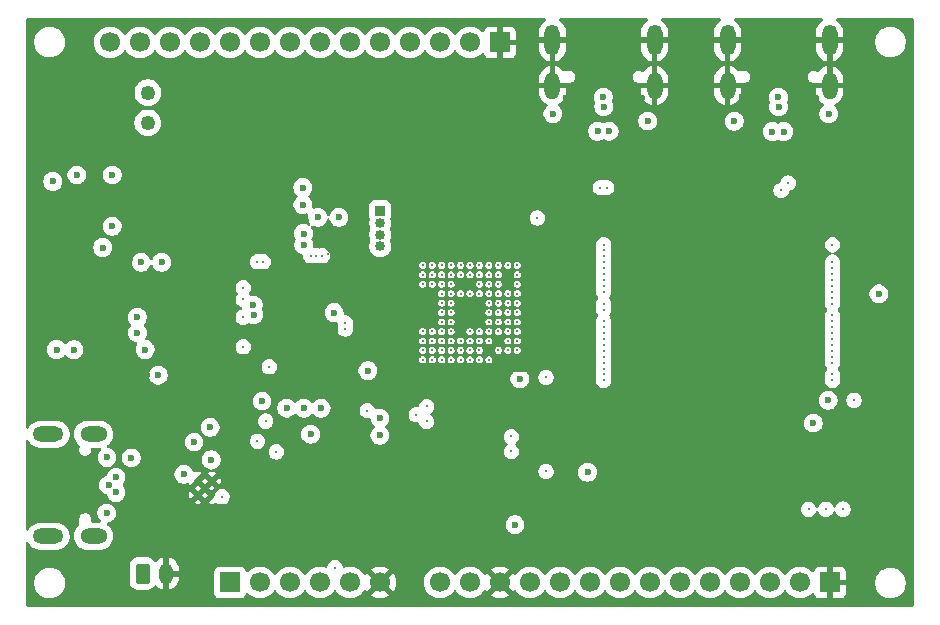
<source format=gbr>
%TF.GenerationSoftware,KiCad,Pcbnew,9.0.3*%
%TF.CreationDate,2025-10-10T02:21:22-04:00*%
%TF.ProjectId,sbc,7362632e-6b69-4636-9164-5f7063625858,rev?*%
%TF.SameCoordinates,Original*%
%TF.FileFunction,Copper,L2,Inr*%
%TF.FilePolarity,Positive*%
%FSLAX46Y46*%
G04 Gerber Fmt 4.6, Leading zero omitted, Abs format (unit mm)*
G04 Created by KiCad (PCBNEW 9.0.3) date 2025-10-10 02:21:22*
%MOMM*%
%LPD*%
G01*
G04 APERTURE LIST*
G04 Aperture macros list*
%AMRoundRect*
0 Rectangle with rounded corners*
0 $1 Rounding radius*
0 $2 $3 $4 $5 $6 $7 $8 $9 X,Y pos of 4 corners*
0 Add a 4 corners polygon primitive as box body*
4,1,4,$2,$3,$4,$5,$6,$7,$8,$9,$2,$3,0*
0 Add four circle primitives for the rounded corners*
1,1,$1+$1,$2,$3*
1,1,$1+$1,$4,$5*
1,1,$1+$1,$6,$7*
1,1,$1+$1,$8,$9*
0 Add four rect primitives between the rounded corners*
20,1,$1+$1,$2,$3,$4,$5,0*
20,1,$1+$1,$4,$5,$6,$7,0*
20,1,$1+$1,$6,$7,$8,$9,0*
20,1,$1+$1,$8,$9,$2,$3,0*%
G04 Aperture macros list end*
%TA.AperFunction,HeatsinkPad*%
%ADD10O,2.300000X1.300000*%
%TD*%
%TA.AperFunction,HeatsinkPad*%
%ADD11O,2.600000X1.300000*%
%TD*%
%TA.AperFunction,ComponentPad*%
%ADD12RoundRect,0.250000X-0.350000X-0.625000X0.350000X-0.625000X0.350000X0.625000X-0.350000X0.625000X0*%
%TD*%
%TA.AperFunction,ComponentPad*%
%ADD13O,1.200000X1.750000*%
%TD*%
%TA.AperFunction,HeatsinkPad*%
%ADD14O,1.300000X2.300000*%
%TD*%
%TA.AperFunction,HeatsinkPad*%
%ADD15O,1.300000X2.600000*%
%TD*%
%TA.AperFunction,ComponentPad*%
%ADD16R,1.700000X1.700000*%
%TD*%
%TA.AperFunction,ComponentPad*%
%ADD17C,1.700000*%
%TD*%
%TA.AperFunction,HeatsinkPad*%
%ADD18C,0.500000*%
%TD*%
%TA.AperFunction,ComponentPad*%
%ADD19R,0.850000X0.850000*%
%TD*%
%TA.AperFunction,ComponentPad*%
%ADD20C,0.850000*%
%TD*%
%TA.AperFunction,ViaPad*%
%ADD21C,0.300000*%
%TD*%
%TA.AperFunction,ViaPad*%
%ADD22C,0.600000*%
%TD*%
%TA.AperFunction,ViaPad*%
%ADD23C,1.250000*%
%TD*%
G04 APERTURE END LIST*
D10*
%TO.N,Net-(J6-SHIELD)*%
%TO.C,J6*%
X107827500Y-111905000D03*
D11*
X104002500Y-111905000D03*
D10*
X107827500Y-120545000D03*
D11*
X104002500Y-120545000D03*
%TD*%
D12*
%TO.N,V_BAT*%
%TO.C,J3*%
X111970000Y-123710000D03*
D13*
%TO.N,GND*%
X113970000Y-123710000D03*
%TD*%
D14*
%TO.N,GND*%
%TO.C,J1*%
X170140000Y-82385000D03*
D15*
X170140000Y-78560000D03*
D14*
X161500000Y-82385000D03*
D15*
X161500000Y-78560000D03*
%TD*%
D14*
%TO.N,GND*%
%TO.C,J7*%
X155320000Y-82385000D03*
D15*
X155320000Y-78560000D03*
D14*
X146680000Y-82385000D03*
D15*
X146680000Y-78560000D03*
%TD*%
D16*
%TO.N,/FPGA + SRAM/FPGA/SPI_CNFG_CS*%
%TO.C,J4*%
X119380000Y-124460000D03*
D17*
%TO.N,/FPGA + SRAM/FPGA/SPI_CNFG_SCK*%
X121920000Y-124460000D03*
%TO.N,/FPGA + SRAM/FPGA/SPI_CNFG_DI*%
X124460000Y-124460000D03*
%TO.N,/FPGA + SRAM/FPGA/SPI_CNFG_DO*%
X127000000Y-124460000D03*
%TO.N,P3V3*%
X129540000Y-124460000D03*
%TO.N,GND*%
X132080000Y-124460000D03*
%TD*%
D18*
%TO.N,GND*%
%TO.C,U9*%
X116647500Y-117030000D03*
X117827500Y-117030000D03*
X116647500Y-115850000D03*
X117827500Y-115850000D03*
%TD*%
D16*
%TO.N,GND*%
%TO.C,J8*%
X170180000Y-124460000D03*
D17*
%TO.N,/FPGA + SRAM/IO_B1*%
X167640000Y-124460000D03*
%TO.N,/FPGA + SRAM/IO_B2*%
X165100000Y-124460000D03*
%TO.N,/FPGA + SRAM/IO_B3*%
X162560000Y-124460000D03*
%TO.N,/FPGA + SRAM/IO_B4*%
X160020000Y-124460000D03*
%TO.N,/FPGA + SRAM/IO_B5*%
X157480000Y-124460000D03*
%TO.N,/FPGA + SRAM/IO_B6*%
X154940000Y-124460000D03*
%TO.N,/FPGA + SRAM/IO_B7*%
X152400000Y-124460000D03*
%TO.N,/FPGA + SRAM/IO_B8*%
X149860000Y-124460000D03*
%TO.N,/FPGA + SRAM/IO_B9*%
X147320000Y-124460000D03*
%TO.N,/FPGA + SRAM/IO_B10*%
X144780000Y-124460000D03*
%TO.N,GND*%
X142240000Y-124460000D03*
%TO.N,P3V3*%
X139700000Y-124460000D03*
%TO.N,V_BAT*%
X137160000Y-124460000D03*
%TD*%
D16*
%TO.N,GND*%
%TO.C,J5*%
X142240000Y-78740000D03*
D17*
%TO.N,/FPGA + SRAM/IO_T1*%
X139700000Y-78740000D03*
%TO.N,/FPGA + SRAM/IO_T2*%
X137160000Y-78740000D03*
%TO.N,/FPGA + SRAM/IO_T3*%
X134620000Y-78740000D03*
%TO.N,/FPGA + SRAM/IO_T4*%
X132080000Y-78740000D03*
%TO.N,/FPGA + SRAM/IO_T5*%
X129540000Y-78740000D03*
%TO.N,/FPGA + SRAM/IO_T6*%
X127000000Y-78740000D03*
%TO.N,/FPGA + SRAM/IO_T7*%
X124460000Y-78740000D03*
%TO.N,/FPGA + SRAM/IO_T8*%
X121920000Y-78740000D03*
%TO.N,/FPGA + SRAM/IO_T9*%
X119380000Y-78740000D03*
%TO.N,/FPGA + SRAM/IO_T10*%
X116840000Y-78740000D03*
%TO.N,USB_VBUS2*%
X114300000Y-78740000D03*
%TO.N,EN*%
X111760000Y-78740000D03*
%TO.N,USB_VBUS*%
X109220000Y-78740000D03*
%TD*%
D19*
%TO.N,EXT_PLL2P*%
%TO.C,J9*%
X132080000Y-93000000D03*
D20*
%TO.N,EXT_PLL2N*%
X132080000Y-94000000D03*
%TO.N,EXT_PLL1P*%
X132080000Y-95000000D03*
%TO.N,EXT_PLL1N*%
X132080000Y-96000000D03*
%TD*%
D21*
%TO.N,GND*%
X138900000Y-102400000D03*
D22*
X115341600Y-89360000D03*
X114079997Y-111940000D03*
X109527661Y-88201693D03*
X118943189Y-96079766D03*
X114678845Y-93867824D03*
X129946400Y-94140000D03*
X107726297Y-91508160D03*
X123400000Y-90400000D03*
D21*
X138900000Y-100800000D03*
D22*
X175840000Y-117080000D03*
X147844032Y-83414032D03*
X118600000Y-119300000D03*
D21*
X127674462Y-96618681D03*
D22*
X112350000Y-106900000D03*
X123991521Y-112033292D03*
X121560000Y-98760000D03*
X104693200Y-98410000D03*
X149572833Y-86902710D03*
X174313629Y-107592343D03*
X154245072Y-83414032D03*
D21*
X129400000Y-98500000D03*
D22*
X110875793Y-97043625D03*
X111180000Y-119610000D03*
X162710000Y-83370000D03*
X133950000Y-108880000D03*
X124950000Y-101750000D03*
D21*
X140500000Y-102400000D03*
X139700000Y-100800000D03*
D22*
X164330000Y-86940000D03*
X139619565Y-115800871D03*
X127711594Y-107550000D03*
D21*
X140500000Y-100800000D03*
D22*
X122200000Y-107550000D03*
D21*
X138900000Y-101600000D03*
D22*
X126881709Y-120550102D03*
X110782600Y-93459806D03*
X172154104Y-96427299D03*
X173970000Y-117080000D03*
X114739999Y-98850672D03*
X135064348Y-113379565D03*
D21*
X139700000Y-102400000D03*
D22*
X175090309Y-96427299D03*
X117468800Y-96080000D03*
D21*
X129900000Y-104500000D03*
D22*
X111190000Y-112910000D03*
X122235219Y-94908840D03*
X129267971Y-109698115D03*
X104060000Y-106890000D03*
X109210000Y-108560000D03*
X175079762Y-106741935D03*
D21*
X140500000Y-101600000D03*
X139700000Y-101600000D03*
X138900000Y-103200000D03*
X120500000Y-103000000D03*
D22*
X113225654Y-93874492D03*
X106680000Y-99470000D03*
X118599729Y-120765537D03*
X168970000Y-83400000D03*
X155150000Y-113400000D03*
X159150000Y-84170000D03*
X150640000Y-109010000D03*
X157700000Y-84170000D03*
X155200000Y-109040000D03*
X159130000Y-88350000D03*
X150640000Y-113390000D03*
X123441331Y-103283871D03*
X108900000Y-109400000D03*
X157680000Y-88340000D03*
X108828091Y-123041263D03*
X121550000Y-86630000D03*
X147813171Y-93290187D03*
X140690000Y-87650000D03*
X142880000Y-93280000D03*
%TO.N,V_SYS*%
X109400437Y-94291884D03*
X117690000Y-111313769D03*
X109416600Y-89957400D03*
X117796100Y-114069354D03*
X106416600Y-89957400D03*
X104690000Y-104740000D03*
X108600000Y-96100000D03*
X104370000Y-90510000D03*
X106160000Y-104750000D03*
X116332753Y-112564539D03*
D21*
X118700000Y-117200000D03*
%TO.N,/FPGA + SRAM/IO_T5*%
X137300000Y-97600000D03*
%TO.N,/FPGA + SRAM/IO_B3*%
X138900000Y-105600000D03*
%TO.N,/FPGA + SRAM/SD_DAT0*%
X137300000Y-100000000D03*
%TO.N,/FPGA + SRAM/LED_B*%
X135700000Y-104800000D03*
X171280000Y-118250000D03*
%TO.N,/FPGA + SRAM/SD_CLK*%
X137300000Y-100800000D03*
%TO.N,/FPGA + SRAM/FIFO_RD_B*%
X138900000Y-104000000D03*
X126700000Y-96800000D03*
%TO.N,/FPGA + SRAM/SD_DAT1*%
X138900000Y-100000000D03*
%TO.N,/FPGA + SRAM/FPGA/DQ11*%
X170387500Y-101850000D03*
X142100000Y-100800000D03*
%TO.N,/FPGA + SRAM/FIFO_TXE_B*%
X127200000Y-96800000D03*
X137300000Y-103200000D03*
%TO.N,/FPGA + SRAM/FPGA/SRAM_LB_B*%
X151012500Y-102850000D03*
X143700000Y-101600000D03*
%TO.N,/FPGA + SRAM/IO_T1*%
X139700000Y-98400000D03*
%TO.N,/FPGA + SRAM/FPGA/SRAM_CE_B*%
X170387500Y-106850000D03*
X140500000Y-104800000D03*
%TO.N,/FPGA + SRAM/FPGA/A10*%
X143700000Y-98400000D03*
X151012500Y-98350000D03*
%TO.N,/FPGA + SRAM/IO_B6*%
X137300000Y-104800000D03*
%TO.N,/FPGA + SRAM/SD_DAT3*%
X137300000Y-101600000D03*
%TO.N,/FPGA + SRAM/FPGA/A3*%
X151012500Y-106350000D03*
X142900000Y-104000000D03*
%TO.N,/FPGA + SRAM/IO_T9*%
X135700000Y-97600000D03*
%TO.N,/FPGA + SRAM/IO_B5*%
X138100000Y-105600000D03*
%TO.N,/FPGA + SRAM/FPGA/DQ14*%
X140500000Y-98400000D03*
X170387500Y-98350000D03*
%TO.N,/FPGA + SRAM/FPGA/A14*%
X142100000Y-97600000D03*
X151012500Y-96350000D03*
%TO.N,/FPGA + SRAM/FPGA/DQ7*%
X140500000Y-97600000D03*
X170387500Y-97850000D03*
%TO.N,/FPGA + SRAM/FPGA/A13*%
X151012500Y-96850000D03*
X142900000Y-97600000D03*
%TO.N,/FPGA + SRAM/FPGA/DQ3*%
X170387500Y-102350000D03*
X141300000Y-100800000D03*
%TO.N,/FPGA + SRAM/FPGA/DQ15*%
X139700000Y-97600000D03*
X170387500Y-97350000D03*
%TO.N,/FPGA + SRAM/FPGA/SPI_CNFG_SCK*%
X121701000Y-112501000D03*
X143200000Y-112100000D03*
%TO.N,EXT_PLL1N*%
X139700000Y-105600000D03*
%TO.N,/FPGA + SRAM/FPGA/SRAM_CE2*%
X143700000Y-100800000D03*
X151012500Y-101350000D03*
%TO.N,/FPGA + SRAM/FPGA/SPI_CNFG_DI*%
X143200000Y-113370000D03*
X123300000Y-113400000D03*
%TO.N,/FPGA + SRAM/FPGA/DQ9*%
X170387500Y-103850000D03*
X141300000Y-102400000D03*
%TO.N,/FPGA + SRAM/IO_B1*%
X139700000Y-104800000D03*
%TO.N,/FPGA + SRAM/FPGA/SPI_CNFG_CS*%
X142900000Y-104800000D03*
X136025000Y-109560000D03*
%TO.N,/FPGA + SRAM/FPGA/A16*%
X138900000Y-97600000D03*
X170387500Y-95850000D03*
%TO.N,/FPGA + SRAM/USB3_DP*%
X137300000Y-99200000D03*
X166640000Y-90634200D03*
%TO.N,/FPGA + SRAM/FPGA/A0*%
X140500000Y-105600000D03*
X170387500Y-107350000D03*
%TO.N,P1V2*%
X138100000Y-103200000D03*
X141300000Y-103200000D03*
D22*
X113601868Y-97358040D03*
D21*
X138100000Y-100000000D03*
X141300000Y-100000000D03*
D22*
X111850000Y-97360000D03*
D21*
%TO.N,/FPGA + SRAM/FPGA/A1*%
X141300000Y-105600000D03*
X151012500Y-107350000D03*
%TO.N,/FPGA + SRAM/IO_T3*%
X138100000Y-97600000D03*
%TO.N,/FPGA + SRAM/USB3_DN*%
X138100000Y-99200000D03*
X166045000Y-91260000D03*
%TO.N,/FPGA + SRAM/LED_R*%
X136500000Y-104000000D03*
X169820000Y-118260000D03*
%TO.N,/FPGA + SRAM/FPGA/DQ6*%
X170387500Y-98850000D03*
X141300000Y-98400000D03*
%TO.N,/FPGA + SRAM/IO_T8*%
X136500000Y-99200000D03*
%TO.N,/FPGA + SRAM/FPGA/A11*%
X151012500Y-97850000D03*
X142100000Y-98400000D03*
%TO.N,/SD MMC/SD_CMD*%
X138100000Y-101600000D03*
%TO.N,/FPGA + SRAM/FIFO0*%
X135700000Y-103200000D03*
X129137363Y-102998549D03*
%TO.N,/FPGA + SRAM/FPGA/DQ2*%
X142100000Y-102400000D03*
X170387500Y-103350000D03*
%TO.N,/FPGA + SRAM/FPGA/A12*%
X151012500Y-97350000D03*
X143700000Y-97600000D03*
D22*
%TO.N,USB_VBUS*%
X108944490Y-118575000D03*
X108966000Y-113875000D03*
X111030532Y-113909267D03*
X115477983Y-115303221D03*
D21*
%TO.N,/FPGA + SRAM/FPGA/A17*%
X143700000Y-102400000D03*
X151012500Y-103850000D03*
%TO.N,/FPGA + SRAM/FPGA/DQ5*%
X170387500Y-99850000D03*
X141300000Y-99200000D03*
%TO.N,/FPGA + SRAM/FPGA/A15*%
X151012500Y-95850000D03*
X141300000Y-97600000D03*
%TO.N,/FPGA + SRAM/FPGA/SRAM_UB_B*%
X151012500Y-102350000D03*
X142900000Y-100800000D03*
%TO.N,/FPGA + SRAM/IO_B4*%
X138100000Y-104800000D03*
%TO.N,/FPGA + SRAM/FPGA/A7*%
X142900000Y-102400000D03*
X151012500Y-104350000D03*
%TO.N,/FPGA + SRAM/IO_B8*%
X136500000Y-104800000D03*
D22*
%TO.N,P3V3*%
X131054636Y-106531013D03*
D21*
X138100000Y-102400000D03*
D22*
X149650000Y-115120000D03*
X124171159Y-109695795D03*
X113295500Y-106900000D03*
X112190000Y-104740000D03*
X125547678Y-91021303D03*
X128193413Y-101606587D03*
X174320000Y-100030000D03*
X122091162Y-109098405D03*
X126800000Y-93545219D03*
X132073916Y-110537824D03*
X128600000Y-93536958D03*
X168760000Y-110960000D03*
D21*
X141300000Y-101600000D03*
D22*
X143510000Y-119580000D03*
D21*
X139700000Y-100000000D03*
D22*
X111536525Y-101999133D03*
D21*
X139700000Y-103200000D03*
D22*
X143922983Y-107222885D03*
X132070000Y-112000000D03*
D21*
X122700000Y-106200000D03*
D22*
X125548907Y-92477174D03*
X170020000Y-109030000D03*
X125629130Y-109700650D03*
X127090000Y-109700000D03*
D21*
X138100000Y-100800000D03*
D22*
X111540000Y-103310000D03*
D21*
%TO.N,/FPGA + SRAM/CDONE*%
X146140521Y-107100000D03*
X146140521Y-115059479D03*
%TO.N,EXT_PLL1P*%
X139700000Y-104000000D03*
%TO.N,/FPGA + SRAM/SD_DAT2*%
X137300000Y-102400000D03*
%TO.N,/FPGA + SRAM/FPGA/DQ1*%
X142100000Y-103200000D03*
X170387500Y-104350000D03*
%TO.N,/FPGA + SRAM/FPGA/DQ13*%
X170387500Y-99350000D03*
X140500000Y-99200000D03*
%TO.N,/FPGA + SRAM/FPGA/DQ10*%
X170387500Y-102850000D03*
X142100000Y-101600000D03*
%TO.N,/FPGA + SRAM/FPGA/DQ4*%
X170387500Y-100850000D03*
X142100000Y-100000000D03*
%TO.N,/FPGA + SRAM/FPGA/SRAM_OE_B*%
X140500000Y-104000000D03*
X170387500Y-105850000D03*
%TO.N,/FPGA + SRAM/FIFO1*%
X136500000Y-103200000D03*
X129150000Y-102500000D03*
%TO.N,/FPGA + SRAM/FPGA/A18*%
X151012500Y-103350000D03*
X142900000Y-101600000D03*
%TO.N,/FPGA + SRAM/FPGA/A4*%
X143700000Y-104000000D03*
X151012500Y-105850000D03*
%TO.N,/FPGA + SRAM/LED_G*%
X137300000Y-104000000D03*
X168360000Y-118260000D03*
%TO.N,/FPGA + SRAM/IO_T7*%
X136500000Y-97600000D03*
%TO.N,/FPGA + SRAM/FPGA/A2*%
X151012500Y-106850000D03*
X143700000Y-104800000D03*
%TO.N,/FPGA + SRAM/IO_T6*%
X137300000Y-98400000D03*
%TO.N,/FPGA + SRAM/FPGA/A9*%
X151012500Y-98850000D03*
X142100000Y-99200000D03*
%TO.N,/FPGA + SRAM/FPGA/DQ12*%
X140500000Y-100000000D03*
X170387500Y-100350000D03*
%TO.N,P2V5*%
X145400000Y-93600000D03*
D22*
X126198000Y-111901000D03*
D21*
%TO.N,/FPGA + SRAM/IO_T10*%
X135700000Y-99200000D03*
%TO.N,/FPGA + SRAM/IO_B10*%
X135700000Y-105600000D03*
%TO.N,/FPGA + SRAM/FPGA/DQ8*%
X170387500Y-104850000D03*
X140500000Y-103200000D03*
%TO.N,/FPGA + SRAM/USB2_DP*%
X136500000Y-98400000D03*
X151280877Y-91018809D03*
%TO.N,/FPGA + SRAM/IO_B7*%
X137300000Y-105600000D03*
%TO.N,/FPGA + SRAM/FPGA/SPI_CNFG_DO*%
X135150000Y-110250000D03*
X142100000Y-104800000D03*
X136025000Y-110830000D03*
X131000000Y-109900000D03*
X122400000Y-110800000D03*
X128265000Y-123195000D03*
%TO.N,/FPGA + SRAM/FPGA/SRAM_WE_B*%
X151012500Y-100850000D03*
X143700000Y-100000000D03*
%TO.N,/FPGA + SRAM/FPGA/DQ0*%
X170387500Y-105350000D03*
X141300000Y-104000000D03*
%TO.N,/FPGA + SRAM/IO_T2*%
X138900000Y-98400000D03*
%TO.N,/FPGA + SRAM/IO_B2*%
X138900000Y-104800000D03*
%TO.N,/FPGA + SRAM/FPGA/A19*%
X151012500Y-99850000D03*
X142900000Y-100000000D03*
%TO.N,/FPGA + SRAM/FPGA/A8*%
X151012500Y-99350000D03*
X143700000Y-99200000D03*
%TO.N,/FPGA + SRAM/USB2_DN*%
X135700000Y-98400000D03*
X150730877Y-91018809D03*
%TO.N,/FPGA + SRAM/FPGA/A6*%
X151012500Y-104850000D03*
X143700000Y-103200000D03*
%TO.N,/FPGA + SRAM/IO_T4*%
X138100000Y-98400000D03*
%TO.N,/FPGA + SRAM/FPGA/A5*%
X142900000Y-103200000D03*
X151012500Y-105350000D03*
%TO.N,/FPGA + SRAM/USR_BTN1*%
X172210000Y-109030000D03*
X138100000Y-104000000D03*
%TO.N,/FPGA + SRAM/FIFO_WR_B*%
X135700000Y-104000000D03*
X126200000Y-96800000D03*
%TO.N,/FPGA + SRAM/IO_B9*%
X136500000Y-105600000D03*
D22*
%TO.N,Net-(U7-CS)*%
X125602622Y-94916128D03*
D21*
X121700000Y-97300000D03*
%TO.N,Net-(U7-CLK)*%
X122200000Y-97300000D03*
D22*
X125610283Y-95866132D03*
D21*
%TO.N,Net-(U8-REF)*%
X120500000Y-100500000D03*
%TO.N,Net-(U8-~{RESET})*%
X120500000Y-104500000D03*
D22*
%TO.N,/USB/D1+*%
X121377831Y-101778211D03*
X109094000Y-116206000D03*
%TO.N,/USB/D1-*%
X121359783Y-100978412D03*
X109728000Y-116840000D03*
X109728000Y-115570000D03*
D21*
%TO.N,Net-(U8-VPLL)*%
X120500000Y-102000000D03*
%TO.N,Net-(U8-VPHY)*%
X120500000Y-99500000D03*
D22*
%TO.N,/USB/D3+*%
X165814233Y-83374878D03*
X166259775Y-86279503D03*
%TO.N,/USB/D3-*%
X165300225Y-86279503D03*
X165820522Y-84174856D03*
D23*
%TO.N,USB_VBUS2*%
X112410000Y-85540000D03*
D22*
X162070000Y-85400000D03*
X146720000Y-84760000D03*
X170070000Y-84770000D03*
D23*
X112420000Y-82980000D03*
D22*
X154750000Y-85390000D03*
%TO.N,/USB/D2-*%
X151013101Y-84164956D03*
X150520225Y-86249503D03*
%TO.N,/USB/D2+*%
X151480000Y-86240000D03*
X150991528Y-83365244D03*
%TD*%
%TA.AperFunction,Conductor*%
%TO.N,GND*%
G36*
X144780000Y-106680000D02*
G01*
X134620000Y-106680000D01*
X134620000Y-105560436D01*
X135399500Y-105560436D01*
X135399500Y-105639563D01*
X135419977Y-105715985D01*
X135419979Y-105715990D01*
X135459537Y-105784507D01*
X135459538Y-105784508D01*
X135459540Y-105784511D01*
X135515489Y-105840460D01*
X135584011Y-105880021D01*
X135584012Y-105880021D01*
X135584014Y-105880022D01*
X135606716Y-105886105D01*
X135660436Y-105900499D01*
X135660437Y-105900500D01*
X135660438Y-105900500D01*
X135739563Y-105900500D01*
X135739563Y-105900499D01*
X135815989Y-105880021D01*
X135884511Y-105840460D01*
X135940460Y-105784511D01*
X135980021Y-105715989D01*
X136000500Y-105639562D01*
X136000500Y-105560438D01*
X136000499Y-105560436D01*
X136199500Y-105560436D01*
X136199500Y-105639563D01*
X136219977Y-105715985D01*
X136219979Y-105715990D01*
X136259537Y-105784507D01*
X136259538Y-105784508D01*
X136259540Y-105784511D01*
X136315489Y-105840460D01*
X136384011Y-105880021D01*
X136384012Y-105880021D01*
X136384014Y-105880022D01*
X136406716Y-105886105D01*
X136460436Y-105900499D01*
X136460437Y-105900500D01*
X136460438Y-105900500D01*
X136539563Y-105900500D01*
X136539563Y-105900499D01*
X136615989Y-105880021D01*
X136684511Y-105840460D01*
X136740460Y-105784511D01*
X136780021Y-105715989D01*
X136800500Y-105639562D01*
X136800500Y-105560438D01*
X136800499Y-105560436D01*
X136999500Y-105560436D01*
X136999500Y-105639563D01*
X137019977Y-105715985D01*
X137019979Y-105715990D01*
X137059537Y-105784507D01*
X137059538Y-105784508D01*
X137059540Y-105784511D01*
X137115489Y-105840460D01*
X137184011Y-105880021D01*
X137184012Y-105880021D01*
X137184014Y-105880022D01*
X137206716Y-105886105D01*
X137260436Y-105900499D01*
X137260437Y-105900500D01*
X137260438Y-105900500D01*
X137339563Y-105900500D01*
X137339563Y-105900499D01*
X137415989Y-105880021D01*
X137484511Y-105840460D01*
X137540460Y-105784511D01*
X137580021Y-105715989D01*
X137600500Y-105639562D01*
X137600500Y-105560438D01*
X137600499Y-105560436D01*
X137799500Y-105560436D01*
X137799500Y-105639563D01*
X137819977Y-105715985D01*
X137819979Y-105715990D01*
X137859537Y-105784507D01*
X137859538Y-105784508D01*
X137859540Y-105784511D01*
X137915489Y-105840460D01*
X137984011Y-105880021D01*
X137984012Y-105880021D01*
X137984014Y-105880022D01*
X138006716Y-105886105D01*
X138060436Y-105900499D01*
X138060437Y-105900500D01*
X138060438Y-105900500D01*
X138139563Y-105900500D01*
X138139563Y-105900499D01*
X138215989Y-105880021D01*
X138284511Y-105840460D01*
X138340460Y-105784511D01*
X138380021Y-105715989D01*
X138400500Y-105639562D01*
X138400500Y-105560438D01*
X138400499Y-105560436D01*
X138599500Y-105560436D01*
X138599500Y-105639563D01*
X138619977Y-105715985D01*
X138619979Y-105715990D01*
X138659537Y-105784507D01*
X138659538Y-105784508D01*
X138659540Y-105784511D01*
X138715489Y-105840460D01*
X138784011Y-105880021D01*
X138784012Y-105880021D01*
X138784014Y-105880022D01*
X138806716Y-105886105D01*
X138860436Y-105900499D01*
X138860437Y-105900500D01*
X138860438Y-105900500D01*
X138939563Y-105900500D01*
X138939563Y-105900499D01*
X139015989Y-105880021D01*
X139084511Y-105840460D01*
X139140460Y-105784511D01*
X139180021Y-105715989D01*
X139200500Y-105639562D01*
X139200500Y-105560438D01*
X139200499Y-105560436D01*
X139399500Y-105560436D01*
X139399500Y-105639563D01*
X139419977Y-105715985D01*
X139419979Y-105715990D01*
X139459537Y-105784507D01*
X139459538Y-105784508D01*
X139459540Y-105784511D01*
X139515489Y-105840460D01*
X139584011Y-105880021D01*
X139584012Y-105880021D01*
X139584014Y-105880022D01*
X139606716Y-105886105D01*
X139660436Y-105900499D01*
X139660437Y-105900500D01*
X139660438Y-105900500D01*
X139739563Y-105900500D01*
X139739563Y-105900499D01*
X139815989Y-105880021D01*
X139884511Y-105840460D01*
X139940460Y-105784511D01*
X139980021Y-105715989D01*
X140000500Y-105639562D01*
X140000500Y-105560438D01*
X140000499Y-105560436D01*
X140199500Y-105560436D01*
X140199500Y-105639563D01*
X140219977Y-105715985D01*
X140219979Y-105715990D01*
X140259537Y-105784507D01*
X140259538Y-105784508D01*
X140259540Y-105784511D01*
X140315489Y-105840460D01*
X140384011Y-105880021D01*
X140384012Y-105880021D01*
X140384014Y-105880022D01*
X140406716Y-105886105D01*
X140460436Y-105900499D01*
X140460437Y-105900500D01*
X140460438Y-105900500D01*
X140539563Y-105900500D01*
X140539563Y-105900499D01*
X140615989Y-105880021D01*
X140684511Y-105840460D01*
X140740460Y-105784511D01*
X140780021Y-105715989D01*
X140800500Y-105639562D01*
X140800500Y-105560438D01*
X140800499Y-105560436D01*
X140999500Y-105560436D01*
X140999500Y-105639563D01*
X141019977Y-105715985D01*
X141019979Y-105715990D01*
X141059537Y-105784507D01*
X141059538Y-105784508D01*
X141059540Y-105784511D01*
X141115489Y-105840460D01*
X141184011Y-105880021D01*
X141184012Y-105880021D01*
X141184014Y-105880022D01*
X141206716Y-105886105D01*
X141260436Y-105900499D01*
X141260437Y-105900500D01*
X141260438Y-105900500D01*
X141339563Y-105900500D01*
X141339563Y-105900499D01*
X141415989Y-105880021D01*
X141484511Y-105840460D01*
X141540460Y-105784511D01*
X141580021Y-105715989D01*
X141600500Y-105639562D01*
X141600500Y-105560438D01*
X141580021Y-105484011D01*
X141540460Y-105415489D01*
X141484511Y-105359540D01*
X141484508Y-105359538D01*
X141484507Y-105359537D01*
X141415990Y-105319979D01*
X141415985Y-105319977D01*
X141339563Y-105299500D01*
X141339562Y-105299500D01*
X141260438Y-105299500D01*
X141260437Y-105299500D01*
X141184014Y-105319977D01*
X141184009Y-105319979D01*
X141115492Y-105359537D01*
X141059537Y-105415492D01*
X141019979Y-105484009D01*
X141019977Y-105484014D01*
X140999500Y-105560436D01*
X140800499Y-105560436D01*
X140780021Y-105484011D01*
X140740460Y-105415489D01*
X140684511Y-105359540D01*
X140684508Y-105359538D01*
X140684507Y-105359537D01*
X140615990Y-105319979D01*
X140615985Y-105319977D01*
X140539563Y-105299500D01*
X140539562Y-105299500D01*
X140460438Y-105299500D01*
X140460437Y-105299500D01*
X140384014Y-105319977D01*
X140384009Y-105319979D01*
X140315492Y-105359537D01*
X140259537Y-105415492D01*
X140219979Y-105484009D01*
X140219977Y-105484014D01*
X140199500Y-105560436D01*
X140000499Y-105560436D01*
X139980021Y-105484011D01*
X139940460Y-105415489D01*
X139884511Y-105359540D01*
X139884508Y-105359538D01*
X139884507Y-105359537D01*
X139815990Y-105319979D01*
X139815985Y-105319977D01*
X139739563Y-105299500D01*
X139739562Y-105299500D01*
X139660438Y-105299500D01*
X139660437Y-105299500D01*
X139584014Y-105319977D01*
X139584009Y-105319979D01*
X139515492Y-105359537D01*
X139459537Y-105415492D01*
X139419979Y-105484009D01*
X139419977Y-105484014D01*
X139399500Y-105560436D01*
X139200499Y-105560436D01*
X139180021Y-105484011D01*
X139140460Y-105415489D01*
X139084511Y-105359540D01*
X139084508Y-105359538D01*
X139084507Y-105359537D01*
X139015990Y-105319979D01*
X139015985Y-105319977D01*
X138939563Y-105299500D01*
X138939562Y-105299500D01*
X138860438Y-105299500D01*
X138860437Y-105299500D01*
X138784014Y-105319977D01*
X138784009Y-105319979D01*
X138715492Y-105359537D01*
X138659537Y-105415492D01*
X138619979Y-105484009D01*
X138619977Y-105484014D01*
X138599500Y-105560436D01*
X138400499Y-105560436D01*
X138380021Y-105484011D01*
X138340460Y-105415489D01*
X138284511Y-105359540D01*
X138284508Y-105359538D01*
X138284507Y-105359537D01*
X138215990Y-105319979D01*
X138215985Y-105319977D01*
X138139563Y-105299500D01*
X138139562Y-105299500D01*
X138060438Y-105299500D01*
X138060437Y-105299500D01*
X137984014Y-105319977D01*
X137984009Y-105319979D01*
X137915492Y-105359537D01*
X137859537Y-105415492D01*
X137819979Y-105484009D01*
X137819977Y-105484014D01*
X137799500Y-105560436D01*
X137600499Y-105560436D01*
X137580021Y-105484011D01*
X137540460Y-105415489D01*
X137484511Y-105359540D01*
X137484508Y-105359538D01*
X137484507Y-105359537D01*
X137415990Y-105319979D01*
X137415985Y-105319977D01*
X137339563Y-105299500D01*
X137339562Y-105299500D01*
X137260438Y-105299500D01*
X137260437Y-105299500D01*
X137184014Y-105319977D01*
X137184009Y-105319979D01*
X137115492Y-105359537D01*
X137059537Y-105415492D01*
X137019979Y-105484009D01*
X137019977Y-105484014D01*
X136999500Y-105560436D01*
X136800499Y-105560436D01*
X136780021Y-105484011D01*
X136740460Y-105415489D01*
X136684511Y-105359540D01*
X136684508Y-105359538D01*
X136684507Y-105359537D01*
X136615990Y-105319979D01*
X136615985Y-105319977D01*
X136539563Y-105299500D01*
X136539562Y-105299500D01*
X136460438Y-105299500D01*
X136460437Y-105299500D01*
X136384014Y-105319977D01*
X136384009Y-105319979D01*
X136315492Y-105359537D01*
X136259537Y-105415492D01*
X136219979Y-105484009D01*
X136219977Y-105484014D01*
X136199500Y-105560436D01*
X136000499Y-105560436D01*
X135980021Y-105484011D01*
X135940460Y-105415489D01*
X135884511Y-105359540D01*
X135884508Y-105359538D01*
X135884507Y-105359537D01*
X135815990Y-105319979D01*
X135815985Y-105319977D01*
X135739563Y-105299500D01*
X135739562Y-105299500D01*
X135660438Y-105299500D01*
X135660437Y-105299500D01*
X135584014Y-105319977D01*
X135584009Y-105319979D01*
X135515492Y-105359537D01*
X135459537Y-105415492D01*
X135419979Y-105484009D01*
X135419977Y-105484014D01*
X135399500Y-105560436D01*
X134620000Y-105560436D01*
X134620000Y-104760436D01*
X135399500Y-104760436D01*
X135399500Y-104839563D01*
X135419977Y-104915985D01*
X135419979Y-104915990D01*
X135459537Y-104984507D01*
X135459538Y-104984508D01*
X135459540Y-104984511D01*
X135515489Y-105040460D01*
X135584011Y-105080021D01*
X135584012Y-105080021D01*
X135584014Y-105080022D01*
X135606716Y-105086105D01*
X135660436Y-105100499D01*
X135660437Y-105100500D01*
X135660438Y-105100500D01*
X135739563Y-105100500D01*
X135739563Y-105100499D01*
X135815989Y-105080021D01*
X135884511Y-105040460D01*
X135940460Y-104984511D01*
X135980021Y-104915989D01*
X136000500Y-104839562D01*
X136000500Y-104760438D01*
X136000499Y-104760436D01*
X136199500Y-104760436D01*
X136199500Y-104839563D01*
X136219977Y-104915985D01*
X136219979Y-104915990D01*
X136259537Y-104984507D01*
X136259538Y-104984508D01*
X136259540Y-104984511D01*
X136315489Y-105040460D01*
X136384011Y-105080021D01*
X136384012Y-105080021D01*
X136384014Y-105080022D01*
X136406716Y-105086105D01*
X136460436Y-105100499D01*
X136460437Y-105100500D01*
X136460438Y-105100500D01*
X136539563Y-105100500D01*
X136539563Y-105100499D01*
X136615989Y-105080021D01*
X136684511Y-105040460D01*
X136740460Y-104984511D01*
X136780021Y-104915989D01*
X136800500Y-104839562D01*
X136800500Y-104760438D01*
X136800499Y-104760436D01*
X136999500Y-104760436D01*
X136999500Y-104839563D01*
X137019977Y-104915985D01*
X137019979Y-104915990D01*
X137059537Y-104984507D01*
X137059538Y-104984508D01*
X137059540Y-104984511D01*
X137115489Y-105040460D01*
X137184011Y-105080021D01*
X137184012Y-105080021D01*
X137184014Y-105080022D01*
X137206716Y-105086105D01*
X137260436Y-105100499D01*
X137260437Y-105100500D01*
X137260438Y-105100500D01*
X137339563Y-105100500D01*
X137339563Y-105100499D01*
X137415989Y-105080021D01*
X137484511Y-105040460D01*
X137540460Y-104984511D01*
X137580021Y-104915989D01*
X137600500Y-104839562D01*
X137600500Y-104760438D01*
X137600499Y-104760436D01*
X137799500Y-104760436D01*
X137799500Y-104839563D01*
X137819977Y-104915985D01*
X137819979Y-104915990D01*
X137859537Y-104984507D01*
X137859538Y-104984508D01*
X137859540Y-104984511D01*
X137915489Y-105040460D01*
X137984011Y-105080021D01*
X137984012Y-105080021D01*
X137984014Y-105080022D01*
X138006716Y-105086105D01*
X138060436Y-105100499D01*
X138060437Y-105100500D01*
X138060438Y-105100500D01*
X138139563Y-105100500D01*
X138139563Y-105100499D01*
X138215989Y-105080021D01*
X138284511Y-105040460D01*
X138340460Y-104984511D01*
X138380021Y-104915989D01*
X138400500Y-104839562D01*
X138400500Y-104760438D01*
X138400499Y-104760436D01*
X138599500Y-104760436D01*
X138599500Y-104839563D01*
X138619977Y-104915985D01*
X138619979Y-104915990D01*
X138659537Y-104984507D01*
X138659538Y-104984508D01*
X138659540Y-104984511D01*
X138715489Y-105040460D01*
X138784011Y-105080021D01*
X138784012Y-105080021D01*
X138784014Y-105080022D01*
X138806716Y-105086105D01*
X138860436Y-105100499D01*
X138860437Y-105100500D01*
X138860438Y-105100500D01*
X138939563Y-105100500D01*
X138939563Y-105100499D01*
X139015989Y-105080021D01*
X139084511Y-105040460D01*
X139140460Y-104984511D01*
X139180021Y-104915989D01*
X139200500Y-104839562D01*
X139200500Y-104760438D01*
X139200499Y-104760436D01*
X139399500Y-104760436D01*
X139399500Y-104839563D01*
X139419977Y-104915985D01*
X139419979Y-104915990D01*
X139459537Y-104984507D01*
X139459538Y-104984508D01*
X139459540Y-104984511D01*
X139515489Y-105040460D01*
X139584011Y-105080021D01*
X139584012Y-105080021D01*
X139584014Y-105080022D01*
X139606716Y-105086105D01*
X139660436Y-105100499D01*
X139660437Y-105100500D01*
X139660438Y-105100500D01*
X139739563Y-105100500D01*
X139739563Y-105100499D01*
X139815989Y-105080021D01*
X139884511Y-105040460D01*
X139940460Y-104984511D01*
X139980021Y-104915989D01*
X140000500Y-104839562D01*
X140000500Y-104760438D01*
X140000499Y-104760436D01*
X140199500Y-104760436D01*
X140199500Y-104839563D01*
X140219977Y-104915985D01*
X140219979Y-104915990D01*
X140259537Y-104984507D01*
X140259538Y-104984508D01*
X140259540Y-104984511D01*
X140315489Y-105040460D01*
X140384011Y-105080021D01*
X140384012Y-105080021D01*
X140384014Y-105080022D01*
X140406716Y-105086105D01*
X140460436Y-105100499D01*
X140460437Y-105100500D01*
X140460438Y-105100500D01*
X140539563Y-105100500D01*
X140539563Y-105100499D01*
X140615989Y-105080021D01*
X140684511Y-105040460D01*
X140740460Y-104984511D01*
X140780021Y-104915989D01*
X140800500Y-104839562D01*
X140800500Y-104760438D01*
X140800499Y-104760436D01*
X141799500Y-104760436D01*
X141799500Y-104839563D01*
X141819977Y-104915985D01*
X141819979Y-104915990D01*
X141859537Y-104984507D01*
X141859538Y-104984508D01*
X141859540Y-104984511D01*
X141915489Y-105040460D01*
X141984011Y-105080021D01*
X141984012Y-105080021D01*
X141984014Y-105080022D01*
X142006716Y-105086105D01*
X142060436Y-105100499D01*
X142060437Y-105100500D01*
X142060438Y-105100500D01*
X142139563Y-105100500D01*
X142139563Y-105100499D01*
X142215989Y-105080021D01*
X142284511Y-105040460D01*
X142340460Y-104984511D01*
X142380021Y-104915989D01*
X142400500Y-104839562D01*
X142400500Y-104760438D01*
X142400499Y-104760436D01*
X142599500Y-104760436D01*
X142599500Y-104839563D01*
X142619977Y-104915985D01*
X142619979Y-104915990D01*
X142659537Y-104984507D01*
X142659538Y-104984508D01*
X142659540Y-104984511D01*
X142715489Y-105040460D01*
X142784011Y-105080021D01*
X142784012Y-105080021D01*
X142784014Y-105080022D01*
X142806716Y-105086105D01*
X142860436Y-105100499D01*
X142860437Y-105100500D01*
X142860438Y-105100500D01*
X142939563Y-105100500D01*
X142939563Y-105100499D01*
X143015989Y-105080021D01*
X143084511Y-105040460D01*
X143140460Y-104984511D01*
X143180021Y-104915989D01*
X143200500Y-104839562D01*
X143200500Y-104760438D01*
X143200499Y-104760436D01*
X143399500Y-104760436D01*
X143399500Y-104839563D01*
X143419977Y-104915985D01*
X143419979Y-104915990D01*
X143459537Y-104984507D01*
X143459538Y-104984508D01*
X143459540Y-104984511D01*
X143515489Y-105040460D01*
X143584011Y-105080021D01*
X143584012Y-105080021D01*
X143584014Y-105080022D01*
X143606716Y-105086105D01*
X143660436Y-105100499D01*
X143660437Y-105100500D01*
X143660438Y-105100500D01*
X143739563Y-105100500D01*
X143739563Y-105100499D01*
X143815989Y-105080021D01*
X143884511Y-105040460D01*
X143940460Y-104984511D01*
X143980021Y-104915989D01*
X144000500Y-104839562D01*
X144000500Y-104760438D01*
X143980021Y-104684011D01*
X143940460Y-104615489D01*
X143884511Y-104559540D01*
X143884508Y-104559538D01*
X143884507Y-104559537D01*
X143815990Y-104519979D01*
X143815985Y-104519977D01*
X143739563Y-104499500D01*
X143739562Y-104499500D01*
X143660438Y-104499500D01*
X143660437Y-104499500D01*
X143584014Y-104519977D01*
X143584009Y-104519979D01*
X143515492Y-104559537D01*
X143459537Y-104615492D01*
X143419979Y-104684009D01*
X143419977Y-104684014D01*
X143399500Y-104760436D01*
X143200499Y-104760436D01*
X143180021Y-104684011D01*
X143140460Y-104615489D01*
X143084511Y-104559540D01*
X143084508Y-104559538D01*
X143084507Y-104559537D01*
X143015990Y-104519979D01*
X143015985Y-104519977D01*
X142939563Y-104499500D01*
X142939562Y-104499500D01*
X142860438Y-104499500D01*
X142860437Y-104499500D01*
X142784014Y-104519977D01*
X142784009Y-104519979D01*
X142715492Y-104559537D01*
X142659537Y-104615492D01*
X142619979Y-104684009D01*
X142619977Y-104684014D01*
X142599500Y-104760436D01*
X142400499Y-104760436D01*
X142380021Y-104684011D01*
X142340460Y-104615489D01*
X142284511Y-104559540D01*
X142284508Y-104559538D01*
X142284507Y-104559537D01*
X142215990Y-104519979D01*
X142215985Y-104519977D01*
X142139563Y-104499500D01*
X142139562Y-104499500D01*
X142060438Y-104499500D01*
X142060437Y-104499500D01*
X141984014Y-104519977D01*
X141984009Y-104519979D01*
X141915492Y-104559537D01*
X141859537Y-104615492D01*
X141819979Y-104684009D01*
X141819977Y-104684014D01*
X141799500Y-104760436D01*
X140800499Y-104760436D01*
X140780021Y-104684011D01*
X140740460Y-104615489D01*
X140684511Y-104559540D01*
X140684508Y-104559538D01*
X140684507Y-104559537D01*
X140615990Y-104519979D01*
X140615985Y-104519977D01*
X140539563Y-104499500D01*
X140539562Y-104499500D01*
X140460438Y-104499500D01*
X140460437Y-104499500D01*
X140384014Y-104519977D01*
X140384009Y-104519979D01*
X140315492Y-104559537D01*
X140259537Y-104615492D01*
X140219979Y-104684009D01*
X140219977Y-104684014D01*
X140199500Y-104760436D01*
X140000499Y-104760436D01*
X139980021Y-104684011D01*
X139940460Y-104615489D01*
X139884511Y-104559540D01*
X139884508Y-104559538D01*
X139884507Y-104559537D01*
X139815990Y-104519979D01*
X139815985Y-104519977D01*
X139739563Y-104499500D01*
X139739562Y-104499500D01*
X139660438Y-104499500D01*
X139660437Y-104499500D01*
X139584014Y-104519977D01*
X139584009Y-104519979D01*
X139515492Y-104559537D01*
X139459537Y-104615492D01*
X139419979Y-104684009D01*
X139419977Y-104684014D01*
X139399500Y-104760436D01*
X139200499Y-104760436D01*
X139180021Y-104684011D01*
X139140460Y-104615489D01*
X139084511Y-104559540D01*
X139084508Y-104559538D01*
X139084507Y-104559537D01*
X139015990Y-104519979D01*
X139015985Y-104519977D01*
X138939563Y-104499500D01*
X138939562Y-104499500D01*
X138860438Y-104499500D01*
X138860437Y-104499500D01*
X138784014Y-104519977D01*
X138784009Y-104519979D01*
X138715492Y-104559537D01*
X138659537Y-104615492D01*
X138619979Y-104684009D01*
X138619977Y-104684014D01*
X138599500Y-104760436D01*
X138400499Y-104760436D01*
X138380021Y-104684011D01*
X138340460Y-104615489D01*
X138284511Y-104559540D01*
X138284508Y-104559538D01*
X138284507Y-104559537D01*
X138215990Y-104519979D01*
X138215985Y-104519977D01*
X138139563Y-104499500D01*
X138139562Y-104499500D01*
X138060438Y-104499500D01*
X138060437Y-104499500D01*
X137984014Y-104519977D01*
X137984009Y-104519979D01*
X137915492Y-104559537D01*
X137859537Y-104615492D01*
X137819979Y-104684009D01*
X137819977Y-104684014D01*
X137799500Y-104760436D01*
X137600499Y-104760436D01*
X137580021Y-104684011D01*
X137540460Y-104615489D01*
X137484511Y-104559540D01*
X137484508Y-104559538D01*
X137484507Y-104559537D01*
X137415990Y-104519979D01*
X137415985Y-104519977D01*
X137339563Y-104499500D01*
X137339562Y-104499500D01*
X137260438Y-104499500D01*
X137260437Y-104499500D01*
X137184014Y-104519977D01*
X137184009Y-104519979D01*
X137115492Y-104559537D01*
X137059537Y-104615492D01*
X137019979Y-104684009D01*
X137019977Y-104684014D01*
X136999500Y-104760436D01*
X136800499Y-104760436D01*
X136780021Y-104684011D01*
X136740460Y-104615489D01*
X136684511Y-104559540D01*
X136684508Y-104559538D01*
X136684507Y-104559537D01*
X136615990Y-104519979D01*
X136615985Y-104519977D01*
X136539563Y-104499500D01*
X136539562Y-104499500D01*
X136460438Y-104499500D01*
X136460437Y-104499500D01*
X136384014Y-104519977D01*
X136384009Y-104519979D01*
X136315492Y-104559537D01*
X136259537Y-104615492D01*
X136219979Y-104684009D01*
X136219977Y-104684014D01*
X136199500Y-104760436D01*
X136000499Y-104760436D01*
X135980021Y-104684011D01*
X135940460Y-104615489D01*
X135884511Y-104559540D01*
X135884508Y-104559538D01*
X135884507Y-104559537D01*
X135815990Y-104519979D01*
X135815985Y-104519977D01*
X135739563Y-104499500D01*
X135739562Y-104499500D01*
X135660438Y-104499500D01*
X135660437Y-104499500D01*
X135584014Y-104519977D01*
X135584009Y-104519979D01*
X135515492Y-104559537D01*
X135459537Y-104615492D01*
X135419979Y-104684009D01*
X135419977Y-104684014D01*
X135399500Y-104760436D01*
X134620000Y-104760436D01*
X134620000Y-103960436D01*
X135399500Y-103960436D01*
X135399500Y-104039563D01*
X135419977Y-104115985D01*
X135419979Y-104115990D01*
X135459537Y-104184507D01*
X135459538Y-104184508D01*
X135459540Y-104184511D01*
X135515489Y-104240460D01*
X135584011Y-104280021D01*
X135584012Y-104280021D01*
X135584014Y-104280022D01*
X135606716Y-104286105D01*
X135660436Y-104300499D01*
X135660437Y-104300500D01*
X135660438Y-104300500D01*
X135739563Y-104300500D01*
X135739563Y-104300499D01*
X135815989Y-104280021D01*
X135884511Y-104240460D01*
X135940460Y-104184511D01*
X135980021Y-104115989D01*
X136000500Y-104039562D01*
X136000500Y-103960438D01*
X136000499Y-103960436D01*
X136199500Y-103960436D01*
X136199500Y-104039563D01*
X136219977Y-104115985D01*
X136219979Y-104115990D01*
X136259537Y-104184507D01*
X136259538Y-104184508D01*
X136259540Y-104184511D01*
X136315489Y-104240460D01*
X136384011Y-104280021D01*
X136384012Y-104280021D01*
X136384014Y-104280022D01*
X136406716Y-104286105D01*
X136460436Y-104300499D01*
X136460437Y-104300500D01*
X136460438Y-104300500D01*
X136539563Y-104300500D01*
X136539563Y-104300499D01*
X136615989Y-104280021D01*
X136684511Y-104240460D01*
X136740460Y-104184511D01*
X136780021Y-104115989D01*
X136800500Y-104039562D01*
X136800500Y-103960438D01*
X136800499Y-103960436D01*
X136999500Y-103960436D01*
X136999500Y-104039563D01*
X137019977Y-104115985D01*
X137019979Y-104115990D01*
X137059537Y-104184507D01*
X137059538Y-104184508D01*
X137059540Y-104184511D01*
X137115489Y-104240460D01*
X137184011Y-104280021D01*
X137184012Y-104280021D01*
X137184014Y-104280022D01*
X137206716Y-104286105D01*
X137260436Y-104300499D01*
X137260437Y-104300500D01*
X137260438Y-104300500D01*
X137339563Y-104300500D01*
X137339563Y-104300499D01*
X137415989Y-104280021D01*
X137484511Y-104240460D01*
X137540460Y-104184511D01*
X137580021Y-104115989D01*
X137600500Y-104039562D01*
X137600500Y-103960438D01*
X137600499Y-103960436D01*
X137799500Y-103960436D01*
X137799500Y-104039563D01*
X137819977Y-104115985D01*
X137819979Y-104115990D01*
X137859537Y-104184507D01*
X137859538Y-104184508D01*
X137859540Y-104184511D01*
X137915489Y-104240460D01*
X137984011Y-104280021D01*
X137984012Y-104280021D01*
X137984014Y-104280022D01*
X138006716Y-104286105D01*
X138060436Y-104300499D01*
X138060437Y-104300500D01*
X138060438Y-104300500D01*
X138139563Y-104300500D01*
X138139563Y-104300499D01*
X138215989Y-104280021D01*
X138284511Y-104240460D01*
X138340460Y-104184511D01*
X138380021Y-104115989D01*
X138400500Y-104039562D01*
X138400500Y-103960438D01*
X138400499Y-103960436D01*
X138599500Y-103960436D01*
X138599500Y-104039563D01*
X138619977Y-104115985D01*
X138619979Y-104115990D01*
X138659537Y-104184507D01*
X138659538Y-104184508D01*
X138659540Y-104184511D01*
X138715489Y-104240460D01*
X138784011Y-104280021D01*
X138784012Y-104280021D01*
X138784014Y-104280022D01*
X138806716Y-104286105D01*
X138860436Y-104300499D01*
X138860437Y-104300500D01*
X138860438Y-104300500D01*
X138939563Y-104300500D01*
X138939563Y-104300499D01*
X139015989Y-104280021D01*
X139084511Y-104240460D01*
X139140460Y-104184511D01*
X139180021Y-104115989D01*
X139200500Y-104039562D01*
X139200500Y-103960438D01*
X139200499Y-103960436D01*
X139399500Y-103960436D01*
X139399500Y-104039563D01*
X139419977Y-104115985D01*
X139419979Y-104115990D01*
X139459537Y-104184507D01*
X139459538Y-104184508D01*
X139459540Y-104184511D01*
X139515489Y-104240460D01*
X139584011Y-104280021D01*
X139584012Y-104280021D01*
X139584014Y-104280022D01*
X139606716Y-104286105D01*
X139660436Y-104300499D01*
X139660437Y-104300500D01*
X139660438Y-104300500D01*
X139739563Y-104300500D01*
X139739563Y-104300499D01*
X139815989Y-104280021D01*
X139884511Y-104240460D01*
X139940460Y-104184511D01*
X139980021Y-104115989D01*
X140000500Y-104039562D01*
X140000500Y-103960438D01*
X140000499Y-103960436D01*
X140199500Y-103960436D01*
X140199500Y-104039563D01*
X140219977Y-104115985D01*
X140219979Y-104115990D01*
X140259537Y-104184507D01*
X140259538Y-104184508D01*
X140259540Y-104184511D01*
X140315489Y-104240460D01*
X140384011Y-104280021D01*
X140384012Y-104280021D01*
X140384014Y-104280022D01*
X140406716Y-104286105D01*
X140460436Y-104300499D01*
X140460437Y-104300500D01*
X140460438Y-104300500D01*
X140539563Y-104300500D01*
X140539563Y-104300499D01*
X140615989Y-104280021D01*
X140684511Y-104240460D01*
X140740460Y-104184511D01*
X140780021Y-104115989D01*
X140800500Y-104039562D01*
X140800500Y-103960438D01*
X140800499Y-103960436D01*
X140999500Y-103960436D01*
X140999500Y-104039563D01*
X141019977Y-104115985D01*
X141019979Y-104115990D01*
X141059537Y-104184507D01*
X141059538Y-104184508D01*
X141059540Y-104184511D01*
X141115489Y-104240460D01*
X141184011Y-104280021D01*
X141184012Y-104280021D01*
X141184014Y-104280022D01*
X141206716Y-104286105D01*
X141260436Y-104300499D01*
X141260437Y-104300500D01*
X141260438Y-104300500D01*
X141339563Y-104300500D01*
X141339563Y-104300499D01*
X141415989Y-104280021D01*
X141484511Y-104240460D01*
X141540460Y-104184511D01*
X141580021Y-104115989D01*
X141600500Y-104039562D01*
X141600500Y-103960438D01*
X141600499Y-103960436D01*
X142599500Y-103960436D01*
X142599500Y-104039563D01*
X142619977Y-104115985D01*
X142619979Y-104115990D01*
X142659537Y-104184507D01*
X142659538Y-104184508D01*
X142659540Y-104184511D01*
X142715489Y-104240460D01*
X142784011Y-104280021D01*
X142784012Y-104280021D01*
X142784014Y-104280022D01*
X142806716Y-104286105D01*
X142860436Y-104300499D01*
X142860437Y-104300500D01*
X142860438Y-104300500D01*
X142939563Y-104300500D01*
X142939563Y-104300499D01*
X143015989Y-104280021D01*
X143084511Y-104240460D01*
X143140460Y-104184511D01*
X143180021Y-104115989D01*
X143200500Y-104039562D01*
X143200500Y-103960438D01*
X143200499Y-103960436D01*
X143399500Y-103960436D01*
X143399500Y-104039563D01*
X143419977Y-104115985D01*
X143419979Y-104115990D01*
X143459537Y-104184507D01*
X143459538Y-104184508D01*
X143459540Y-104184511D01*
X143515489Y-104240460D01*
X143584011Y-104280021D01*
X143584012Y-104280021D01*
X143584014Y-104280022D01*
X143606716Y-104286105D01*
X143660436Y-104300499D01*
X143660437Y-104300500D01*
X143660438Y-104300500D01*
X143739563Y-104300500D01*
X143739563Y-104300499D01*
X143815989Y-104280021D01*
X143884511Y-104240460D01*
X143940460Y-104184511D01*
X143980021Y-104115989D01*
X144000500Y-104039562D01*
X144000500Y-103960438D01*
X143980021Y-103884011D01*
X143940460Y-103815489D01*
X143884511Y-103759540D01*
X143884508Y-103759538D01*
X143884507Y-103759537D01*
X143815990Y-103719979D01*
X143815985Y-103719977D01*
X143739563Y-103699500D01*
X143739562Y-103699500D01*
X143660438Y-103699500D01*
X143660437Y-103699500D01*
X143584014Y-103719977D01*
X143584009Y-103719979D01*
X143515492Y-103759537D01*
X143459537Y-103815492D01*
X143419979Y-103884009D01*
X143419977Y-103884014D01*
X143399500Y-103960436D01*
X143200499Y-103960436D01*
X143180021Y-103884011D01*
X143140460Y-103815489D01*
X143084511Y-103759540D01*
X143084508Y-103759538D01*
X143084507Y-103759537D01*
X143015990Y-103719979D01*
X143015985Y-103719977D01*
X142939563Y-103699500D01*
X142939562Y-103699500D01*
X142860438Y-103699500D01*
X142860437Y-103699500D01*
X142784014Y-103719977D01*
X142784009Y-103719979D01*
X142715492Y-103759537D01*
X142659537Y-103815492D01*
X142619979Y-103884009D01*
X142619977Y-103884014D01*
X142599500Y-103960436D01*
X141600499Y-103960436D01*
X141580021Y-103884011D01*
X141540460Y-103815489D01*
X141484511Y-103759540D01*
X141484508Y-103759538D01*
X141484507Y-103759537D01*
X141415990Y-103719979D01*
X141415985Y-103719977D01*
X141339563Y-103699500D01*
X141339562Y-103699500D01*
X141260438Y-103699500D01*
X141260437Y-103699500D01*
X141184014Y-103719977D01*
X141184009Y-103719979D01*
X141115492Y-103759537D01*
X141059537Y-103815492D01*
X141019979Y-103884009D01*
X141019977Y-103884014D01*
X140999500Y-103960436D01*
X140800499Y-103960436D01*
X140780021Y-103884011D01*
X140740460Y-103815489D01*
X140684511Y-103759540D01*
X140684508Y-103759538D01*
X140684507Y-103759537D01*
X140615990Y-103719979D01*
X140615985Y-103719977D01*
X140539563Y-103699500D01*
X140539562Y-103699500D01*
X140460438Y-103699500D01*
X140460437Y-103699500D01*
X140384014Y-103719977D01*
X140384009Y-103719979D01*
X140315492Y-103759537D01*
X140259537Y-103815492D01*
X140219979Y-103884009D01*
X140219977Y-103884014D01*
X140199500Y-103960436D01*
X140000499Y-103960436D01*
X139980021Y-103884011D01*
X139940460Y-103815489D01*
X139884511Y-103759540D01*
X139884508Y-103759538D01*
X139884507Y-103759537D01*
X139815990Y-103719979D01*
X139815985Y-103719977D01*
X139739563Y-103699500D01*
X139739562Y-103699500D01*
X139660438Y-103699500D01*
X139660437Y-103699500D01*
X139584014Y-103719977D01*
X139584009Y-103719979D01*
X139515492Y-103759537D01*
X139459537Y-103815492D01*
X139419979Y-103884009D01*
X139419977Y-103884014D01*
X139399500Y-103960436D01*
X139200499Y-103960436D01*
X139180021Y-103884011D01*
X139140460Y-103815489D01*
X139084511Y-103759540D01*
X139084508Y-103759538D01*
X139084507Y-103759537D01*
X139015990Y-103719979D01*
X139015985Y-103719977D01*
X138939563Y-103699500D01*
X138939562Y-103699500D01*
X138860438Y-103699500D01*
X138860437Y-103699500D01*
X138784014Y-103719977D01*
X138784009Y-103719979D01*
X138715492Y-103759537D01*
X138659537Y-103815492D01*
X138619979Y-103884009D01*
X138619977Y-103884014D01*
X138599500Y-103960436D01*
X138400499Y-103960436D01*
X138380021Y-103884011D01*
X138340460Y-103815489D01*
X138284511Y-103759540D01*
X138284508Y-103759538D01*
X138284507Y-103759537D01*
X138215990Y-103719979D01*
X138215985Y-103719977D01*
X138139563Y-103699500D01*
X138139562Y-103699500D01*
X138060438Y-103699500D01*
X138060437Y-103699500D01*
X137984014Y-103719977D01*
X137984009Y-103719979D01*
X137915492Y-103759537D01*
X137859537Y-103815492D01*
X137819979Y-103884009D01*
X137819977Y-103884014D01*
X137799500Y-103960436D01*
X137600499Y-103960436D01*
X137580021Y-103884011D01*
X137540460Y-103815489D01*
X137484511Y-103759540D01*
X137484508Y-103759538D01*
X137484507Y-103759537D01*
X137415990Y-103719979D01*
X137415985Y-103719977D01*
X137339563Y-103699500D01*
X137339562Y-103699500D01*
X137260438Y-103699500D01*
X137260437Y-103699500D01*
X137184014Y-103719977D01*
X137184009Y-103719979D01*
X137115492Y-103759537D01*
X137059537Y-103815492D01*
X137019979Y-103884009D01*
X137019977Y-103884014D01*
X136999500Y-103960436D01*
X136800499Y-103960436D01*
X136780021Y-103884011D01*
X136740460Y-103815489D01*
X136684511Y-103759540D01*
X136684508Y-103759538D01*
X136684507Y-103759537D01*
X136615990Y-103719979D01*
X136615985Y-103719977D01*
X136539563Y-103699500D01*
X136539562Y-103699500D01*
X136460438Y-103699500D01*
X136460437Y-103699500D01*
X136384014Y-103719977D01*
X136384009Y-103719979D01*
X136315492Y-103759537D01*
X136259537Y-103815492D01*
X136219979Y-103884009D01*
X136219977Y-103884014D01*
X136199500Y-103960436D01*
X136000499Y-103960436D01*
X135980021Y-103884011D01*
X135940460Y-103815489D01*
X135884511Y-103759540D01*
X135884508Y-103759538D01*
X135884507Y-103759537D01*
X135815990Y-103719979D01*
X135815985Y-103719977D01*
X135739563Y-103699500D01*
X135739562Y-103699500D01*
X135660438Y-103699500D01*
X135660437Y-103699500D01*
X135584014Y-103719977D01*
X135584009Y-103719979D01*
X135515492Y-103759537D01*
X135459537Y-103815492D01*
X135419979Y-103884009D01*
X135419977Y-103884014D01*
X135399500Y-103960436D01*
X134620000Y-103960436D01*
X134620000Y-103160436D01*
X135399500Y-103160436D01*
X135399500Y-103239563D01*
X135419977Y-103315985D01*
X135419979Y-103315990D01*
X135459537Y-103384507D01*
X135459538Y-103384508D01*
X135459540Y-103384511D01*
X135515489Y-103440460D01*
X135584011Y-103480021D01*
X135584012Y-103480021D01*
X135584014Y-103480022D01*
X135606716Y-103486105D01*
X135660436Y-103500499D01*
X135660437Y-103500500D01*
X135660438Y-103500500D01*
X135739563Y-103500500D01*
X135739563Y-103500499D01*
X135815989Y-103480021D01*
X135884511Y-103440460D01*
X135940460Y-103384511D01*
X135980021Y-103315989D01*
X136000500Y-103239562D01*
X136000500Y-103160438D01*
X136000499Y-103160436D01*
X136199500Y-103160436D01*
X136199500Y-103239563D01*
X136219977Y-103315985D01*
X136219979Y-103315990D01*
X136259537Y-103384507D01*
X136259538Y-103384508D01*
X136259540Y-103384511D01*
X136315489Y-103440460D01*
X136384011Y-103480021D01*
X136384012Y-103480021D01*
X136384014Y-103480022D01*
X136406716Y-103486105D01*
X136460436Y-103500499D01*
X136460437Y-103500500D01*
X136460438Y-103500500D01*
X136539563Y-103500500D01*
X136539563Y-103500499D01*
X136615989Y-103480021D01*
X136684511Y-103440460D01*
X136740460Y-103384511D01*
X136780021Y-103315989D01*
X136800500Y-103239562D01*
X136800500Y-103160438D01*
X136800499Y-103160436D01*
X136999500Y-103160436D01*
X136999500Y-103239563D01*
X137019977Y-103315985D01*
X137019979Y-103315990D01*
X137059537Y-103384507D01*
X137059538Y-103384508D01*
X137059540Y-103384511D01*
X137115489Y-103440460D01*
X137184011Y-103480021D01*
X137184012Y-103480021D01*
X137184014Y-103480022D01*
X137206716Y-103486105D01*
X137260436Y-103500499D01*
X137260437Y-103500500D01*
X137260438Y-103500500D01*
X137339563Y-103500500D01*
X137339563Y-103500499D01*
X137415989Y-103480021D01*
X137484511Y-103440460D01*
X137540460Y-103384511D01*
X137580021Y-103315989D01*
X137600500Y-103239562D01*
X137600500Y-103160438D01*
X137600499Y-103160436D01*
X137799500Y-103160436D01*
X137799500Y-103239563D01*
X137819977Y-103315985D01*
X137819979Y-103315990D01*
X137859537Y-103384507D01*
X137859538Y-103384508D01*
X137859540Y-103384511D01*
X137915489Y-103440460D01*
X137984011Y-103480021D01*
X137984012Y-103480021D01*
X137984014Y-103480022D01*
X138006716Y-103486105D01*
X138060436Y-103500499D01*
X138060437Y-103500500D01*
X138060438Y-103500500D01*
X138139563Y-103500500D01*
X138139563Y-103500499D01*
X138215989Y-103480021D01*
X138284511Y-103440460D01*
X138340460Y-103384511D01*
X138380021Y-103315989D01*
X138400500Y-103239562D01*
X138400500Y-103160438D01*
X138400499Y-103160436D01*
X139399500Y-103160436D01*
X139399500Y-103239563D01*
X139419977Y-103315985D01*
X139419979Y-103315990D01*
X139459537Y-103384507D01*
X139459538Y-103384508D01*
X139459540Y-103384511D01*
X139515489Y-103440460D01*
X139584011Y-103480021D01*
X139584012Y-103480021D01*
X139584014Y-103480022D01*
X139606716Y-103486105D01*
X139660436Y-103500499D01*
X139660437Y-103500500D01*
X139660438Y-103500500D01*
X139739563Y-103500500D01*
X139739563Y-103500499D01*
X139815989Y-103480021D01*
X139884511Y-103440460D01*
X139940460Y-103384511D01*
X139980021Y-103315989D01*
X140000500Y-103239562D01*
X140000500Y-103160438D01*
X140000499Y-103160436D01*
X140199500Y-103160436D01*
X140199500Y-103239563D01*
X140219977Y-103315985D01*
X140219979Y-103315990D01*
X140259537Y-103384507D01*
X140259538Y-103384508D01*
X140259540Y-103384511D01*
X140315489Y-103440460D01*
X140384011Y-103480021D01*
X140384012Y-103480021D01*
X140384014Y-103480022D01*
X140406716Y-103486105D01*
X140460436Y-103500499D01*
X140460437Y-103500500D01*
X140460438Y-103500500D01*
X140539563Y-103500500D01*
X140539563Y-103500499D01*
X140615989Y-103480021D01*
X140684511Y-103440460D01*
X140740460Y-103384511D01*
X140780021Y-103315989D01*
X140800500Y-103239562D01*
X140800500Y-103160438D01*
X140800499Y-103160436D01*
X140999500Y-103160436D01*
X140999500Y-103239563D01*
X141019977Y-103315985D01*
X141019979Y-103315990D01*
X141059537Y-103384507D01*
X141059538Y-103384508D01*
X141059540Y-103384511D01*
X141115489Y-103440460D01*
X141184011Y-103480021D01*
X141184012Y-103480021D01*
X141184014Y-103480022D01*
X141206716Y-103486105D01*
X141260436Y-103500499D01*
X141260437Y-103500500D01*
X141260438Y-103500500D01*
X141339563Y-103500500D01*
X141339563Y-103500499D01*
X141415989Y-103480021D01*
X141484511Y-103440460D01*
X141540460Y-103384511D01*
X141580021Y-103315989D01*
X141600500Y-103239562D01*
X141600500Y-103160438D01*
X141600499Y-103160436D01*
X141799500Y-103160436D01*
X141799500Y-103239563D01*
X141819977Y-103315985D01*
X141819979Y-103315990D01*
X141859537Y-103384507D01*
X141859538Y-103384508D01*
X141859540Y-103384511D01*
X141915489Y-103440460D01*
X141984011Y-103480021D01*
X141984012Y-103480021D01*
X141984014Y-103480022D01*
X142006716Y-103486105D01*
X142060436Y-103500499D01*
X142060437Y-103500500D01*
X142060438Y-103500500D01*
X142139563Y-103500500D01*
X142139563Y-103500499D01*
X142215989Y-103480021D01*
X142284511Y-103440460D01*
X142340460Y-103384511D01*
X142380021Y-103315989D01*
X142400500Y-103239562D01*
X142400500Y-103160438D01*
X142400499Y-103160436D01*
X142599500Y-103160436D01*
X142599500Y-103239563D01*
X142619977Y-103315985D01*
X142619979Y-103315990D01*
X142659537Y-103384507D01*
X142659538Y-103384508D01*
X142659540Y-103384511D01*
X142715489Y-103440460D01*
X142784011Y-103480021D01*
X142784012Y-103480021D01*
X142784014Y-103480022D01*
X142806716Y-103486105D01*
X142860436Y-103500499D01*
X142860437Y-103500500D01*
X142860438Y-103500500D01*
X142939563Y-103500500D01*
X142939563Y-103500499D01*
X143015989Y-103480021D01*
X143084511Y-103440460D01*
X143140460Y-103384511D01*
X143180021Y-103315989D01*
X143200500Y-103239562D01*
X143200500Y-103160438D01*
X143200499Y-103160436D01*
X143399500Y-103160436D01*
X143399500Y-103239563D01*
X143419977Y-103315985D01*
X143419979Y-103315990D01*
X143459537Y-103384507D01*
X143459538Y-103384508D01*
X143459540Y-103384511D01*
X143515489Y-103440460D01*
X143584011Y-103480021D01*
X143584012Y-103480021D01*
X143584014Y-103480022D01*
X143606716Y-103486105D01*
X143660436Y-103500499D01*
X143660437Y-103500500D01*
X143660438Y-103500500D01*
X143739563Y-103500500D01*
X143739563Y-103500499D01*
X143815989Y-103480021D01*
X143884511Y-103440460D01*
X143940460Y-103384511D01*
X143980021Y-103315989D01*
X144000500Y-103239562D01*
X144000500Y-103160438D01*
X143980021Y-103084011D01*
X143940460Y-103015489D01*
X143884511Y-102959540D01*
X143884508Y-102959538D01*
X143884507Y-102959537D01*
X143815990Y-102919979D01*
X143815985Y-102919977D01*
X143739563Y-102899500D01*
X143739562Y-102899500D01*
X143660438Y-102899500D01*
X143660437Y-102899500D01*
X143584014Y-102919977D01*
X143584009Y-102919979D01*
X143515492Y-102959537D01*
X143459537Y-103015492D01*
X143419979Y-103084009D01*
X143419977Y-103084014D01*
X143399500Y-103160436D01*
X143200499Y-103160436D01*
X143180021Y-103084011D01*
X143140460Y-103015489D01*
X143084511Y-102959540D01*
X143084508Y-102959538D01*
X143084507Y-102959537D01*
X143015990Y-102919979D01*
X143015985Y-102919977D01*
X142939563Y-102899500D01*
X142939562Y-102899500D01*
X142860438Y-102899500D01*
X142860437Y-102899500D01*
X142784014Y-102919977D01*
X142784009Y-102919979D01*
X142715492Y-102959537D01*
X142659537Y-103015492D01*
X142619979Y-103084009D01*
X142619977Y-103084014D01*
X142599500Y-103160436D01*
X142400499Y-103160436D01*
X142380021Y-103084011D01*
X142340460Y-103015489D01*
X142284511Y-102959540D01*
X142284508Y-102959538D01*
X142284507Y-102959537D01*
X142215990Y-102919979D01*
X142215985Y-102919977D01*
X142139563Y-102899500D01*
X142139562Y-102899500D01*
X142060438Y-102899500D01*
X142060437Y-102899500D01*
X141984014Y-102919977D01*
X141984009Y-102919979D01*
X141915492Y-102959537D01*
X141859537Y-103015492D01*
X141819979Y-103084009D01*
X141819977Y-103084014D01*
X141799500Y-103160436D01*
X141600499Y-103160436D01*
X141580021Y-103084011D01*
X141540460Y-103015489D01*
X141484511Y-102959540D01*
X141484508Y-102959538D01*
X141484507Y-102959537D01*
X141415990Y-102919979D01*
X141415985Y-102919977D01*
X141339563Y-102899500D01*
X141339562Y-102899500D01*
X141260438Y-102899500D01*
X141260437Y-102899500D01*
X141184014Y-102919977D01*
X141184009Y-102919979D01*
X141115492Y-102959537D01*
X141059537Y-103015492D01*
X141019979Y-103084009D01*
X141019977Y-103084014D01*
X140999500Y-103160436D01*
X140800499Y-103160436D01*
X140780021Y-103084011D01*
X140740460Y-103015489D01*
X140684511Y-102959540D01*
X140684508Y-102959538D01*
X140684507Y-102959537D01*
X140615990Y-102919979D01*
X140615985Y-102919977D01*
X140539563Y-102899500D01*
X140539562Y-102899500D01*
X140460438Y-102899500D01*
X140460437Y-102899500D01*
X140384014Y-102919977D01*
X140384009Y-102919979D01*
X140315492Y-102959537D01*
X140259537Y-103015492D01*
X140219979Y-103084009D01*
X140219977Y-103084014D01*
X140199500Y-103160436D01*
X140000499Y-103160436D01*
X139980021Y-103084011D01*
X139940460Y-103015489D01*
X139884511Y-102959540D01*
X139884508Y-102959538D01*
X139884507Y-102959537D01*
X139815990Y-102919979D01*
X139815985Y-102919977D01*
X139739563Y-102899500D01*
X139739562Y-102899500D01*
X139660438Y-102899500D01*
X139660437Y-102899500D01*
X139584014Y-102919977D01*
X139584009Y-102919979D01*
X139515492Y-102959537D01*
X139459537Y-103015492D01*
X139419979Y-103084009D01*
X139419977Y-103084014D01*
X139399500Y-103160436D01*
X138400499Y-103160436D01*
X138380021Y-103084011D01*
X138340460Y-103015489D01*
X138284511Y-102959540D01*
X138284508Y-102959538D01*
X138284507Y-102959537D01*
X138215990Y-102919979D01*
X138215985Y-102919977D01*
X138139563Y-102899500D01*
X138139562Y-102899500D01*
X138060438Y-102899500D01*
X138060437Y-102899500D01*
X137984014Y-102919977D01*
X137984009Y-102919979D01*
X137915492Y-102959537D01*
X137859537Y-103015492D01*
X137819979Y-103084009D01*
X137819977Y-103084014D01*
X137799500Y-103160436D01*
X137600499Y-103160436D01*
X137580021Y-103084011D01*
X137540460Y-103015489D01*
X137484511Y-102959540D01*
X137484508Y-102959538D01*
X137484507Y-102959537D01*
X137415990Y-102919979D01*
X137415985Y-102919977D01*
X137339563Y-102899500D01*
X137339562Y-102899500D01*
X137260438Y-102899500D01*
X137260437Y-102899500D01*
X137184014Y-102919977D01*
X137184009Y-102919979D01*
X137115492Y-102959537D01*
X137059537Y-103015492D01*
X137019979Y-103084009D01*
X137019977Y-103084014D01*
X136999500Y-103160436D01*
X136800499Y-103160436D01*
X136780021Y-103084011D01*
X136740460Y-103015489D01*
X136684511Y-102959540D01*
X136684508Y-102959538D01*
X136684507Y-102959537D01*
X136615990Y-102919979D01*
X136615985Y-102919977D01*
X136539563Y-102899500D01*
X136539562Y-102899500D01*
X136460438Y-102899500D01*
X136460437Y-102899500D01*
X136384014Y-102919977D01*
X136384009Y-102919979D01*
X136315492Y-102959537D01*
X136259537Y-103015492D01*
X136219979Y-103084009D01*
X136219977Y-103084014D01*
X136199500Y-103160436D01*
X136000499Y-103160436D01*
X135980021Y-103084011D01*
X135940460Y-103015489D01*
X135884511Y-102959540D01*
X135884508Y-102959538D01*
X135884507Y-102959537D01*
X135815990Y-102919979D01*
X135815985Y-102919977D01*
X135739563Y-102899500D01*
X135739562Y-102899500D01*
X135660438Y-102899500D01*
X135660437Y-102899500D01*
X135584014Y-102919977D01*
X135584009Y-102919979D01*
X135515492Y-102959537D01*
X135459537Y-103015492D01*
X135419979Y-103084009D01*
X135419977Y-103084014D01*
X135399500Y-103160436D01*
X134620000Y-103160436D01*
X134620000Y-102360436D01*
X136999500Y-102360436D01*
X136999500Y-102439563D01*
X137019977Y-102515985D01*
X137019979Y-102515990D01*
X137059537Y-102584507D01*
X137059538Y-102584508D01*
X137059540Y-102584511D01*
X137115489Y-102640460D01*
X137184011Y-102680021D01*
X137184012Y-102680021D01*
X137184014Y-102680022D01*
X137206716Y-102686105D01*
X137260436Y-102700499D01*
X137260437Y-102700500D01*
X137260438Y-102700500D01*
X137339563Y-102700500D01*
X137339563Y-102700499D01*
X137415989Y-102680021D01*
X137484511Y-102640460D01*
X137540460Y-102584511D01*
X137580021Y-102515989D01*
X137600500Y-102439562D01*
X137600500Y-102360438D01*
X137600499Y-102360436D01*
X137799500Y-102360436D01*
X137799500Y-102439563D01*
X137819977Y-102515985D01*
X137819979Y-102515990D01*
X137859537Y-102584507D01*
X137859538Y-102584508D01*
X137859540Y-102584511D01*
X137915489Y-102640460D01*
X137984011Y-102680021D01*
X137984012Y-102680021D01*
X137984014Y-102680022D01*
X138006716Y-102686105D01*
X138060436Y-102700499D01*
X138060437Y-102700500D01*
X138060438Y-102700500D01*
X138139563Y-102700500D01*
X138139563Y-102700499D01*
X138215989Y-102680021D01*
X138284511Y-102640460D01*
X138340460Y-102584511D01*
X138380021Y-102515989D01*
X138400500Y-102439562D01*
X138400500Y-102360438D01*
X138400499Y-102360436D01*
X140999500Y-102360436D01*
X140999500Y-102439563D01*
X141019977Y-102515985D01*
X141019979Y-102515990D01*
X141059537Y-102584507D01*
X141059538Y-102584508D01*
X141059540Y-102584511D01*
X141115489Y-102640460D01*
X141184011Y-102680021D01*
X141184012Y-102680021D01*
X141184014Y-102680022D01*
X141206716Y-102686105D01*
X141260436Y-102700499D01*
X141260437Y-102700500D01*
X141260438Y-102700500D01*
X141339563Y-102700500D01*
X141339563Y-102700499D01*
X141415989Y-102680021D01*
X141484511Y-102640460D01*
X141540460Y-102584511D01*
X141580021Y-102515989D01*
X141600500Y-102439562D01*
X141600500Y-102360438D01*
X141600499Y-102360436D01*
X141799500Y-102360436D01*
X141799500Y-102439563D01*
X141819977Y-102515985D01*
X141819979Y-102515990D01*
X141859537Y-102584507D01*
X141859538Y-102584508D01*
X141859540Y-102584511D01*
X141915489Y-102640460D01*
X141984011Y-102680021D01*
X141984012Y-102680021D01*
X141984014Y-102680022D01*
X142006716Y-102686105D01*
X142060436Y-102700499D01*
X142060437Y-102700500D01*
X142060438Y-102700500D01*
X142139563Y-102700500D01*
X142139563Y-102700499D01*
X142215989Y-102680021D01*
X142284511Y-102640460D01*
X142340460Y-102584511D01*
X142380021Y-102515989D01*
X142400500Y-102439562D01*
X142400500Y-102360438D01*
X142400499Y-102360436D01*
X142599500Y-102360436D01*
X142599500Y-102439563D01*
X142619977Y-102515985D01*
X142619979Y-102515990D01*
X142659537Y-102584507D01*
X142659538Y-102584508D01*
X142659540Y-102584511D01*
X142715489Y-102640460D01*
X142784011Y-102680021D01*
X142784012Y-102680021D01*
X142784014Y-102680022D01*
X142806716Y-102686105D01*
X142860436Y-102700499D01*
X142860437Y-102700500D01*
X142860438Y-102700500D01*
X142939563Y-102700500D01*
X142939563Y-102700499D01*
X143015989Y-102680021D01*
X143084511Y-102640460D01*
X143140460Y-102584511D01*
X143180021Y-102515989D01*
X143200500Y-102439562D01*
X143200500Y-102360438D01*
X143200499Y-102360436D01*
X143399500Y-102360436D01*
X143399500Y-102439563D01*
X143419977Y-102515985D01*
X143419979Y-102515990D01*
X143459537Y-102584507D01*
X143459538Y-102584508D01*
X143459540Y-102584511D01*
X143515489Y-102640460D01*
X143584011Y-102680021D01*
X143584012Y-102680021D01*
X143584014Y-102680022D01*
X143606716Y-102686105D01*
X143660436Y-102700499D01*
X143660437Y-102700500D01*
X143660438Y-102700500D01*
X143739563Y-102700500D01*
X143739563Y-102700499D01*
X143815989Y-102680021D01*
X143884511Y-102640460D01*
X143940460Y-102584511D01*
X143980021Y-102515989D01*
X144000500Y-102439562D01*
X144000500Y-102360438D01*
X143980021Y-102284011D01*
X143940460Y-102215489D01*
X143884511Y-102159540D01*
X143884508Y-102159538D01*
X143884507Y-102159537D01*
X143815990Y-102119979D01*
X143815985Y-102119977D01*
X143739563Y-102099500D01*
X143739562Y-102099500D01*
X143660438Y-102099500D01*
X143660437Y-102099500D01*
X143584014Y-102119977D01*
X143584009Y-102119979D01*
X143515492Y-102159537D01*
X143459537Y-102215492D01*
X143419979Y-102284009D01*
X143419977Y-102284014D01*
X143399500Y-102360436D01*
X143200499Y-102360436D01*
X143180021Y-102284011D01*
X143140460Y-102215489D01*
X143084511Y-102159540D01*
X143084508Y-102159538D01*
X143084507Y-102159537D01*
X143015990Y-102119979D01*
X143015985Y-102119977D01*
X142939563Y-102099500D01*
X142939562Y-102099500D01*
X142860438Y-102099500D01*
X142860437Y-102099500D01*
X142784014Y-102119977D01*
X142784009Y-102119979D01*
X142715492Y-102159537D01*
X142659537Y-102215492D01*
X142619979Y-102284009D01*
X142619977Y-102284014D01*
X142599500Y-102360436D01*
X142400499Y-102360436D01*
X142380021Y-102284011D01*
X142340460Y-102215489D01*
X142284511Y-102159540D01*
X142284508Y-102159538D01*
X142284507Y-102159537D01*
X142215990Y-102119979D01*
X142215985Y-102119977D01*
X142139563Y-102099500D01*
X142139562Y-102099500D01*
X142060438Y-102099500D01*
X142060437Y-102099500D01*
X141984014Y-102119977D01*
X141984009Y-102119979D01*
X141915492Y-102159537D01*
X141859537Y-102215492D01*
X141819979Y-102284009D01*
X141819977Y-102284014D01*
X141799500Y-102360436D01*
X141600499Y-102360436D01*
X141580021Y-102284011D01*
X141540460Y-102215489D01*
X141484511Y-102159540D01*
X141484508Y-102159538D01*
X141484507Y-102159537D01*
X141415990Y-102119979D01*
X141415985Y-102119977D01*
X141339563Y-102099500D01*
X141339562Y-102099500D01*
X141260438Y-102099500D01*
X141260437Y-102099500D01*
X141184014Y-102119977D01*
X141184009Y-102119979D01*
X141115492Y-102159537D01*
X141059537Y-102215492D01*
X141019979Y-102284009D01*
X141019977Y-102284014D01*
X140999500Y-102360436D01*
X138400499Y-102360436D01*
X138380021Y-102284011D01*
X138340460Y-102215489D01*
X138284511Y-102159540D01*
X138284508Y-102159538D01*
X138284507Y-102159537D01*
X138215990Y-102119979D01*
X138215985Y-102119977D01*
X138139563Y-102099500D01*
X138139562Y-102099500D01*
X138060438Y-102099500D01*
X138060437Y-102099500D01*
X137984014Y-102119977D01*
X137984009Y-102119979D01*
X137915492Y-102159537D01*
X137859537Y-102215492D01*
X137819979Y-102284009D01*
X137819977Y-102284014D01*
X137799500Y-102360436D01*
X137600499Y-102360436D01*
X137580021Y-102284011D01*
X137540460Y-102215489D01*
X137484511Y-102159540D01*
X137484508Y-102159538D01*
X137484507Y-102159537D01*
X137415990Y-102119979D01*
X137415985Y-102119977D01*
X137339563Y-102099500D01*
X137339562Y-102099500D01*
X137260438Y-102099500D01*
X137260437Y-102099500D01*
X137184014Y-102119977D01*
X137184009Y-102119979D01*
X137115492Y-102159537D01*
X137059537Y-102215492D01*
X137019979Y-102284009D01*
X137019977Y-102284014D01*
X136999500Y-102360436D01*
X134620000Y-102360436D01*
X134620000Y-101560436D01*
X136999500Y-101560436D01*
X136999500Y-101639563D01*
X137019977Y-101715985D01*
X137019979Y-101715990D01*
X137059537Y-101784507D01*
X137059538Y-101784508D01*
X137059540Y-101784511D01*
X137115489Y-101840460D01*
X137184011Y-101880021D01*
X137184012Y-101880021D01*
X137184014Y-101880022D01*
X137206716Y-101886105D01*
X137260436Y-101900499D01*
X137260437Y-101900500D01*
X137260438Y-101900500D01*
X137339563Y-101900500D01*
X137339563Y-101900499D01*
X137415989Y-101880021D01*
X137484511Y-101840460D01*
X137540460Y-101784511D01*
X137580021Y-101715989D01*
X137600500Y-101639562D01*
X137600500Y-101560438D01*
X137600499Y-101560436D01*
X137799500Y-101560436D01*
X137799500Y-101639563D01*
X137819977Y-101715985D01*
X137819979Y-101715990D01*
X137859537Y-101784507D01*
X137859538Y-101784508D01*
X137859540Y-101784511D01*
X137915489Y-101840460D01*
X137984011Y-101880021D01*
X137984012Y-101880021D01*
X137984014Y-101880022D01*
X138006716Y-101886105D01*
X138060436Y-101900499D01*
X138060437Y-101900500D01*
X138060438Y-101900500D01*
X138139563Y-101900500D01*
X138139563Y-101900499D01*
X138215989Y-101880021D01*
X138284511Y-101840460D01*
X138340460Y-101784511D01*
X138380021Y-101715989D01*
X138400500Y-101639562D01*
X138400500Y-101560438D01*
X138400499Y-101560436D01*
X140999500Y-101560436D01*
X140999500Y-101639563D01*
X141019977Y-101715985D01*
X141019979Y-101715990D01*
X141059537Y-101784507D01*
X141059538Y-101784508D01*
X141059540Y-101784511D01*
X141115489Y-101840460D01*
X141184011Y-101880021D01*
X141184012Y-101880021D01*
X141184014Y-101880022D01*
X141206716Y-101886105D01*
X141260436Y-101900499D01*
X141260437Y-101900500D01*
X141260438Y-101900500D01*
X141339563Y-101900500D01*
X141339563Y-101900499D01*
X141415989Y-101880021D01*
X141484511Y-101840460D01*
X141540460Y-101784511D01*
X141580021Y-101715989D01*
X141600500Y-101639562D01*
X141600500Y-101560438D01*
X141600499Y-101560436D01*
X141799500Y-101560436D01*
X141799500Y-101639563D01*
X141819977Y-101715985D01*
X141819979Y-101715990D01*
X141859537Y-101784507D01*
X141859538Y-101784508D01*
X141859540Y-101784511D01*
X141915489Y-101840460D01*
X141984011Y-101880021D01*
X141984012Y-101880021D01*
X141984014Y-101880022D01*
X142006716Y-101886105D01*
X142060436Y-101900499D01*
X142060437Y-101900500D01*
X142060438Y-101900500D01*
X142139563Y-101900500D01*
X142139563Y-101900499D01*
X142215989Y-101880021D01*
X142284511Y-101840460D01*
X142340460Y-101784511D01*
X142380021Y-101715989D01*
X142400500Y-101639562D01*
X142400500Y-101560438D01*
X142400499Y-101560436D01*
X142599500Y-101560436D01*
X142599500Y-101639563D01*
X142619977Y-101715985D01*
X142619979Y-101715990D01*
X142659537Y-101784507D01*
X142659538Y-101784508D01*
X142659540Y-101784511D01*
X142715489Y-101840460D01*
X142784011Y-101880021D01*
X142784012Y-101880021D01*
X142784014Y-101880022D01*
X142806716Y-101886105D01*
X142860436Y-101900499D01*
X142860437Y-101900500D01*
X142860438Y-101900500D01*
X142939563Y-101900500D01*
X142939563Y-101900499D01*
X143015989Y-101880021D01*
X143084511Y-101840460D01*
X143140460Y-101784511D01*
X143180021Y-101715989D01*
X143200500Y-101639562D01*
X143200500Y-101560438D01*
X143200499Y-101560436D01*
X143399500Y-101560436D01*
X143399500Y-101639563D01*
X143419977Y-101715985D01*
X143419979Y-101715990D01*
X143459537Y-101784507D01*
X143459538Y-101784508D01*
X143459540Y-101784511D01*
X143515489Y-101840460D01*
X143584011Y-101880021D01*
X143584012Y-101880021D01*
X143584014Y-101880022D01*
X143606716Y-101886105D01*
X143660436Y-101900499D01*
X143660437Y-101900500D01*
X143660438Y-101900500D01*
X143739563Y-101900500D01*
X143739563Y-101900499D01*
X143815989Y-101880021D01*
X143884511Y-101840460D01*
X143940460Y-101784511D01*
X143980021Y-101715989D01*
X144000500Y-101639562D01*
X144000500Y-101560438D01*
X143980021Y-101484011D01*
X143940460Y-101415489D01*
X143884511Y-101359540D01*
X143884508Y-101359538D01*
X143884507Y-101359537D01*
X143815990Y-101319979D01*
X143815985Y-101319977D01*
X143739563Y-101299500D01*
X143739562Y-101299500D01*
X143660438Y-101299500D01*
X143660437Y-101299500D01*
X143584014Y-101319977D01*
X143584009Y-101319979D01*
X143515492Y-101359537D01*
X143459537Y-101415492D01*
X143419979Y-101484009D01*
X143419977Y-101484014D01*
X143399500Y-101560436D01*
X143200499Y-101560436D01*
X143180021Y-101484011D01*
X143140460Y-101415489D01*
X143084511Y-101359540D01*
X143084508Y-101359538D01*
X143084507Y-101359537D01*
X143015990Y-101319979D01*
X143015985Y-101319977D01*
X142939563Y-101299500D01*
X142939562Y-101299500D01*
X142860438Y-101299500D01*
X142860437Y-101299500D01*
X142784014Y-101319977D01*
X142784009Y-101319979D01*
X142715492Y-101359537D01*
X142659537Y-101415492D01*
X142619979Y-101484009D01*
X142619977Y-101484014D01*
X142599500Y-101560436D01*
X142400499Y-101560436D01*
X142380021Y-101484011D01*
X142340460Y-101415489D01*
X142284511Y-101359540D01*
X142284508Y-101359538D01*
X142284507Y-101359537D01*
X142215990Y-101319979D01*
X142215985Y-101319977D01*
X142139563Y-101299500D01*
X142139562Y-101299500D01*
X142060438Y-101299500D01*
X142060437Y-101299500D01*
X141984014Y-101319977D01*
X141984009Y-101319979D01*
X141915492Y-101359537D01*
X141859537Y-101415492D01*
X141819979Y-101484009D01*
X141819977Y-101484014D01*
X141799500Y-101560436D01*
X141600499Y-101560436D01*
X141580021Y-101484011D01*
X141540460Y-101415489D01*
X141484511Y-101359540D01*
X141484508Y-101359538D01*
X141484507Y-101359537D01*
X141415990Y-101319979D01*
X141415985Y-101319977D01*
X141339563Y-101299500D01*
X141339562Y-101299500D01*
X141260438Y-101299500D01*
X141260437Y-101299500D01*
X141184014Y-101319977D01*
X141184009Y-101319979D01*
X141115492Y-101359537D01*
X141059537Y-101415492D01*
X141019979Y-101484009D01*
X141019977Y-101484014D01*
X140999500Y-101560436D01*
X138400499Y-101560436D01*
X138380021Y-101484011D01*
X138340460Y-101415489D01*
X138284511Y-101359540D01*
X138284508Y-101359538D01*
X138284507Y-101359537D01*
X138215990Y-101319979D01*
X138215985Y-101319977D01*
X138139563Y-101299500D01*
X138139562Y-101299500D01*
X138060438Y-101299500D01*
X138060437Y-101299500D01*
X137984014Y-101319977D01*
X137984009Y-101319979D01*
X137915492Y-101359537D01*
X137859537Y-101415492D01*
X137819979Y-101484009D01*
X137819977Y-101484014D01*
X137799500Y-101560436D01*
X137600499Y-101560436D01*
X137580021Y-101484011D01*
X137540460Y-101415489D01*
X137484511Y-101359540D01*
X137484508Y-101359538D01*
X137484507Y-101359537D01*
X137415990Y-101319979D01*
X137415985Y-101319977D01*
X137339563Y-101299500D01*
X137339562Y-101299500D01*
X137260438Y-101299500D01*
X137260437Y-101299500D01*
X137184014Y-101319977D01*
X137184009Y-101319979D01*
X137115492Y-101359537D01*
X137059537Y-101415492D01*
X137019979Y-101484009D01*
X137019977Y-101484014D01*
X136999500Y-101560436D01*
X134620000Y-101560436D01*
X134620000Y-100760436D01*
X136999500Y-100760436D01*
X136999500Y-100839563D01*
X137019977Y-100915985D01*
X137019979Y-100915990D01*
X137059537Y-100984507D01*
X137059538Y-100984508D01*
X137059540Y-100984511D01*
X137115489Y-101040460D01*
X137184011Y-101080021D01*
X137184012Y-101080021D01*
X137184014Y-101080022D01*
X137206716Y-101086105D01*
X137260436Y-101100499D01*
X137260437Y-101100500D01*
X137260438Y-101100500D01*
X137339563Y-101100500D01*
X137339563Y-101100499D01*
X137415989Y-101080021D01*
X137484511Y-101040460D01*
X137540460Y-100984511D01*
X137580021Y-100915989D01*
X137600500Y-100839562D01*
X137600500Y-100760438D01*
X137600499Y-100760436D01*
X137799500Y-100760436D01*
X137799500Y-100839563D01*
X137819977Y-100915985D01*
X137819979Y-100915990D01*
X137859537Y-100984507D01*
X137859538Y-100984508D01*
X137859540Y-100984511D01*
X137915489Y-101040460D01*
X137984011Y-101080021D01*
X137984012Y-101080021D01*
X137984014Y-101080022D01*
X138006716Y-101086105D01*
X138060436Y-101100499D01*
X138060437Y-101100500D01*
X138060438Y-101100500D01*
X138139563Y-101100500D01*
X138139563Y-101100499D01*
X138215989Y-101080021D01*
X138284511Y-101040460D01*
X138340460Y-100984511D01*
X138380021Y-100915989D01*
X138400500Y-100839562D01*
X138400500Y-100760438D01*
X138400499Y-100760436D01*
X140999500Y-100760436D01*
X140999500Y-100839563D01*
X141019977Y-100915985D01*
X141019979Y-100915990D01*
X141059537Y-100984507D01*
X141059538Y-100984508D01*
X141059540Y-100984511D01*
X141115489Y-101040460D01*
X141184011Y-101080021D01*
X141184012Y-101080021D01*
X141184014Y-101080022D01*
X141206716Y-101086105D01*
X141260436Y-101100499D01*
X141260437Y-101100500D01*
X141260438Y-101100500D01*
X141339563Y-101100500D01*
X141339563Y-101100499D01*
X141415989Y-101080021D01*
X141484511Y-101040460D01*
X141540460Y-100984511D01*
X141580021Y-100915989D01*
X141600500Y-100839562D01*
X141600500Y-100760438D01*
X141600499Y-100760436D01*
X141799500Y-100760436D01*
X141799500Y-100839563D01*
X141819977Y-100915985D01*
X141819979Y-100915990D01*
X141859537Y-100984507D01*
X141859538Y-100984508D01*
X141859540Y-100984511D01*
X141915489Y-101040460D01*
X141984011Y-101080021D01*
X141984012Y-101080021D01*
X141984014Y-101080022D01*
X142006716Y-101086105D01*
X142060436Y-101100499D01*
X142060437Y-101100500D01*
X142060438Y-101100500D01*
X142139563Y-101100500D01*
X142139563Y-101100499D01*
X142215989Y-101080021D01*
X142284511Y-101040460D01*
X142340460Y-100984511D01*
X142380021Y-100915989D01*
X142400500Y-100839562D01*
X142400500Y-100760438D01*
X142400499Y-100760436D01*
X142599500Y-100760436D01*
X142599500Y-100839563D01*
X142619977Y-100915985D01*
X142619979Y-100915990D01*
X142659537Y-100984507D01*
X142659538Y-100984508D01*
X142659540Y-100984511D01*
X142715489Y-101040460D01*
X142784011Y-101080021D01*
X142784012Y-101080021D01*
X142784014Y-101080022D01*
X142806716Y-101086105D01*
X142860436Y-101100499D01*
X142860437Y-101100500D01*
X142860438Y-101100500D01*
X142939563Y-101100500D01*
X142939563Y-101100499D01*
X143015989Y-101080021D01*
X143084511Y-101040460D01*
X143140460Y-100984511D01*
X143180021Y-100915989D01*
X143200500Y-100839562D01*
X143200500Y-100760438D01*
X143200499Y-100760436D01*
X143399500Y-100760436D01*
X143399500Y-100839563D01*
X143419977Y-100915985D01*
X143419979Y-100915990D01*
X143459537Y-100984507D01*
X143459538Y-100984508D01*
X143459540Y-100984511D01*
X143515489Y-101040460D01*
X143584011Y-101080021D01*
X143584012Y-101080021D01*
X143584014Y-101080022D01*
X143606716Y-101086105D01*
X143660436Y-101100499D01*
X143660437Y-101100500D01*
X143660438Y-101100500D01*
X143739563Y-101100500D01*
X143739563Y-101100499D01*
X143815989Y-101080021D01*
X143884511Y-101040460D01*
X143940460Y-100984511D01*
X143980021Y-100915989D01*
X144000500Y-100839562D01*
X144000500Y-100760438D01*
X143980021Y-100684011D01*
X143940460Y-100615489D01*
X143884511Y-100559540D01*
X143884508Y-100559538D01*
X143884507Y-100559537D01*
X143815990Y-100519979D01*
X143815985Y-100519977D01*
X143739563Y-100499500D01*
X143739562Y-100499500D01*
X143660438Y-100499500D01*
X143660437Y-100499500D01*
X143584014Y-100519977D01*
X143584009Y-100519979D01*
X143515492Y-100559537D01*
X143459537Y-100615492D01*
X143419979Y-100684009D01*
X143419977Y-100684014D01*
X143399500Y-100760436D01*
X143200499Y-100760436D01*
X143180021Y-100684011D01*
X143140460Y-100615489D01*
X143084511Y-100559540D01*
X143084508Y-100559538D01*
X143084507Y-100559537D01*
X143015990Y-100519979D01*
X143015985Y-100519977D01*
X142939563Y-100499500D01*
X142939562Y-100499500D01*
X142860438Y-100499500D01*
X142860437Y-100499500D01*
X142784014Y-100519977D01*
X142784009Y-100519979D01*
X142715492Y-100559537D01*
X142659537Y-100615492D01*
X142619979Y-100684009D01*
X142619977Y-100684014D01*
X142599500Y-100760436D01*
X142400499Y-100760436D01*
X142380021Y-100684011D01*
X142340460Y-100615489D01*
X142284511Y-100559540D01*
X142284508Y-100559538D01*
X142284507Y-100559537D01*
X142215990Y-100519979D01*
X142215985Y-100519977D01*
X142139563Y-100499500D01*
X142139562Y-100499500D01*
X142060438Y-100499500D01*
X142060437Y-100499500D01*
X141984014Y-100519977D01*
X141984009Y-100519979D01*
X141915492Y-100559537D01*
X141859537Y-100615492D01*
X141819979Y-100684009D01*
X141819977Y-100684014D01*
X141799500Y-100760436D01*
X141600499Y-100760436D01*
X141580021Y-100684011D01*
X141540460Y-100615489D01*
X141484511Y-100559540D01*
X141484508Y-100559538D01*
X141484507Y-100559537D01*
X141415990Y-100519979D01*
X141415985Y-100519977D01*
X141339563Y-100499500D01*
X141339562Y-100499500D01*
X141260438Y-100499500D01*
X141260437Y-100499500D01*
X141184014Y-100519977D01*
X141184009Y-100519979D01*
X141115492Y-100559537D01*
X141059537Y-100615492D01*
X141019979Y-100684009D01*
X141019977Y-100684014D01*
X140999500Y-100760436D01*
X138400499Y-100760436D01*
X138380021Y-100684011D01*
X138340460Y-100615489D01*
X138284511Y-100559540D01*
X138284508Y-100559538D01*
X138284507Y-100559537D01*
X138215990Y-100519979D01*
X138215985Y-100519977D01*
X138139563Y-100499500D01*
X138139562Y-100499500D01*
X138060438Y-100499500D01*
X138060437Y-100499500D01*
X137984014Y-100519977D01*
X137984009Y-100519979D01*
X137915492Y-100559537D01*
X137859537Y-100615492D01*
X137819979Y-100684009D01*
X137819977Y-100684014D01*
X137799500Y-100760436D01*
X137600499Y-100760436D01*
X137580021Y-100684011D01*
X137540460Y-100615489D01*
X137484511Y-100559540D01*
X137484508Y-100559538D01*
X137484507Y-100559537D01*
X137415990Y-100519979D01*
X137415985Y-100519977D01*
X137339563Y-100499500D01*
X137339562Y-100499500D01*
X137260438Y-100499500D01*
X137260437Y-100499500D01*
X137184014Y-100519977D01*
X137184009Y-100519979D01*
X137115492Y-100559537D01*
X137059537Y-100615492D01*
X137019979Y-100684009D01*
X137019977Y-100684014D01*
X136999500Y-100760436D01*
X134620000Y-100760436D01*
X134620000Y-99960436D01*
X136999500Y-99960436D01*
X136999500Y-100039563D01*
X137019977Y-100115985D01*
X137019979Y-100115990D01*
X137059537Y-100184507D01*
X137059538Y-100184508D01*
X137059540Y-100184511D01*
X137115489Y-100240460D01*
X137184011Y-100280021D01*
X137184012Y-100280021D01*
X137184014Y-100280022D01*
X137206716Y-100286105D01*
X137260436Y-100300499D01*
X137260437Y-100300500D01*
X137260438Y-100300500D01*
X137339563Y-100300500D01*
X137339563Y-100300499D01*
X137415989Y-100280021D01*
X137484511Y-100240460D01*
X137540460Y-100184511D01*
X137580021Y-100115989D01*
X137600500Y-100039562D01*
X137600500Y-99960438D01*
X137600499Y-99960436D01*
X137799500Y-99960436D01*
X137799500Y-100039563D01*
X137819977Y-100115985D01*
X137819979Y-100115990D01*
X137859537Y-100184507D01*
X137859538Y-100184508D01*
X137859540Y-100184511D01*
X137915489Y-100240460D01*
X137984011Y-100280021D01*
X137984012Y-100280021D01*
X137984014Y-100280022D01*
X138006716Y-100286105D01*
X138060436Y-100300499D01*
X138060437Y-100300500D01*
X138060438Y-100300500D01*
X138139563Y-100300500D01*
X138139563Y-100300499D01*
X138215989Y-100280021D01*
X138284511Y-100240460D01*
X138340460Y-100184511D01*
X138380021Y-100115989D01*
X138400500Y-100039562D01*
X138400500Y-99960438D01*
X138400499Y-99960436D01*
X138599500Y-99960436D01*
X138599500Y-100039563D01*
X138619977Y-100115985D01*
X138619979Y-100115990D01*
X138659537Y-100184507D01*
X138659538Y-100184508D01*
X138659540Y-100184511D01*
X138715489Y-100240460D01*
X138784011Y-100280021D01*
X138784012Y-100280021D01*
X138784014Y-100280022D01*
X138806716Y-100286105D01*
X138860436Y-100300499D01*
X138860437Y-100300500D01*
X138860438Y-100300500D01*
X138939563Y-100300500D01*
X138939563Y-100300499D01*
X139015989Y-100280021D01*
X139084511Y-100240460D01*
X139140460Y-100184511D01*
X139180021Y-100115989D01*
X139200500Y-100039562D01*
X139200500Y-99960438D01*
X139200499Y-99960436D01*
X139399500Y-99960436D01*
X139399500Y-100039563D01*
X139419977Y-100115985D01*
X139419979Y-100115990D01*
X139459537Y-100184507D01*
X139459538Y-100184508D01*
X139459540Y-100184511D01*
X139515489Y-100240460D01*
X139584011Y-100280021D01*
X139584012Y-100280021D01*
X139584014Y-100280022D01*
X139606716Y-100286105D01*
X139660436Y-100300499D01*
X139660437Y-100300500D01*
X139660438Y-100300500D01*
X139739563Y-100300500D01*
X139739563Y-100300499D01*
X139815989Y-100280021D01*
X139884511Y-100240460D01*
X139940460Y-100184511D01*
X139980021Y-100115989D01*
X140000500Y-100039562D01*
X140000500Y-99960438D01*
X140000499Y-99960436D01*
X140199500Y-99960436D01*
X140199500Y-100039563D01*
X140219977Y-100115985D01*
X140219979Y-100115990D01*
X140259537Y-100184507D01*
X140259538Y-100184508D01*
X140259540Y-100184511D01*
X140315489Y-100240460D01*
X140384011Y-100280021D01*
X140384012Y-100280021D01*
X140384014Y-100280022D01*
X140406716Y-100286105D01*
X140460436Y-100300499D01*
X140460437Y-100300500D01*
X140460438Y-100300500D01*
X140539563Y-100300500D01*
X140539563Y-100300499D01*
X140615989Y-100280021D01*
X140684511Y-100240460D01*
X140740460Y-100184511D01*
X140780021Y-100115989D01*
X140800500Y-100039562D01*
X140800500Y-99960438D01*
X140800499Y-99960436D01*
X140999500Y-99960436D01*
X140999500Y-100039563D01*
X141019977Y-100115985D01*
X141019979Y-100115990D01*
X141059537Y-100184507D01*
X141059538Y-100184508D01*
X141059540Y-100184511D01*
X141115489Y-100240460D01*
X141184011Y-100280021D01*
X141184012Y-100280021D01*
X141184014Y-100280022D01*
X141206716Y-100286105D01*
X141260436Y-100300499D01*
X141260437Y-100300500D01*
X141260438Y-100300500D01*
X141339563Y-100300500D01*
X141339563Y-100300499D01*
X141415989Y-100280021D01*
X141484511Y-100240460D01*
X141540460Y-100184511D01*
X141580021Y-100115989D01*
X141600500Y-100039562D01*
X141600500Y-99960438D01*
X141600499Y-99960436D01*
X141799500Y-99960436D01*
X141799500Y-100039563D01*
X141819977Y-100115985D01*
X141819979Y-100115990D01*
X141859537Y-100184507D01*
X141859538Y-100184508D01*
X141859540Y-100184511D01*
X141915489Y-100240460D01*
X141984011Y-100280021D01*
X141984012Y-100280021D01*
X141984014Y-100280022D01*
X142006716Y-100286105D01*
X142060436Y-100300499D01*
X142060437Y-100300500D01*
X142060438Y-100300500D01*
X142139563Y-100300500D01*
X142139563Y-100300499D01*
X142215989Y-100280021D01*
X142284511Y-100240460D01*
X142340460Y-100184511D01*
X142380021Y-100115989D01*
X142400500Y-100039562D01*
X142400500Y-99960438D01*
X142400499Y-99960436D01*
X142599500Y-99960436D01*
X142599500Y-100039563D01*
X142619977Y-100115985D01*
X142619979Y-100115990D01*
X142659537Y-100184507D01*
X142659538Y-100184508D01*
X142659540Y-100184511D01*
X142715489Y-100240460D01*
X142784011Y-100280021D01*
X142784012Y-100280021D01*
X142784014Y-100280022D01*
X142806716Y-100286105D01*
X142860436Y-100300499D01*
X142860437Y-100300500D01*
X142860438Y-100300500D01*
X142939563Y-100300500D01*
X142939563Y-100300499D01*
X143015989Y-100280021D01*
X143084511Y-100240460D01*
X143140460Y-100184511D01*
X143180021Y-100115989D01*
X143200500Y-100039562D01*
X143200500Y-99960438D01*
X143200499Y-99960436D01*
X143399500Y-99960436D01*
X143399500Y-100039563D01*
X143419977Y-100115985D01*
X143419979Y-100115990D01*
X143459537Y-100184507D01*
X143459538Y-100184508D01*
X143459540Y-100184511D01*
X143515489Y-100240460D01*
X143584011Y-100280021D01*
X143584012Y-100280021D01*
X143584014Y-100280022D01*
X143606716Y-100286105D01*
X143660436Y-100300499D01*
X143660437Y-100300500D01*
X143660438Y-100300500D01*
X143739563Y-100300500D01*
X143739563Y-100300499D01*
X143815989Y-100280021D01*
X143884511Y-100240460D01*
X143940460Y-100184511D01*
X143980021Y-100115989D01*
X144000500Y-100039562D01*
X144000500Y-99960438D01*
X143980021Y-99884011D01*
X143940460Y-99815489D01*
X143884511Y-99759540D01*
X143884508Y-99759538D01*
X143884507Y-99759537D01*
X143815990Y-99719979D01*
X143815985Y-99719977D01*
X143739563Y-99699500D01*
X143739562Y-99699500D01*
X143660438Y-99699500D01*
X143660437Y-99699500D01*
X143584014Y-99719977D01*
X143584009Y-99719979D01*
X143515492Y-99759537D01*
X143459537Y-99815492D01*
X143419979Y-99884009D01*
X143419977Y-99884014D01*
X143399500Y-99960436D01*
X143200499Y-99960436D01*
X143180021Y-99884011D01*
X143140460Y-99815489D01*
X143084511Y-99759540D01*
X143084508Y-99759538D01*
X143084507Y-99759537D01*
X143015990Y-99719979D01*
X143015985Y-99719977D01*
X142939563Y-99699500D01*
X142939562Y-99699500D01*
X142860438Y-99699500D01*
X142860437Y-99699500D01*
X142784014Y-99719977D01*
X142784009Y-99719979D01*
X142715492Y-99759537D01*
X142659537Y-99815492D01*
X142619979Y-99884009D01*
X142619977Y-99884014D01*
X142599500Y-99960436D01*
X142400499Y-99960436D01*
X142380021Y-99884011D01*
X142340460Y-99815489D01*
X142284511Y-99759540D01*
X142284508Y-99759538D01*
X142284507Y-99759537D01*
X142215990Y-99719979D01*
X142215985Y-99719977D01*
X142139563Y-99699500D01*
X142139562Y-99699500D01*
X142060438Y-99699500D01*
X142060437Y-99699500D01*
X141984014Y-99719977D01*
X141984009Y-99719979D01*
X141915492Y-99759537D01*
X141859537Y-99815492D01*
X141819979Y-99884009D01*
X141819977Y-99884014D01*
X141799500Y-99960436D01*
X141600499Y-99960436D01*
X141580021Y-99884011D01*
X141540460Y-99815489D01*
X141484511Y-99759540D01*
X141484508Y-99759538D01*
X141484507Y-99759537D01*
X141415990Y-99719979D01*
X141415985Y-99719977D01*
X141339563Y-99699500D01*
X141339562Y-99699500D01*
X141260438Y-99699500D01*
X141260437Y-99699500D01*
X141184014Y-99719977D01*
X141184009Y-99719979D01*
X141115492Y-99759537D01*
X141059537Y-99815492D01*
X141019979Y-99884009D01*
X141019977Y-99884014D01*
X140999500Y-99960436D01*
X140800499Y-99960436D01*
X140780021Y-99884011D01*
X140740460Y-99815489D01*
X140684511Y-99759540D01*
X140684508Y-99759538D01*
X140684507Y-99759537D01*
X140615990Y-99719979D01*
X140615985Y-99719977D01*
X140539563Y-99699500D01*
X140539562Y-99699500D01*
X140460438Y-99699500D01*
X140460437Y-99699500D01*
X140384014Y-99719977D01*
X140384009Y-99719979D01*
X140315492Y-99759537D01*
X140259537Y-99815492D01*
X140219979Y-99884009D01*
X140219977Y-99884014D01*
X140199500Y-99960436D01*
X140000499Y-99960436D01*
X139980021Y-99884011D01*
X139940460Y-99815489D01*
X139884511Y-99759540D01*
X139884508Y-99759538D01*
X139884507Y-99759537D01*
X139815990Y-99719979D01*
X139815985Y-99719977D01*
X139739563Y-99699500D01*
X139739562Y-99699500D01*
X139660438Y-99699500D01*
X139660437Y-99699500D01*
X139584014Y-99719977D01*
X139584009Y-99719979D01*
X139515492Y-99759537D01*
X139459537Y-99815492D01*
X139419979Y-99884009D01*
X139419977Y-99884014D01*
X139399500Y-99960436D01*
X139200499Y-99960436D01*
X139180021Y-99884011D01*
X139140460Y-99815489D01*
X139084511Y-99759540D01*
X139084508Y-99759538D01*
X139084507Y-99759537D01*
X139015990Y-99719979D01*
X139015985Y-99719977D01*
X138939563Y-99699500D01*
X138939562Y-99699500D01*
X138860438Y-99699500D01*
X138860437Y-99699500D01*
X138784014Y-99719977D01*
X138784009Y-99719979D01*
X138715492Y-99759537D01*
X138659537Y-99815492D01*
X138619979Y-99884009D01*
X138619977Y-99884014D01*
X138599500Y-99960436D01*
X138400499Y-99960436D01*
X138380021Y-99884011D01*
X138340460Y-99815489D01*
X138284511Y-99759540D01*
X138284508Y-99759538D01*
X138284507Y-99759537D01*
X138215990Y-99719979D01*
X138215985Y-99719977D01*
X138139563Y-99699500D01*
X138139562Y-99699500D01*
X138060438Y-99699500D01*
X138060437Y-99699500D01*
X137984014Y-99719977D01*
X137984009Y-99719979D01*
X137915492Y-99759537D01*
X137859537Y-99815492D01*
X137819979Y-99884009D01*
X137819977Y-99884014D01*
X137799500Y-99960436D01*
X137600499Y-99960436D01*
X137580021Y-99884011D01*
X137540460Y-99815489D01*
X137484511Y-99759540D01*
X137484508Y-99759538D01*
X137484507Y-99759537D01*
X137415990Y-99719979D01*
X137415985Y-99719977D01*
X137339563Y-99699500D01*
X137339562Y-99699500D01*
X137260438Y-99699500D01*
X137260437Y-99699500D01*
X137184014Y-99719977D01*
X137184009Y-99719979D01*
X137115492Y-99759537D01*
X137059537Y-99815492D01*
X137019979Y-99884009D01*
X137019977Y-99884014D01*
X136999500Y-99960436D01*
X134620000Y-99960436D01*
X134620000Y-99160436D01*
X135399500Y-99160436D01*
X135399500Y-99239563D01*
X135419977Y-99315985D01*
X135419979Y-99315990D01*
X135459537Y-99384507D01*
X135459538Y-99384508D01*
X135459540Y-99384511D01*
X135515489Y-99440460D01*
X135584011Y-99480021D01*
X135584012Y-99480021D01*
X135584014Y-99480022D01*
X135606716Y-99486105D01*
X135660436Y-99500499D01*
X135660437Y-99500500D01*
X135660438Y-99500500D01*
X135739563Y-99500500D01*
X135739563Y-99500499D01*
X135815989Y-99480021D01*
X135884511Y-99440460D01*
X135940460Y-99384511D01*
X135980021Y-99315989D01*
X136000500Y-99239562D01*
X136000500Y-99160438D01*
X136000499Y-99160436D01*
X136199500Y-99160436D01*
X136199500Y-99239563D01*
X136219977Y-99315985D01*
X136219979Y-99315990D01*
X136259537Y-99384507D01*
X136259538Y-99384508D01*
X136259540Y-99384511D01*
X136315489Y-99440460D01*
X136384011Y-99480021D01*
X136384012Y-99480021D01*
X136384014Y-99480022D01*
X136406716Y-99486105D01*
X136460436Y-99500499D01*
X136460437Y-99500500D01*
X136460438Y-99500500D01*
X136539563Y-99500500D01*
X136539563Y-99500499D01*
X136615989Y-99480021D01*
X136684511Y-99440460D01*
X136740460Y-99384511D01*
X136780021Y-99315989D01*
X136800500Y-99239562D01*
X136800500Y-99160438D01*
X136800499Y-99160436D01*
X136999500Y-99160436D01*
X136999500Y-99239563D01*
X137019977Y-99315985D01*
X137019979Y-99315990D01*
X137059537Y-99384507D01*
X137059538Y-99384508D01*
X137059540Y-99384511D01*
X137115489Y-99440460D01*
X137184011Y-99480021D01*
X137184012Y-99480021D01*
X137184014Y-99480022D01*
X137206716Y-99486105D01*
X137260436Y-99500499D01*
X137260437Y-99500500D01*
X137260438Y-99500500D01*
X137339563Y-99500500D01*
X137339563Y-99500499D01*
X137415989Y-99480021D01*
X137484511Y-99440460D01*
X137540460Y-99384511D01*
X137580021Y-99315989D01*
X137600500Y-99239562D01*
X137600500Y-99160438D01*
X137600499Y-99160436D01*
X137799500Y-99160436D01*
X137799500Y-99239563D01*
X137819977Y-99315985D01*
X137819979Y-99315990D01*
X137859537Y-99384507D01*
X137859538Y-99384508D01*
X137859540Y-99384511D01*
X137915489Y-99440460D01*
X137984011Y-99480021D01*
X137984012Y-99480021D01*
X137984014Y-99480022D01*
X138006716Y-99486105D01*
X138060436Y-99500499D01*
X138060437Y-99500500D01*
X138060438Y-99500500D01*
X138139563Y-99500500D01*
X138139563Y-99500499D01*
X138215989Y-99480021D01*
X138284511Y-99440460D01*
X138340460Y-99384511D01*
X138380021Y-99315989D01*
X138400500Y-99239562D01*
X138400500Y-99160438D01*
X138400499Y-99160436D01*
X140199500Y-99160436D01*
X140199500Y-99239563D01*
X140219977Y-99315985D01*
X140219979Y-99315990D01*
X140259537Y-99384507D01*
X140259538Y-99384508D01*
X140259540Y-99384511D01*
X140315489Y-99440460D01*
X140384011Y-99480021D01*
X140384012Y-99480021D01*
X140384014Y-99480022D01*
X140406716Y-99486105D01*
X140460436Y-99500499D01*
X140460437Y-99500500D01*
X140460438Y-99500500D01*
X140539563Y-99500500D01*
X140539563Y-99500499D01*
X140615989Y-99480021D01*
X140684511Y-99440460D01*
X140740460Y-99384511D01*
X140780021Y-99315989D01*
X140800500Y-99239562D01*
X140800500Y-99160438D01*
X140800499Y-99160436D01*
X140999500Y-99160436D01*
X140999500Y-99239563D01*
X141019977Y-99315985D01*
X141019979Y-99315990D01*
X141059537Y-99384507D01*
X141059538Y-99384508D01*
X141059540Y-99384511D01*
X141115489Y-99440460D01*
X141184011Y-99480021D01*
X141184012Y-99480021D01*
X141184014Y-99480022D01*
X141206716Y-99486105D01*
X141260436Y-99500499D01*
X141260437Y-99500500D01*
X141260438Y-99500500D01*
X141339563Y-99500500D01*
X141339563Y-99500499D01*
X141415989Y-99480021D01*
X141484511Y-99440460D01*
X141540460Y-99384511D01*
X141580021Y-99315989D01*
X141600500Y-99239562D01*
X141600500Y-99160438D01*
X141600499Y-99160436D01*
X141799500Y-99160436D01*
X141799500Y-99239563D01*
X141819977Y-99315985D01*
X141819979Y-99315990D01*
X141859537Y-99384507D01*
X141859538Y-99384508D01*
X141859540Y-99384511D01*
X141915489Y-99440460D01*
X141984011Y-99480021D01*
X141984012Y-99480021D01*
X141984014Y-99480022D01*
X142006716Y-99486105D01*
X142060436Y-99500499D01*
X142060437Y-99500500D01*
X142060438Y-99500500D01*
X142139563Y-99500500D01*
X142139563Y-99500499D01*
X142215989Y-99480021D01*
X142284511Y-99440460D01*
X142340460Y-99384511D01*
X142380021Y-99315989D01*
X142400500Y-99239562D01*
X142400500Y-99160438D01*
X142400499Y-99160436D01*
X143399500Y-99160436D01*
X143399500Y-99239563D01*
X143419977Y-99315985D01*
X143419979Y-99315990D01*
X143459537Y-99384507D01*
X143459538Y-99384508D01*
X143459540Y-99384511D01*
X143515489Y-99440460D01*
X143584011Y-99480021D01*
X143584012Y-99480021D01*
X143584014Y-99480022D01*
X143606716Y-99486105D01*
X143660436Y-99500499D01*
X143660437Y-99500500D01*
X143660438Y-99500500D01*
X143739563Y-99500500D01*
X143739563Y-99500499D01*
X143815989Y-99480021D01*
X143884511Y-99440460D01*
X143940460Y-99384511D01*
X143980021Y-99315989D01*
X144000500Y-99239562D01*
X144000500Y-99160438D01*
X143980021Y-99084011D01*
X143940460Y-99015489D01*
X143884511Y-98959540D01*
X143884508Y-98959538D01*
X143884507Y-98959537D01*
X143815990Y-98919979D01*
X143815985Y-98919977D01*
X143739563Y-98899500D01*
X143739562Y-98899500D01*
X143660438Y-98899500D01*
X143660437Y-98899500D01*
X143584014Y-98919977D01*
X143584009Y-98919979D01*
X143515492Y-98959537D01*
X143459537Y-99015492D01*
X143419979Y-99084009D01*
X143419977Y-99084014D01*
X143399500Y-99160436D01*
X142400499Y-99160436D01*
X142380021Y-99084011D01*
X142340460Y-99015489D01*
X142284511Y-98959540D01*
X142284508Y-98959538D01*
X142284507Y-98959537D01*
X142215990Y-98919979D01*
X142215985Y-98919977D01*
X142139563Y-98899500D01*
X142139562Y-98899500D01*
X142060438Y-98899500D01*
X142060437Y-98899500D01*
X141984014Y-98919977D01*
X141984009Y-98919979D01*
X141915492Y-98959537D01*
X141859537Y-99015492D01*
X141819979Y-99084009D01*
X141819977Y-99084014D01*
X141799500Y-99160436D01*
X141600499Y-99160436D01*
X141580021Y-99084011D01*
X141540460Y-99015489D01*
X141484511Y-98959540D01*
X141484508Y-98959538D01*
X141484507Y-98959537D01*
X141415990Y-98919979D01*
X141415985Y-98919977D01*
X141339563Y-98899500D01*
X141339562Y-98899500D01*
X141260438Y-98899500D01*
X141260437Y-98899500D01*
X141184014Y-98919977D01*
X141184009Y-98919979D01*
X141115492Y-98959537D01*
X141059537Y-99015492D01*
X141019979Y-99084009D01*
X141019977Y-99084014D01*
X140999500Y-99160436D01*
X140800499Y-99160436D01*
X140780021Y-99084011D01*
X140740460Y-99015489D01*
X140684511Y-98959540D01*
X140684508Y-98959538D01*
X140684507Y-98959537D01*
X140615990Y-98919979D01*
X140615985Y-98919977D01*
X140539563Y-98899500D01*
X140539562Y-98899500D01*
X140460438Y-98899500D01*
X140460437Y-98899500D01*
X140384014Y-98919977D01*
X140384009Y-98919979D01*
X140315492Y-98959537D01*
X140259537Y-99015492D01*
X140219979Y-99084009D01*
X140219977Y-99084014D01*
X140199500Y-99160436D01*
X138400499Y-99160436D01*
X138380021Y-99084011D01*
X138340460Y-99015489D01*
X138284511Y-98959540D01*
X138284508Y-98959538D01*
X138284507Y-98959537D01*
X138215990Y-98919979D01*
X138215985Y-98919977D01*
X138139563Y-98899500D01*
X138139562Y-98899500D01*
X138060438Y-98899500D01*
X138060437Y-98899500D01*
X137984014Y-98919977D01*
X137984009Y-98919979D01*
X137915492Y-98959537D01*
X137859537Y-99015492D01*
X137819979Y-99084009D01*
X137819977Y-99084014D01*
X137799500Y-99160436D01*
X137600499Y-99160436D01*
X137580021Y-99084011D01*
X137540460Y-99015489D01*
X137484511Y-98959540D01*
X137484508Y-98959538D01*
X137484507Y-98959537D01*
X137415990Y-98919979D01*
X137415985Y-98919977D01*
X137339563Y-98899500D01*
X137339562Y-98899500D01*
X137260438Y-98899500D01*
X137260437Y-98899500D01*
X137184014Y-98919977D01*
X137184009Y-98919979D01*
X137115492Y-98959537D01*
X137059537Y-99015492D01*
X137019979Y-99084009D01*
X137019977Y-99084014D01*
X136999500Y-99160436D01*
X136800499Y-99160436D01*
X136780021Y-99084011D01*
X136740460Y-99015489D01*
X136684511Y-98959540D01*
X136684508Y-98959538D01*
X136684507Y-98959537D01*
X136615990Y-98919979D01*
X136615985Y-98919977D01*
X136539563Y-98899500D01*
X136539562Y-98899500D01*
X136460438Y-98899500D01*
X136460437Y-98899500D01*
X136384014Y-98919977D01*
X136384009Y-98919979D01*
X136315492Y-98959537D01*
X136259537Y-99015492D01*
X136219979Y-99084009D01*
X136219977Y-99084014D01*
X136199500Y-99160436D01*
X136000499Y-99160436D01*
X135980021Y-99084011D01*
X135940460Y-99015489D01*
X135884511Y-98959540D01*
X135884508Y-98959538D01*
X135884507Y-98959537D01*
X135815990Y-98919979D01*
X135815985Y-98919977D01*
X135739563Y-98899500D01*
X135739562Y-98899500D01*
X135660438Y-98899500D01*
X135660437Y-98899500D01*
X135584014Y-98919977D01*
X135584009Y-98919979D01*
X135515492Y-98959537D01*
X135459537Y-99015492D01*
X135419979Y-99084009D01*
X135419977Y-99084014D01*
X135399500Y-99160436D01*
X134620000Y-99160436D01*
X134620000Y-98360436D01*
X135399500Y-98360436D01*
X135399500Y-98439563D01*
X135419977Y-98515985D01*
X135419979Y-98515990D01*
X135459537Y-98584507D01*
X135459538Y-98584508D01*
X135459540Y-98584511D01*
X135515489Y-98640460D01*
X135584011Y-98680021D01*
X135584012Y-98680021D01*
X135584014Y-98680022D01*
X135606716Y-98686105D01*
X135660436Y-98700499D01*
X135660437Y-98700500D01*
X135660438Y-98700500D01*
X135739563Y-98700500D01*
X135739563Y-98700499D01*
X135815989Y-98680021D01*
X135884511Y-98640460D01*
X135940460Y-98584511D01*
X135980021Y-98515989D01*
X136000500Y-98439562D01*
X136000500Y-98360438D01*
X136000499Y-98360436D01*
X136199500Y-98360436D01*
X136199500Y-98439563D01*
X136219977Y-98515985D01*
X136219979Y-98515990D01*
X136259537Y-98584507D01*
X136259538Y-98584508D01*
X136259540Y-98584511D01*
X136315489Y-98640460D01*
X136384011Y-98680021D01*
X136384012Y-98680021D01*
X136384014Y-98680022D01*
X136406716Y-98686105D01*
X136460436Y-98700499D01*
X136460437Y-98700500D01*
X136460438Y-98700500D01*
X136539563Y-98700500D01*
X136539563Y-98700499D01*
X136615989Y-98680021D01*
X136684511Y-98640460D01*
X136740460Y-98584511D01*
X136780021Y-98515989D01*
X136800500Y-98439562D01*
X136800500Y-98360438D01*
X136800499Y-98360436D01*
X136999500Y-98360436D01*
X136999500Y-98439563D01*
X137019977Y-98515985D01*
X137019979Y-98515990D01*
X137059537Y-98584507D01*
X137059538Y-98584508D01*
X137059540Y-98584511D01*
X137115489Y-98640460D01*
X137184011Y-98680021D01*
X137184012Y-98680021D01*
X137184014Y-98680022D01*
X137206716Y-98686105D01*
X137260436Y-98700499D01*
X137260437Y-98700500D01*
X137260438Y-98700500D01*
X137339563Y-98700500D01*
X137339563Y-98700499D01*
X137415989Y-98680021D01*
X137484511Y-98640460D01*
X137540460Y-98584511D01*
X137580021Y-98515989D01*
X137600500Y-98439562D01*
X137600500Y-98360438D01*
X137600499Y-98360436D01*
X137799500Y-98360436D01*
X137799500Y-98439563D01*
X137819977Y-98515985D01*
X137819979Y-98515990D01*
X137859537Y-98584507D01*
X137859538Y-98584508D01*
X137859540Y-98584511D01*
X137915489Y-98640460D01*
X137984011Y-98680021D01*
X137984012Y-98680021D01*
X137984014Y-98680022D01*
X138006716Y-98686105D01*
X138060436Y-98700499D01*
X138060437Y-98700500D01*
X138060438Y-98700500D01*
X138139563Y-98700500D01*
X138139563Y-98700499D01*
X138215989Y-98680021D01*
X138284511Y-98640460D01*
X138340460Y-98584511D01*
X138380021Y-98515989D01*
X138400500Y-98439562D01*
X138400500Y-98360438D01*
X138400499Y-98360436D01*
X138599500Y-98360436D01*
X138599500Y-98439563D01*
X138619977Y-98515985D01*
X138619979Y-98515990D01*
X138659537Y-98584507D01*
X138659538Y-98584508D01*
X138659540Y-98584511D01*
X138715489Y-98640460D01*
X138784011Y-98680021D01*
X138784012Y-98680021D01*
X138784014Y-98680022D01*
X138806716Y-98686105D01*
X138860436Y-98700499D01*
X138860437Y-98700500D01*
X138860438Y-98700500D01*
X138939563Y-98700500D01*
X138939563Y-98700499D01*
X139015989Y-98680021D01*
X139084511Y-98640460D01*
X139140460Y-98584511D01*
X139180021Y-98515989D01*
X139200500Y-98439562D01*
X139200500Y-98360438D01*
X139200499Y-98360436D01*
X139399500Y-98360436D01*
X139399500Y-98439563D01*
X139419977Y-98515985D01*
X139419979Y-98515990D01*
X139459537Y-98584507D01*
X139459538Y-98584508D01*
X139459540Y-98584511D01*
X139515489Y-98640460D01*
X139584011Y-98680021D01*
X139584012Y-98680021D01*
X139584014Y-98680022D01*
X139606716Y-98686105D01*
X139660436Y-98700499D01*
X139660437Y-98700500D01*
X139660438Y-98700500D01*
X139739563Y-98700500D01*
X139739563Y-98700499D01*
X139815989Y-98680021D01*
X139884511Y-98640460D01*
X139940460Y-98584511D01*
X139980021Y-98515989D01*
X140000500Y-98439562D01*
X140000500Y-98360438D01*
X140000499Y-98360436D01*
X140199500Y-98360436D01*
X140199500Y-98439563D01*
X140219977Y-98515985D01*
X140219979Y-98515990D01*
X140259537Y-98584507D01*
X140259538Y-98584508D01*
X140259540Y-98584511D01*
X140315489Y-98640460D01*
X140384011Y-98680021D01*
X140384012Y-98680021D01*
X140384014Y-98680022D01*
X140406716Y-98686105D01*
X140460436Y-98700499D01*
X140460437Y-98700500D01*
X140460438Y-98700500D01*
X140539563Y-98700500D01*
X140539563Y-98700499D01*
X140615989Y-98680021D01*
X140684511Y-98640460D01*
X140740460Y-98584511D01*
X140780021Y-98515989D01*
X140800500Y-98439562D01*
X140800500Y-98360438D01*
X140800499Y-98360436D01*
X140999500Y-98360436D01*
X140999500Y-98439563D01*
X141019977Y-98515985D01*
X141019979Y-98515990D01*
X141059537Y-98584507D01*
X141059538Y-98584508D01*
X141059540Y-98584511D01*
X141115489Y-98640460D01*
X141184011Y-98680021D01*
X141184012Y-98680021D01*
X141184014Y-98680022D01*
X141206716Y-98686105D01*
X141260436Y-98700499D01*
X141260437Y-98700500D01*
X141260438Y-98700500D01*
X141339563Y-98700500D01*
X141339563Y-98700499D01*
X141415989Y-98680021D01*
X141484511Y-98640460D01*
X141540460Y-98584511D01*
X141580021Y-98515989D01*
X141600500Y-98439562D01*
X141600500Y-98360438D01*
X141600499Y-98360436D01*
X141799500Y-98360436D01*
X141799500Y-98439563D01*
X141819977Y-98515985D01*
X141819979Y-98515990D01*
X141859537Y-98584507D01*
X141859538Y-98584508D01*
X141859540Y-98584511D01*
X141915489Y-98640460D01*
X141984011Y-98680021D01*
X141984012Y-98680021D01*
X141984014Y-98680022D01*
X142006716Y-98686105D01*
X142060436Y-98700499D01*
X142060437Y-98700500D01*
X142060438Y-98700500D01*
X142139563Y-98700500D01*
X142139563Y-98700499D01*
X142215989Y-98680021D01*
X142284511Y-98640460D01*
X142340460Y-98584511D01*
X142380021Y-98515989D01*
X142400500Y-98439562D01*
X142400500Y-98360438D01*
X142400499Y-98360436D01*
X143399500Y-98360436D01*
X143399500Y-98439563D01*
X143419977Y-98515985D01*
X143419979Y-98515990D01*
X143459537Y-98584507D01*
X143459538Y-98584508D01*
X143459540Y-98584511D01*
X143515489Y-98640460D01*
X143584011Y-98680021D01*
X143584012Y-98680021D01*
X143584014Y-98680022D01*
X143606716Y-98686105D01*
X143660436Y-98700499D01*
X143660437Y-98700500D01*
X143660438Y-98700500D01*
X143739563Y-98700500D01*
X143739563Y-98700499D01*
X143815989Y-98680021D01*
X143884511Y-98640460D01*
X143940460Y-98584511D01*
X143980021Y-98515989D01*
X144000500Y-98439562D01*
X144000500Y-98360438D01*
X143980021Y-98284011D01*
X143940460Y-98215489D01*
X143884511Y-98159540D01*
X143884508Y-98159538D01*
X143884507Y-98159537D01*
X143815990Y-98119979D01*
X143815985Y-98119977D01*
X143739563Y-98099500D01*
X143739562Y-98099500D01*
X143660438Y-98099500D01*
X143660437Y-98099500D01*
X143584014Y-98119977D01*
X143584009Y-98119979D01*
X143515492Y-98159537D01*
X143459537Y-98215492D01*
X143419979Y-98284009D01*
X143419977Y-98284014D01*
X143399500Y-98360436D01*
X142400499Y-98360436D01*
X142380021Y-98284011D01*
X142340460Y-98215489D01*
X142284511Y-98159540D01*
X142284508Y-98159538D01*
X142284507Y-98159537D01*
X142215990Y-98119979D01*
X142215985Y-98119977D01*
X142139563Y-98099500D01*
X142139562Y-98099500D01*
X142060438Y-98099500D01*
X142060437Y-98099500D01*
X141984014Y-98119977D01*
X141984009Y-98119979D01*
X141915492Y-98159537D01*
X141859537Y-98215492D01*
X141819979Y-98284009D01*
X141819977Y-98284014D01*
X141799500Y-98360436D01*
X141600499Y-98360436D01*
X141580021Y-98284011D01*
X141540460Y-98215489D01*
X141484511Y-98159540D01*
X141484508Y-98159538D01*
X141484507Y-98159537D01*
X141415990Y-98119979D01*
X141415985Y-98119977D01*
X141339563Y-98099500D01*
X141339562Y-98099500D01*
X141260438Y-98099500D01*
X141260437Y-98099500D01*
X141184014Y-98119977D01*
X141184009Y-98119979D01*
X141115492Y-98159537D01*
X141059537Y-98215492D01*
X141019979Y-98284009D01*
X141019977Y-98284014D01*
X140999500Y-98360436D01*
X140800499Y-98360436D01*
X140780021Y-98284011D01*
X140740460Y-98215489D01*
X140684511Y-98159540D01*
X140684508Y-98159538D01*
X140684507Y-98159537D01*
X140615990Y-98119979D01*
X140615985Y-98119977D01*
X140539563Y-98099500D01*
X140539562Y-98099500D01*
X140460438Y-98099500D01*
X140460437Y-98099500D01*
X140384014Y-98119977D01*
X140384009Y-98119979D01*
X140315492Y-98159537D01*
X140259537Y-98215492D01*
X140219979Y-98284009D01*
X140219977Y-98284014D01*
X140199500Y-98360436D01*
X140000499Y-98360436D01*
X139980021Y-98284011D01*
X139940460Y-98215489D01*
X139884511Y-98159540D01*
X139884508Y-98159538D01*
X139884507Y-98159537D01*
X139815990Y-98119979D01*
X139815985Y-98119977D01*
X139739563Y-98099500D01*
X139739562Y-98099500D01*
X139660438Y-98099500D01*
X139660437Y-98099500D01*
X139584014Y-98119977D01*
X139584009Y-98119979D01*
X139515492Y-98159537D01*
X139459537Y-98215492D01*
X139419979Y-98284009D01*
X139419977Y-98284014D01*
X139399500Y-98360436D01*
X139200499Y-98360436D01*
X139180021Y-98284011D01*
X139140460Y-98215489D01*
X139084511Y-98159540D01*
X139084508Y-98159538D01*
X139084507Y-98159537D01*
X139015990Y-98119979D01*
X139015985Y-98119977D01*
X138939563Y-98099500D01*
X138939562Y-98099500D01*
X138860438Y-98099500D01*
X138860437Y-98099500D01*
X138784014Y-98119977D01*
X138784009Y-98119979D01*
X138715492Y-98159537D01*
X138659537Y-98215492D01*
X138619979Y-98284009D01*
X138619977Y-98284014D01*
X138599500Y-98360436D01*
X138400499Y-98360436D01*
X138380021Y-98284011D01*
X138340460Y-98215489D01*
X138284511Y-98159540D01*
X138284508Y-98159538D01*
X138284507Y-98159537D01*
X138215990Y-98119979D01*
X138215985Y-98119977D01*
X138139563Y-98099500D01*
X138139562Y-98099500D01*
X138060438Y-98099500D01*
X138060437Y-98099500D01*
X137984014Y-98119977D01*
X137984009Y-98119979D01*
X137915492Y-98159537D01*
X137859537Y-98215492D01*
X137819979Y-98284009D01*
X137819977Y-98284014D01*
X137799500Y-98360436D01*
X137600499Y-98360436D01*
X137580021Y-98284011D01*
X137540460Y-98215489D01*
X137484511Y-98159540D01*
X137484508Y-98159538D01*
X137484507Y-98159537D01*
X137415990Y-98119979D01*
X137415985Y-98119977D01*
X137339563Y-98099500D01*
X137339562Y-98099500D01*
X137260438Y-98099500D01*
X137260437Y-98099500D01*
X137184014Y-98119977D01*
X137184009Y-98119979D01*
X137115492Y-98159537D01*
X137059537Y-98215492D01*
X137019979Y-98284009D01*
X137019977Y-98284014D01*
X136999500Y-98360436D01*
X136800499Y-98360436D01*
X136780021Y-98284011D01*
X136740460Y-98215489D01*
X136684511Y-98159540D01*
X136684508Y-98159538D01*
X136684507Y-98159537D01*
X136615990Y-98119979D01*
X136615985Y-98119977D01*
X136539563Y-98099500D01*
X136539562Y-98099500D01*
X136460438Y-98099500D01*
X136460437Y-98099500D01*
X136384014Y-98119977D01*
X136384009Y-98119979D01*
X136315492Y-98159537D01*
X136259537Y-98215492D01*
X136219979Y-98284009D01*
X136219977Y-98284014D01*
X136199500Y-98360436D01*
X136000499Y-98360436D01*
X135980021Y-98284011D01*
X135940460Y-98215489D01*
X135884511Y-98159540D01*
X135884508Y-98159538D01*
X135884507Y-98159537D01*
X135815990Y-98119979D01*
X135815985Y-98119977D01*
X135739563Y-98099500D01*
X135739562Y-98099500D01*
X135660438Y-98099500D01*
X135660437Y-98099500D01*
X135584014Y-98119977D01*
X135584009Y-98119979D01*
X135515492Y-98159537D01*
X135459537Y-98215492D01*
X135419979Y-98284009D01*
X135419977Y-98284014D01*
X135399500Y-98360436D01*
X134620000Y-98360436D01*
X134620000Y-97560436D01*
X135399500Y-97560436D01*
X135399500Y-97639563D01*
X135419977Y-97715985D01*
X135419979Y-97715990D01*
X135459537Y-97784507D01*
X135459538Y-97784508D01*
X135459540Y-97784511D01*
X135515489Y-97840460D01*
X135584011Y-97880021D01*
X135584012Y-97880021D01*
X135584014Y-97880022D01*
X135606716Y-97886105D01*
X135660436Y-97900499D01*
X135660437Y-97900500D01*
X135660438Y-97900500D01*
X135739563Y-97900500D01*
X135739563Y-97900499D01*
X135815989Y-97880021D01*
X135884511Y-97840460D01*
X135940460Y-97784511D01*
X135980021Y-97715989D01*
X136000500Y-97639562D01*
X136000500Y-97560438D01*
X136000499Y-97560436D01*
X136199500Y-97560436D01*
X136199500Y-97639563D01*
X136219977Y-97715985D01*
X136219979Y-97715990D01*
X136259537Y-97784507D01*
X136259538Y-97784508D01*
X136259540Y-97784511D01*
X136315489Y-97840460D01*
X136384011Y-97880021D01*
X136384012Y-97880021D01*
X136384014Y-97880022D01*
X136406716Y-97886105D01*
X136460436Y-97900499D01*
X136460437Y-97900500D01*
X136460438Y-97900500D01*
X136539563Y-97900500D01*
X136539563Y-97900499D01*
X136615989Y-97880021D01*
X136684511Y-97840460D01*
X136740460Y-97784511D01*
X136780021Y-97715989D01*
X136800500Y-97639562D01*
X136800500Y-97560438D01*
X136800499Y-97560436D01*
X136999500Y-97560436D01*
X136999500Y-97639563D01*
X137019977Y-97715985D01*
X137019979Y-97715990D01*
X137059537Y-97784507D01*
X137059538Y-97784508D01*
X137059540Y-97784511D01*
X137115489Y-97840460D01*
X137184011Y-97880021D01*
X137184012Y-97880021D01*
X137184014Y-97880022D01*
X137206716Y-97886105D01*
X137260436Y-97900499D01*
X137260437Y-97900500D01*
X137260438Y-97900500D01*
X137339563Y-97900500D01*
X137339563Y-97900499D01*
X137415989Y-97880021D01*
X137484511Y-97840460D01*
X137540460Y-97784511D01*
X137580021Y-97715989D01*
X137600500Y-97639562D01*
X137600500Y-97560438D01*
X137600499Y-97560436D01*
X137799500Y-97560436D01*
X137799500Y-97639563D01*
X137819977Y-97715985D01*
X137819979Y-97715990D01*
X137859537Y-97784507D01*
X137859538Y-97784508D01*
X137859540Y-97784511D01*
X137915489Y-97840460D01*
X137984011Y-97880021D01*
X137984012Y-97880021D01*
X137984014Y-97880022D01*
X138006716Y-97886105D01*
X138060436Y-97900499D01*
X138060437Y-97900500D01*
X138060438Y-97900500D01*
X138139563Y-97900500D01*
X138139563Y-97900499D01*
X138215989Y-97880021D01*
X138284511Y-97840460D01*
X138340460Y-97784511D01*
X138380021Y-97715989D01*
X138400500Y-97639562D01*
X138400500Y-97560438D01*
X138400499Y-97560436D01*
X138599500Y-97560436D01*
X138599500Y-97639563D01*
X138619977Y-97715985D01*
X138619979Y-97715990D01*
X138659537Y-97784507D01*
X138659538Y-97784508D01*
X138659540Y-97784511D01*
X138715489Y-97840460D01*
X138784011Y-97880021D01*
X138784012Y-97880021D01*
X138784014Y-97880022D01*
X138806716Y-97886105D01*
X138860436Y-97900499D01*
X138860437Y-97900500D01*
X138860438Y-97900500D01*
X138939563Y-97900500D01*
X138939563Y-97900499D01*
X139015989Y-97880021D01*
X139084511Y-97840460D01*
X139140460Y-97784511D01*
X139180021Y-97715989D01*
X139200500Y-97639562D01*
X139200500Y-97560438D01*
X139200499Y-97560436D01*
X139399500Y-97560436D01*
X139399500Y-97639563D01*
X139419977Y-97715985D01*
X139419979Y-97715990D01*
X139459537Y-97784507D01*
X139459538Y-97784508D01*
X139459540Y-97784511D01*
X139515489Y-97840460D01*
X139584011Y-97880021D01*
X139584012Y-97880021D01*
X139584014Y-97880022D01*
X139606716Y-97886105D01*
X139660436Y-97900499D01*
X139660437Y-97900500D01*
X139660438Y-97900500D01*
X139739563Y-97900500D01*
X139739563Y-97900499D01*
X139815989Y-97880021D01*
X139884511Y-97840460D01*
X139940460Y-97784511D01*
X139980021Y-97715989D01*
X140000500Y-97639562D01*
X140000500Y-97560438D01*
X140000499Y-97560436D01*
X140199500Y-97560436D01*
X140199500Y-97639563D01*
X140219977Y-97715985D01*
X140219979Y-97715990D01*
X140259537Y-97784507D01*
X140259538Y-97784508D01*
X140259540Y-97784511D01*
X140315489Y-97840460D01*
X140384011Y-97880021D01*
X140384012Y-97880021D01*
X140384014Y-97880022D01*
X140406716Y-97886105D01*
X140460436Y-97900499D01*
X140460437Y-97900500D01*
X140460438Y-97900500D01*
X140539563Y-97900500D01*
X140539563Y-97900499D01*
X140615989Y-97880021D01*
X140684511Y-97840460D01*
X140740460Y-97784511D01*
X140780021Y-97715989D01*
X140800500Y-97639562D01*
X140800500Y-97560438D01*
X140800499Y-97560436D01*
X140999500Y-97560436D01*
X140999500Y-97639563D01*
X141019977Y-97715985D01*
X141019979Y-97715990D01*
X141059537Y-97784507D01*
X141059538Y-97784508D01*
X141059540Y-97784511D01*
X141115489Y-97840460D01*
X141184011Y-97880021D01*
X141184012Y-97880021D01*
X141184014Y-97880022D01*
X141206716Y-97886105D01*
X141260436Y-97900499D01*
X141260437Y-97900500D01*
X141260438Y-97900500D01*
X141339563Y-97900500D01*
X141339563Y-97900499D01*
X141415989Y-97880021D01*
X141484511Y-97840460D01*
X141540460Y-97784511D01*
X141580021Y-97715989D01*
X141600500Y-97639562D01*
X141600500Y-97560438D01*
X141600499Y-97560436D01*
X141799500Y-97560436D01*
X141799500Y-97639563D01*
X141819977Y-97715985D01*
X141819979Y-97715990D01*
X141859537Y-97784507D01*
X141859538Y-97784508D01*
X141859540Y-97784511D01*
X141915489Y-97840460D01*
X141984011Y-97880021D01*
X141984012Y-97880021D01*
X141984014Y-97880022D01*
X142006716Y-97886105D01*
X142060436Y-97900499D01*
X142060437Y-97900500D01*
X142060438Y-97900500D01*
X142139563Y-97900500D01*
X142139563Y-97900499D01*
X142215989Y-97880021D01*
X142284511Y-97840460D01*
X142340460Y-97784511D01*
X142380021Y-97715989D01*
X142400500Y-97639562D01*
X142400500Y-97560438D01*
X142400499Y-97560436D01*
X142599500Y-97560436D01*
X142599500Y-97639563D01*
X142619977Y-97715985D01*
X142619979Y-97715990D01*
X142659537Y-97784507D01*
X142659538Y-97784508D01*
X142659540Y-97784511D01*
X142715489Y-97840460D01*
X142784011Y-97880021D01*
X142784012Y-97880021D01*
X142784014Y-97880022D01*
X142806716Y-97886105D01*
X142860436Y-97900499D01*
X142860437Y-97900500D01*
X142860438Y-97900500D01*
X142939563Y-97900500D01*
X142939563Y-97900499D01*
X143015989Y-97880021D01*
X143084511Y-97840460D01*
X143140460Y-97784511D01*
X143180021Y-97715989D01*
X143200500Y-97639562D01*
X143200500Y-97560438D01*
X143200499Y-97560436D01*
X143399500Y-97560436D01*
X143399500Y-97639563D01*
X143419977Y-97715985D01*
X143419979Y-97715990D01*
X143459537Y-97784507D01*
X143459538Y-97784508D01*
X143459540Y-97784511D01*
X143515489Y-97840460D01*
X143584011Y-97880021D01*
X143584012Y-97880021D01*
X143584014Y-97880022D01*
X143606716Y-97886105D01*
X143660436Y-97900499D01*
X143660437Y-97900500D01*
X143660438Y-97900500D01*
X143739563Y-97900500D01*
X143739563Y-97900499D01*
X143815989Y-97880021D01*
X143884511Y-97840460D01*
X143940460Y-97784511D01*
X143980021Y-97715989D01*
X144000500Y-97639562D01*
X144000500Y-97560438D01*
X143980021Y-97484011D01*
X143940460Y-97415489D01*
X143884511Y-97359540D01*
X143884508Y-97359538D01*
X143884507Y-97359537D01*
X143815990Y-97319979D01*
X143815985Y-97319977D01*
X143739563Y-97299500D01*
X143739562Y-97299500D01*
X143660438Y-97299500D01*
X143660437Y-97299500D01*
X143584014Y-97319977D01*
X143584009Y-97319979D01*
X143515492Y-97359537D01*
X143459537Y-97415492D01*
X143419979Y-97484009D01*
X143419977Y-97484014D01*
X143399500Y-97560436D01*
X143200499Y-97560436D01*
X143180021Y-97484011D01*
X143140460Y-97415489D01*
X143084511Y-97359540D01*
X143084508Y-97359538D01*
X143084507Y-97359537D01*
X143015990Y-97319979D01*
X143015985Y-97319977D01*
X142939563Y-97299500D01*
X142939562Y-97299500D01*
X142860438Y-97299500D01*
X142860437Y-97299500D01*
X142784014Y-97319977D01*
X142784009Y-97319979D01*
X142715492Y-97359537D01*
X142659537Y-97415492D01*
X142619979Y-97484009D01*
X142619977Y-97484014D01*
X142599500Y-97560436D01*
X142400499Y-97560436D01*
X142380021Y-97484011D01*
X142340460Y-97415489D01*
X142284511Y-97359540D01*
X142284508Y-97359538D01*
X142284507Y-97359537D01*
X142215990Y-97319979D01*
X142215985Y-97319977D01*
X142139563Y-97299500D01*
X142139562Y-97299500D01*
X142060438Y-97299500D01*
X142060437Y-97299500D01*
X141984014Y-97319977D01*
X141984009Y-97319979D01*
X141915492Y-97359537D01*
X141859537Y-97415492D01*
X141819979Y-97484009D01*
X141819977Y-97484014D01*
X141799500Y-97560436D01*
X141600499Y-97560436D01*
X141580021Y-97484011D01*
X141540460Y-97415489D01*
X141484511Y-97359540D01*
X141484508Y-97359538D01*
X141484507Y-97359537D01*
X141415990Y-97319979D01*
X141415985Y-97319977D01*
X141339563Y-97299500D01*
X141339562Y-97299500D01*
X141260438Y-97299500D01*
X141260437Y-97299500D01*
X141184014Y-97319977D01*
X141184009Y-97319979D01*
X141115492Y-97359537D01*
X141059537Y-97415492D01*
X141019979Y-97484009D01*
X141019977Y-97484014D01*
X140999500Y-97560436D01*
X140800499Y-97560436D01*
X140780021Y-97484011D01*
X140740460Y-97415489D01*
X140684511Y-97359540D01*
X140684508Y-97359538D01*
X140684507Y-97359537D01*
X140615990Y-97319979D01*
X140615985Y-97319977D01*
X140539563Y-97299500D01*
X140539562Y-97299500D01*
X140460438Y-97299500D01*
X140460437Y-97299500D01*
X140384014Y-97319977D01*
X140384009Y-97319979D01*
X140315492Y-97359537D01*
X140259537Y-97415492D01*
X140219979Y-97484009D01*
X140219977Y-97484014D01*
X140199500Y-97560436D01*
X140000499Y-97560436D01*
X139980021Y-97484011D01*
X139940460Y-97415489D01*
X139884511Y-97359540D01*
X139884508Y-97359538D01*
X139884507Y-97359537D01*
X139815990Y-97319979D01*
X139815985Y-97319977D01*
X139739563Y-97299500D01*
X139739562Y-97299500D01*
X139660438Y-97299500D01*
X139660437Y-97299500D01*
X139584014Y-97319977D01*
X139584009Y-97319979D01*
X139515492Y-97359537D01*
X139459537Y-97415492D01*
X139419979Y-97484009D01*
X139419977Y-97484014D01*
X139399500Y-97560436D01*
X139200499Y-97560436D01*
X139180021Y-97484011D01*
X139140460Y-97415489D01*
X139084511Y-97359540D01*
X139084508Y-97359538D01*
X139084507Y-97359537D01*
X139015990Y-97319979D01*
X139015985Y-97319977D01*
X138939563Y-97299500D01*
X138939562Y-97299500D01*
X138860438Y-97299500D01*
X138860437Y-97299500D01*
X138784014Y-97319977D01*
X138784009Y-97319979D01*
X138715492Y-97359537D01*
X138659537Y-97415492D01*
X138619979Y-97484009D01*
X138619977Y-97484014D01*
X138599500Y-97560436D01*
X138400499Y-97560436D01*
X138380021Y-97484011D01*
X138340460Y-97415489D01*
X138284511Y-97359540D01*
X138284508Y-97359538D01*
X138284507Y-97359537D01*
X138215990Y-97319979D01*
X138215985Y-97319977D01*
X138139563Y-97299500D01*
X138139562Y-97299500D01*
X138060438Y-97299500D01*
X138060437Y-97299500D01*
X137984014Y-97319977D01*
X137984009Y-97319979D01*
X137915492Y-97359537D01*
X137859537Y-97415492D01*
X137819979Y-97484009D01*
X137819977Y-97484014D01*
X137799500Y-97560436D01*
X137600499Y-97560436D01*
X137580021Y-97484011D01*
X137540460Y-97415489D01*
X137484511Y-97359540D01*
X137484508Y-97359538D01*
X137484507Y-97359537D01*
X137415990Y-97319979D01*
X137415985Y-97319977D01*
X137339563Y-97299500D01*
X137339562Y-97299500D01*
X137260438Y-97299500D01*
X137260437Y-97299500D01*
X137184014Y-97319977D01*
X137184009Y-97319979D01*
X137115492Y-97359537D01*
X137059537Y-97415492D01*
X137019979Y-97484009D01*
X137019977Y-97484014D01*
X136999500Y-97560436D01*
X136800499Y-97560436D01*
X136780021Y-97484011D01*
X136740460Y-97415489D01*
X136684511Y-97359540D01*
X136684508Y-97359538D01*
X136684507Y-97359537D01*
X136615990Y-97319979D01*
X136615985Y-97319977D01*
X136539563Y-97299500D01*
X136539562Y-97299500D01*
X136460438Y-97299500D01*
X136460437Y-97299500D01*
X136384014Y-97319977D01*
X136384009Y-97319979D01*
X136315492Y-97359537D01*
X136259537Y-97415492D01*
X136219979Y-97484009D01*
X136219977Y-97484014D01*
X136199500Y-97560436D01*
X136000499Y-97560436D01*
X135980021Y-97484011D01*
X135940460Y-97415489D01*
X135884511Y-97359540D01*
X135884508Y-97359538D01*
X135884507Y-97359537D01*
X135815990Y-97319979D01*
X135815985Y-97319977D01*
X135739563Y-97299500D01*
X135739562Y-97299500D01*
X135660438Y-97299500D01*
X135660437Y-97299500D01*
X135584014Y-97319977D01*
X135584009Y-97319979D01*
X135515492Y-97359537D01*
X135459537Y-97415492D01*
X135419979Y-97484009D01*
X135419977Y-97484014D01*
X135399500Y-97560436D01*
X134620000Y-97560436D01*
X134620000Y-96520000D01*
X144780000Y-96520000D01*
X144780000Y-106680000D01*
G37*
%TD.AperFunction*%
%TD*%
%TA.AperFunction,Conductor*%
%TO.N,GND*%
G36*
X146073644Y-76720185D02*
G01*
X146119399Y-76772989D01*
X146129343Y-76842147D01*
X146100318Y-76905703D01*
X146079490Y-76924819D01*
X145930824Y-77032829D01*
X145802823Y-77160830D01*
X145696434Y-77307265D01*
X145614252Y-77468552D01*
X145614251Y-77468555D01*
X145558317Y-77640706D01*
X145530000Y-77819493D01*
X145530000Y-78310000D01*
X146380000Y-78310000D01*
X146380000Y-78810000D01*
X145530000Y-78810000D01*
X145530000Y-79300506D01*
X145558317Y-79479293D01*
X145614251Y-79651444D01*
X145614252Y-79651447D01*
X145696434Y-79812734D01*
X145802823Y-79959169D01*
X145930830Y-80087176D01*
X146077265Y-80193565D01*
X146238552Y-80275747D01*
X146238555Y-80275748D01*
X146410699Y-80331680D01*
X146410712Y-80331683D01*
X146430000Y-80334738D01*
X146430000Y-79376988D01*
X146439940Y-79394205D01*
X146495795Y-79450060D01*
X146564204Y-79489556D01*
X146640504Y-79510000D01*
X146719496Y-79510000D01*
X146795796Y-79489556D01*
X146864205Y-79450060D01*
X146920060Y-79394205D01*
X146930000Y-79376988D01*
X146930000Y-80334737D01*
X146949287Y-80331683D01*
X146949300Y-80331680D01*
X147121444Y-80275748D01*
X147121447Y-80275747D01*
X147282734Y-80193565D01*
X147429169Y-80087176D01*
X147557176Y-79959169D01*
X147663565Y-79812734D01*
X147745747Y-79651447D01*
X147745748Y-79651444D01*
X147801682Y-79479293D01*
X147830000Y-79300506D01*
X147830000Y-78810000D01*
X146980000Y-78810000D01*
X146980000Y-78310000D01*
X147830000Y-78310000D01*
X147830000Y-77819493D01*
X147801682Y-77640706D01*
X147745748Y-77468555D01*
X147745747Y-77468552D01*
X147663565Y-77307265D01*
X147557176Y-77160830D01*
X147429175Y-77032829D01*
X147280510Y-76924819D01*
X147237844Y-76869489D01*
X147231865Y-76799876D01*
X147264470Y-76738080D01*
X147325309Y-76703723D01*
X147353395Y-76700500D01*
X154646605Y-76700500D01*
X154713644Y-76720185D01*
X154759399Y-76772989D01*
X154769343Y-76842147D01*
X154740318Y-76905703D01*
X154719490Y-76924819D01*
X154570824Y-77032829D01*
X154442823Y-77160830D01*
X154336434Y-77307265D01*
X154254252Y-77468552D01*
X154254251Y-77468555D01*
X154198317Y-77640706D01*
X154170000Y-77819493D01*
X154170000Y-78310000D01*
X155020000Y-78310000D01*
X155020000Y-78810000D01*
X154170000Y-78810000D01*
X154170000Y-79300506D01*
X154198317Y-79479293D01*
X154254251Y-79651444D01*
X154254252Y-79651447D01*
X154336434Y-79812734D01*
X154442823Y-79959169D01*
X154570830Y-80087176D01*
X154717265Y-80193565D01*
X154878552Y-80275747D01*
X154878555Y-80275748D01*
X155050699Y-80331680D01*
X155050712Y-80331683D01*
X155070000Y-80334738D01*
X155070000Y-79376988D01*
X155079940Y-79394205D01*
X155135795Y-79450060D01*
X155204204Y-79489556D01*
X155280504Y-79510000D01*
X155359496Y-79510000D01*
X155435796Y-79489556D01*
X155504205Y-79450060D01*
X155560060Y-79394205D01*
X155570000Y-79376988D01*
X155570000Y-80334737D01*
X155589287Y-80331683D01*
X155589300Y-80331680D01*
X155761444Y-80275748D01*
X155761447Y-80275747D01*
X155922734Y-80193565D01*
X156069169Y-80087176D01*
X156197176Y-79959169D01*
X156303565Y-79812734D01*
X156385747Y-79651447D01*
X156385748Y-79651444D01*
X156441682Y-79479293D01*
X156470000Y-79300506D01*
X156470000Y-78810000D01*
X155620000Y-78810000D01*
X155620000Y-78310000D01*
X156470000Y-78310000D01*
X156470000Y-77819493D01*
X156441682Y-77640706D01*
X156385748Y-77468555D01*
X156385747Y-77468552D01*
X156303565Y-77307265D01*
X156197176Y-77160830D01*
X156069175Y-77032829D01*
X155920510Y-76924819D01*
X155877844Y-76869489D01*
X155871865Y-76799876D01*
X155904470Y-76738080D01*
X155965309Y-76703723D01*
X155993395Y-76700500D01*
X160826605Y-76700500D01*
X160893644Y-76720185D01*
X160939399Y-76772989D01*
X160949343Y-76842147D01*
X160920318Y-76905703D01*
X160899490Y-76924819D01*
X160750824Y-77032829D01*
X160622823Y-77160830D01*
X160516434Y-77307265D01*
X160434252Y-77468552D01*
X160434251Y-77468555D01*
X160378317Y-77640706D01*
X160350000Y-77819493D01*
X160350000Y-78310000D01*
X161200000Y-78310000D01*
X161200000Y-78810000D01*
X160350000Y-78810000D01*
X160350000Y-79300506D01*
X160378317Y-79479293D01*
X160434251Y-79651444D01*
X160434252Y-79651447D01*
X160516434Y-79812734D01*
X160622823Y-79959169D01*
X160750830Y-80087176D01*
X160897265Y-80193565D01*
X161058552Y-80275747D01*
X161058555Y-80275748D01*
X161230699Y-80331680D01*
X161230712Y-80331683D01*
X161250000Y-80334738D01*
X161250000Y-79376988D01*
X161259940Y-79394205D01*
X161315795Y-79450060D01*
X161384204Y-79489556D01*
X161460504Y-79510000D01*
X161539496Y-79510000D01*
X161615796Y-79489556D01*
X161684205Y-79450060D01*
X161740060Y-79394205D01*
X161750000Y-79376988D01*
X161750000Y-80334737D01*
X161769287Y-80331683D01*
X161769300Y-80331680D01*
X161941444Y-80275748D01*
X161941447Y-80275747D01*
X162102734Y-80193565D01*
X162249169Y-80087176D01*
X162377176Y-79959169D01*
X162483565Y-79812734D01*
X162565747Y-79651447D01*
X162565748Y-79651444D01*
X162621682Y-79479293D01*
X162650000Y-79300506D01*
X162650000Y-78810000D01*
X161800000Y-78810000D01*
X161800000Y-78310000D01*
X162650000Y-78310000D01*
X162650000Y-77819493D01*
X162621682Y-77640706D01*
X162565748Y-77468555D01*
X162565747Y-77468552D01*
X162483565Y-77307265D01*
X162377176Y-77160830D01*
X162249175Y-77032829D01*
X162100510Y-76924819D01*
X162057844Y-76869489D01*
X162051865Y-76799876D01*
X162084470Y-76738080D01*
X162145309Y-76703723D01*
X162173395Y-76700500D01*
X169466605Y-76700500D01*
X169533644Y-76720185D01*
X169579399Y-76772989D01*
X169589343Y-76842147D01*
X169560318Y-76905703D01*
X169539490Y-76924819D01*
X169390824Y-77032829D01*
X169262823Y-77160830D01*
X169156434Y-77307265D01*
X169074252Y-77468552D01*
X169074251Y-77468555D01*
X169018317Y-77640706D01*
X168990000Y-77819493D01*
X168990000Y-78310000D01*
X169840000Y-78310000D01*
X169840000Y-78810000D01*
X168990000Y-78810000D01*
X168990000Y-79300506D01*
X169018317Y-79479293D01*
X169074251Y-79651444D01*
X169074252Y-79651447D01*
X169156434Y-79812734D01*
X169262823Y-79959169D01*
X169390830Y-80087176D01*
X169537265Y-80193565D01*
X169698552Y-80275747D01*
X169698555Y-80275748D01*
X169870699Y-80331680D01*
X169870712Y-80331683D01*
X169890000Y-80334738D01*
X169890000Y-79376988D01*
X169899940Y-79394205D01*
X169955795Y-79450060D01*
X170024204Y-79489556D01*
X170100504Y-79510000D01*
X170179496Y-79510000D01*
X170255796Y-79489556D01*
X170324205Y-79450060D01*
X170380060Y-79394205D01*
X170390000Y-79376988D01*
X170390000Y-80334737D01*
X170409287Y-80331683D01*
X170409300Y-80331680D01*
X170581444Y-80275748D01*
X170581447Y-80275747D01*
X170742734Y-80193565D01*
X170889169Y-80087176D01*
X171017176Y-79959169D01*
X171123565Y-79812734D01*
X171205747Y-79651447D01*
X171205748Y-79651444D01*
X171261682Y-79479293D01*
X171290000Y-79300506D01*
X171290000Y-78810000D01*
X170440000Y-78810000D01*
X170440000Y-78597648D01*
X173999500Y-78597648D01*
X173999500Y-78802351D01*
X174031522Y-79004534D01*
X174094781Y-79199223D01*
X174187715Y-79381613D01*
X174308028Y-79547213D01*
X174452786Y-79691971D01*
X174607749Y-79804556D01*
X174618390Y-79812287D01*
X174734607Y-79871503D01*
X174800776Y-79905218D01*
X174800778Y-79905218D01*
X174800781Y-79905220D01*
X174905137Y-79939127D01*
X174995465Y-79968477D01*
X175096557Y-79984488D01*
X175197648Y-80000500D01*
X175197649Y-80000500D01*
X175402351Y-80000500D01*
X175402352Y-80000500D01*
X175604534Y-79968477D01*
X175799219Y-79905220D01*
X175981610Y-79812287D01*
X176074590Y-79744732D01*
X176147213Y-79691971D01*
X176147215Y-79691968D01*
X176147219Y-79691966D01*
X176291966Y-79547219D01*
X176291968Y-79547215D01*
X176291971Y-79547213D01*
X176344732Y-79474590D01*
X176412287Y-79381610D01*
X176505220Y-79199219D01*
X176568477Y-79004534D01*
X176600500Y-78802352D01*
X176600500Y-78597648D01*
X176574421Y-78432993D01*
X176568477Y-78395465D01*
X176517963Y-78240000D01*
X176505220Y-78200781D01*
X176505218Y-78200778D01*
X176505218Y-78200776D01*
X176458219Y-78108536D01*
X176412287Y-78018390D01*
X176404556Y-78007749D01*
X176291971Y-77852786D01*
X176147213Y-77708028D01*
X175981613Y-77587715D01*
X175981612Y-77587714D01*
X175981610Y-77587713D01*
X175924653Y-77558691D01*
X175799223Y-77494781D01*
X175604534Y-77431522D01*
X175429995Y-77403878D01*
X175402352Y-77399500D01*
X175197648Y-77399500D01*
X175173329Y-77403351D01*
X174995465Y-77431522D01*
X174800776Y-77494781D01*
X174618386Y-77587715D01*
X174452786Y-77708028D01*
X174308028Y-77852786D01*
X174187715Y-78018386D01*
X174094781Y-78200776D01*
X174031522Y-78395465D01*
X173999500Y-78597648D01*
X170440000Y-78597648D01*
X170440000Y-78310000D01*
X171290000Y-78310000D01*
X171290000Y-77819493D01*
X171261682Y-77640706D01*
X171205748Y-77468555D01*
X171205747Y-77468552D01*
X171123565Y-77307265D01*
X171017176Y-77160830D01*
X170889175Y-77032829D01*
X170740510Y-76924819D01*
X170697844Y-76869489D01*
X170691865Y-76799876D01*
X170724470Y-76738080D01*
X170785309Y-76703723D01*
X170813395Y-76700500D01*
X177175500Y-76700500D01*
X177242539Y-76720185D01*
X177288294Y-76772989D01*
X177299500Y-76824500D01*
X177299500Y-126375500D01*
X177279815Y-126442539D01*
X177227011Y-126488294D01*
X177175500Y-126499500D01*
X102224500Y-126499500D01*
X102157461Y-126479815D01*
X102111706Y-126427011D01*
X102100500Y-126375500D01*
X102100500Y-124397648D01*
X102799500Y-124397648D01*
X102799500Y-124602351D01*
X102831522Y-124804534D01*
X102894781Y-124999223D01*
X102950339Y-125108259D01*
X102975941Y-125158507D01*
X102987715Y-125181613D01*
X103108028Y-125347213D01*
X103252786Y-125491971D01*
X103367440Y-125575270D01*
X103418390Y-125612287D01*
X103526137Y-125667187D01*
X103600776Y-125705218D01*
X103600778Y-125705218D01*
X103600781Y-125705220D01*
X103705137Y-125739127D01*
X103795465Y-125768477D01*
X103847743Y-125776757D01*
X103997648Y-125800500D01*
X103997649Y-125800500D01*
X104202351Y-125800500D01*
X104202352Y-125800500D01*
X104404534Y-125768477D01*
X104599219Y-125705220D01*
X104781610Y-125612287D01*
X104874590Y-125544732D01*
X104947213Y-125491971D01*
X104947215Y-125491968D01*
X104947219Y-125491966D01*
X105091966Y-125347219D01*
X105091968Y-125347215D01*
X105091971Y-125347213D01*
X105144732Y-125274590D01*
X105212287Y-125181610D01*
X105305220Y-124999219D01*
X105368477Y-124804534D01*
X105400500Y-124602352D01*
X105400500Y-124397648D01*
X105368477Y-124195466D01*
X105305220Y-124000781D01*
X105305218Y-124000778D01*
X105305218Y-124000776D01*
X105271503Y-123934607D01*
X105212287Y-123818390D01*
X105164381Y-123752452D01*
X105091971Y-123652786D01*
X104947213Y-123508028D01*
X104781613Y-123387715D01*
X104781612Y-123387714D01*
X104781610Y-123387713D01*
X104704509Y-123348428D01*
X104599223Y-123294781D01*
X104404534Y-123231522D01*
X104229995Y-123203878D01*
X104202352Y-123199500D01*
X103997648Y-123199500D01*
X103973329Y-123203351D01*
X103795465Y-123231522D01*
X103600776Y-123294781D01*
X103418386Y-123387715D01*
X103252786Y-123508028D01*
X103108028Y-123652786D01*
X102987715Y-123818386D01*
X102894781Y-124000776D01*
X102831522Y-124195465D01*
X102799500Y-124397648D01*
X102100500Y-124397648D01*
X102100500Y-123034983D01*
X110869500Y-123034983D01*
X110869500Y-124385001D01*
X110869501Y-124385018D01*
X110880000Y-124487796D01*
X110880001Y-124487799D01*
X110917961Y-124602352D01*
X110935186Y-124654334D01*
X111027288Y-124803656D01*
X111151344Y-124927712D01*
X111300666Y-125019814D01*
X111467203Y-125074999D01*
X111569991Y-125085500D01*
X112370008Y-125085499D01*
X112370016Y-125085498D01*
X112370019Y-125085498D01*
X112426302Y-125079748D01*
X112472797Y-125074999D01*
X112639334Y-125019814D01*
X112788656Y-124927712D01*
X112912712Y-124803656D01*
X112952581Y-124739016D01*
X113004525Y-124692294D01*
X113073488Y-124681071D01*
X113137570Y-124708914D01*
X113145799Y-124716434D01*
X113253397Y-124824032D01*
X113393475Y-124925804D01*
X113547744Y-125004408D01*
X113712415Y-125057914D01*
X113712414Y-125057914D01*
X113719999Y-125059115D01*
X113720000Y-125059114D01*
X113720000Y-123990330D01*
X113739745Y-124010075D01*
X113825255Y-124059444D01*
X113920630Y-124085000D01*
X114019370Y-124085000D01*
X114114745Y-124059444D01*
X114200255Y-124010075D01*
X114220000Y-123990330D01*
X114220000Y-125059115D01*
X114227584Y-125057914D01*
X114392255Y-125004408D01*
X114546524Y-124925804D01*
X114686602Y-124824032D01*
X114809032Y-124701602D01*
X114910804Y-124561524D01*
X114989408Y-124407257D01*
X115042914Y-124242584D01*
X115070000Y-124071571D01*
X115070000Y-123960000D01*
X114250330Y-123960000D01*
X114270075Y-123940255D01*
X114319444Y-123854745D01*
X114345000Y-123759370D01*
X114345000Y-123660630D01*
X114319444Y-123565255D01*
X114317643Y-123562135D01*
X118029500Y-123562135D01*
X118029500Y-125357870D01*
X118029501Y-125357876D01*
X118035908Y-125417483D01*
X118086202Y-125552328D01*
X118086206Y-125552335D01*
X118172452Y-125667544D01*
X118172455Y-125667547D01*
X118287664Y-125753793D01*
X118287671Y-125753797D01*
X118422517Y-125804091D01*
X118422516Y-125804091D01*
X118429444Y-125804835D01*
X118482127Y-125810500D01*
X120277872Y-125810499D01*
X120337483Y-125804091D01*
X120472331Y-125753796D01*
X120587546Y-125667546D01*
X120673796Y-125552331D01*
X120722810Y-125420916D01*
X120764681Y-125364984D01*
X120830145Y-125340566D01*
X120898418Y-125355417D01*
X120926673Y-125376569D01*
X121040213Y-125490109D01*
X121212179Y-125615048D01*
X121212181Y-125615049D01*
X121212184Y-125615051D01*
X121401588Y-125711557D01*
X121603757Y-125777246D01*
X121813713Y-125810500D01*
X121813714Y-125810500D01*
X122026286Y-125810500D01*
X122026287Y-125810500D01*
X122236243Y-125777246D01*
X122438412Y-125711557D01*
X122627816Y-125615051D01*
X122714138Y-125552335D01*
X122799786Y-125490109D01*
X122799788Y-125490106D01*
X122799792Y-125490104D01*
X122950104Y-125339792D01*
X122950106Y-125339788D01*
X122950109Y-125339786D01*
X123075048Y-125167820D01*
X123075047Y-125167820D01*
X123075051Y-125167816D01*
X123079514Y-125159054D01*
X123127488Y-125108259D01*
X123195308Y-125091463D01*
X123261444Y-125113999D01*
X123300486Y-125159056D01*
X123304951Y-125167820D01*
X123429890Y-125339786D01*
X123580213Y-125490109D01*
X123752179Y-125615048D01*
X123752181Y-125615049D01*
X123752184Y-125615051D01*
X123941588Y-125711557D01*
X124143757Y-125777246D01*
X124353713Y-125810500D01*
X124353714Y-125810500D01*
X124566286Y-125810500D01*
X124566287Y-125810500D01*
X124776243Y-125777246D01*
X124978412Y-125711557D01*
X125167816Y-125615051D01*
X125254138Y-125552335D01*
X125339786Y-125490109D01*
X125339788Y-125490106D01*
X125339792Y-125490104D01*
X125490104Y-125339792D01*
X125490106Y-125339788D01*
X125490109Y-125339786D01*
X125615048Y-125167820D01*
X125615047Y-125167820D01*
X125615051Y-125167816D01*
X125619514Y-125159054D01*
X125667488Y-125108259D01*
X125735308Y-125091463D01*
X125801444Y-125113999D01*
X125840486Y-125159056D01*
X125844951Y-125167820D01*
X125969890Y-125339786D01*
X126120213Y-125490109D01*
X126292179Y-125615048D01*
X126292181Y-125615049D01*
X126292184Y-125615051D01*
X126481588Y-125711557D01*
X126683757Y-125777246D01*
X126893713Y-125810500D01*
X126893714Y-125810500D01*
X127106286Y-125810500D01*
X127106287Y-125810500D01*
X127316243Y-125777246D01*
X127518412Y-125711557D01*
X127707816Y-125615051D01*
X127794138Y-125552335D01*
X127879786Y-125490109D01*
X127879788Y-125490106D01*
X127879792Y-125490104D01*
X128030104Y-125339792D01*
X128030106Y-125339788D01*
X128030109Y-125339786D01*
X128155048Y-125167820D01*
X128155047Y-125167820D01*
X128155051Y-125167816D01*
X128159514Y-125159054D01*
X128207488Y-125108259D01*
X128275308Y-125091463D01*
X128341444Y-125113999D01*
X128380486Y-125159056D01*
X128384951Y-125167820D01*
X128509890Y-125339786D01*
X128660213Y-125490109D01*
X128832179Y-125615048D01*
X128832181Y-125615049D01*
X128832184Y-125615051D01*
X129021588Y-125711557D01*
X129223757Y-125777246D01*
X129433713Y-125810500D01*
X129433714Y-125810500D01*
X129646286Y-125810500D01*
X129646287Y-125810500D01*
X129856243Y-125777246D01*
X130058412Y-125711557D01*
X130247816Y-125615051D01*
X130334138Y-125552335D01*
X130419786Y-125490109D01*
X130419788Y-125490106D01*
X130419792Y-125490104D01*
X130570104Y-125339792D01*
X130570106Y-125339788D01*
X130570109Y-125339786D01*
X130655890Y-125221717D01*
X130695051Y-125167816D01*
X130699793Y-125158508D01*
X130747763Y-125107711D01*
X130815583Y-125090911D01*
X130881719Y-125113445D01*
X130920763Y-125158500D01*
X130925373Y-125167547D01*
X130964728Y-125221716D01*
X131597037Y-124589408D01*
X131614075Y-124652993D01*
X131679901Y-124767007D01*
X131772993Y-124860099D01*
X131887007Y-124925925D01*
X131950590Y-124942962D01*
X131318282Y-125575269D01*
X131318282Y-125575270D01*
X131372449Y-125614624D01*
X131561782Y-125711095D01*
X131763870Y-125776757D01*
X131973754Y-125810000D01*
X132186246Y-125810000D01*
X132396127Y-125776757D01*
X132396130Y-125776757D01*
X132598217Y-125711095D01*
X132787554Y-125614622D01*
X132841716Y-125575270D01*
X132841717Y-125575270D01*
X132209408Y-124942962D01*
X132272993Y-124925925D01*
X132387007Y-124860099D01*
X132480099Y-124767007D01*
X132545925Y-124652993D01*
X132562962Y-124589409D01*
X133195270Y-125221717D01*
X133195270Y-125221716D01*
X133234622Y-125167554D01*
X133331095Y-124978217D01*
X133396757Y-124776130D01*
X133396757Y-124776127D01*
X133430000Y-124566246D01*
X133430000Y-124353753D01*
X133429994Y-124353713D01*
X135809500Y-124353713D01*
X135809500Y-124566286D01*
X135842735Y-124776127D01*
X135842754Y-124776243D01*
X135891969Y-124927712D01*
X135908444Y-124978414D01*
X136004951Y-125167820D01*
X136129890Y-125339786D01*
X136280213Y-125490109D01*
X136452179Y-125615048D01*
X136452181Y-125615049D01*
X136452184Y-125615051D01*
X136641588Y-125711557D01*
X136843757Y-125777246D01*
X137053713Y-125810500D01*
X137053714Y-125810500D01*
X137266286Y-125810500D01*
X137266287Y-125810500D01*
X137476243Y-125777246D01*
X137678412Y-125711557D01*
X137867816Y-125615051D01*
X137954138Y-125552335D01*
X138039786Y-125490109D01*
X138039788Y-125490106D01*
X138039792Y-125490104D01*
X138190104Y-125339792D01*
X138190106Y-125339788D01*
X138190109Y-125339786D01*
X138315048Y-125167820D01*
X138315047Y-125167820D01*
X138315051Y-125167816D01*
X138319514Y-125159054D01*
X138367488Y-125108259D01*
X138435308Y-125091463D01*
X138501444Y-125113999D01*
X138540486Y-125159056D01*
X138544951Y-125167820D01*
X138669890Y-125339786D01*
X138820213Y-125490109D01*
X138992179Y-125615048D01*
X138992181Y-125615049D01*
X138992184Y-125615051D01*
X139181588Y-125711557D01*
X139383757Y-125777246D01*
X139593713Y-125810500D01*
X139593714Y-125810500D01*
X139806286Y-125810500D01*
X139806287Y-125810500D01*
X140016243Y-125777246D01*
X140218412Y-125711557D01*
X140407816Y-125615051D01*
X140494138Y-125552335D01*
X140579786Y-125490109D01*
X140579788Y-125490106D01*
X140579792Y-125490104D01*
X140730104Y-125339792D01*
X140730106Y-125339788D01*
X140730109Y-125339786D01*
X140815890Y-125221717D01*
X140855051Y-125167816D01*
X140859793Y-125158508D01*
X140907763Y-125107711D01*
X140975583Y-125090911D01*
X141041719Y-125113445D01*
X141080763Y-125158500D01*
X141085373Y-125167547D01*
X141124728Y-125221716D01*
X141757037Y-124589408D01*
X141774075Y-124652993D01*
X141839901Y-124767007D01*
X141932993Y-124860099D01*
X142047007Y-124925925D01*
X142110590Y-124942962D01*
X141478282Y-125575269D01*
X141478282Y-125575270D01*
X141532449Y-125614624D01*
X141721782Y-125711095D01*
X141923870Y-125776757D01*
X142133754Y-125810000D01*
X142346246Y-125810000D01*
X142556127Y-125776757D01*
X142556130Y-125776757D01*
X142758217Y-125711095D01*
X142947554Y-125614622D01*
X143001716Y-125575270D01*
X143001717Y-125575270D01*
X142369408Y-124942962D01*
X142432993Y-124925925D01*
X142547007Y-124860099D01*
X142640099Y-124767007D01*
X142705925Y-124652993D01*
X142722962Y-124589408D01*
X143355270Y-125221717D01*
X143355270Y-125221716D01*
X143394622Y-125167555D01*
X143399232Y-125158507D01*
X143447205Y-125107709D01*
X143515025Y-125090912D01*
X143581161Y-125113447D01*
X143620204Y-125158504D01*
X143624949Y-125167817D01*
X143749890Y-125339786D01*
X143900213Y-125490109D01*
X144072179Y-125615048D01*
X144072181Y-125615049D01*
X144072184Y-125615051D01*
X144261588Y-125711557D01*
X144463757Y-125777246D01*
X144673713Y-125810500D01*
X144673714Y-125810500D01*
X144886286Y-125810500D01*
X144886287Y-125810500D01*
X145096243Y-125777246D01*
X145298412Y-125711557D01*
X145487816Y-125615051D01*
X145574138Y-125552335D01*
X145659786Y-125490109D01*
X145659788Y-125490106D01*
X145659792Y-125490104D01*
X145810104Y-125339792D01*
X145810106Y-125339788D01*
X145810109Y-125339786D01*
X145935048Y-125167820D01*
X145935047Y-125167820D01*
X145935051Y-125167816D01*
X145939514Y-125159054D01*
X145987488Y-125108259D01*
X146055308Y-125091463D01*
X146121444Y-125113999D01*
X146160486Y-125159056D01*
X146164951Y-125167820D01*
X146289890Y-125339786D01*
X146440213Y-125490109D01*
X146612179Y-125615048D01*
X146612181Y-125615049D01*
X146612184Y-125615051D01*
X146801588Y-125711557D01*
X147003757Y-125777246D01*
X147213713Y-125810500D01*
X147213714Y-125810500D01*
X147426286Y-125810500D01*
X147426287Y-125810500D01*
X147636243Y-125777246D01*
X147838412Y-125711557D01*
X148027816Y-125615051D01*
X148114138Y-125552335D01*
X148199786Y-125490109D01*
X148199788Y-125490106D01*
X148199792Y-125490104D01*
X148350104Y-125339792D01*
X148350106Y-125339788D01*
X148350109Y-125339786D01*
X148475048Y-125167820D01*
X148475047Y-125167820D01*
X148475051Y-125167816D01*
X148479514Y-125159054D01*
X148527488Y-125108259D01*
X148595308Y-125091463D01*
X148661444Y-125113999D01*
X148700486Y-125159056D01*
X148704951Y-125167820D01*
X148829890Y-125339786D01*
X148980213Y-125490109D01*
X149152179Y-125615048D01*
X149152181Y-125615049D01*
X149152184Y-125615051D01*
X149341588Y-125711557D01*
X149543757Y-125777246D01*
X149753713Y-125810500D01*
X149753714Y-125810500D01*
X149966286Y-125810500D01*
X149966287Y-125810500D01*
X150176243Y-125777246D01*
X150378412Y-125711557D01*
X150567816Y-125615051D01*
X150654138Y-125552335D01*
X150739786Y-125490109D01*
X150739788Y-125490106D01*
X150739792Y-125490104D01*
X150890104Y-125339792D01*
X150890106Y-125339788D01*
X150890109Y-125339786D01*
X151015048Y-125167820D01*
X151015047Y-125167820D01*
X151015051Y-125167816D01*
X151019514Y-125159054D01*
X151067488Y-125108259D01*
X151135308Y-125091463D01*
X151201444Y-125113999D01*
X151240486Y-125159056D01*
X151244951Y-125167820D01*
X151369890Y-125339786D01*
X151520213Y-125490109D01*
X151692179Y-125615048D01*
X151692181Y-125615049D01*
X151692184Y-125615051D01*
X151881588Y-125711557D01*
X152083757Y-125777246D01*
X152293713Y-125810500D01*
X152293714Y-125810500D01*
X152506286Y-125810500D01*
X152506287Y-125810500D01*
X152716243Y-125777246D01*
X152918412Y-125711557D01*
X153107816Y-125615051D01*
X153194138Y-125552335D01*
X153279786Y-125490109D01*
X153279788Y-125490106D01*
X153279792Y-125490104D01*
X153430104Y-125339792D01*
X153430106Y-125339788D01*
X153430109Y-125339786D01*
X153555048Y-125167820D01*
X153555047Y-125167820D01*
X153555051Y-125167816D01*
X153559514Y-125159054D01*
X153607488Y-125108259D01*
X153675308Y-125091463D01*
X153741444Y-125113999D01*
X153780486Y-125159056D01*
X153784951Y-125167820D01*
X153909890Y-125339786D01*
X154060213Y-125490109D01*
X154232179Y-125615048D01*
X154232181Y-125615049D01*
X154232184Y-125615051D01*
X154421588Y-125711557D01*
X154623757Y-125777246D01*
X154833713Y-125810500D01*
X154833714Y-125810500D01*
X155046286Y-125810500D01*
X155046287Y-125810500D01*
X155256243Y-125777246D01*
X155458412Y-125711557D01*
X155647816Y-125615051D01*
X155734138Y-125552335D01*
X155819786Y-125490109D01*
X155819788Y-125490106D01*
X155819792Y-125490104D01*
X155970104Y-125339792D01*
X155970106Y-125339788D01*
X155970109Y-125339786D01*
X156095048Y-125167820D01*
X156095047Y-125167820D01*
X156095051Y-125167816D01*
X156099514Y-125159054D01*
X156147488Y-125108259D01*
X156215308Y-125091463D01*
X156281444Y-125113999D01*
X156320486Y-125159056D01*
X156324951Y-125167820D01*
X156449890Y-125339786D01*
X156600213Y-125490109D01*
X156772179Y-125615048D01*
X156772181Y-125615049D01*
X156772184Y-125615051D01*
X156961588Y-125711557D01*
X157163757Y-125777246D01*
X157373713Y-125810500D01*
X157373714Y-125810500D01*
X157586286Y-125810500D01*
X157586287Y-125810500D01*
X157796243Y-125777246D01*
X157998412Y-125711557D01*
X158187816Y-125615051D01*
X158274138Y-125552335D01*
X158359786Y-125490109D01*
X158359788Y-125490106D01*
X158359792Y-125490104D01*
X158510104Y-125339792D01*
X158510106Y-125339788D01*
X158510109Y-125339786D01*
X158635048Y-125167820D01*
X158635047Y-125167820D01*
X158635051Y-125167816D01*
X158639514Y-125159054D01*
X158687488Y-125108259D01*
X158755308Y-125091463D01*
X158821444Y-125113999D01*
X158860486Y-125159056D01*
X158864951Y-125167820D01*
X158989890Y-125339786D01*
X159140213Y-125490109D01*
X159312179Y-125615048D01*
X159312181Y-125615049D01*
X159312184Y-125615051D01*
X159501588Y-125711557D01*
X159703757Y-125777246D01*
X159913713Y-125810500D01*
X159913714Y-125810500D01*
X160126286Y-125810500D01*
X160126287Y-125810500D01*
X160336243Y-125777246D01*
X160538412Y-125711557D01*
X160727816Y-125615051D01*
X160814138Y-125552335D01*
X160899786Y-125490109D01*
X160899788Y-125490106D01*
X160899792Y-125490104D01*
X161050104Y-125339792D01*
X161050106Y-125339788D01*
X161050109Y-125339786D01*
X161175048Y-125167820D01*
X161175047Y-125167820D01*
X161175051Y-125167816D01*
X161179514Y-125159054D01*
X161227488Y-125108259D01*
X161295308Y-125091463D01*
X161361444Y-125113999D01*
X161400486Y-125159056D01*
X161404951Y-125167820D01*
X161529890Y-125339786D01*
X161680213Y-125490109D01*
X161852179Y-125615048D01*
X161852181Y-125615049D01*
X161852184Y-125615051D01*
X162041588Y-125711557D01*
X162243757Y-125777246D01*
X162453713Y-125810500D01*
X162453714Y-125810500D01*
X162666286Y-125810500D01*
X162666287Y-125810500D01*
X162876243Y-125777246D01*
X163078412Y-125711557D01*
X163267816Y-125615051D01*
X163354138Y-125552335D01*
X163439786Y-125490109D01*
X163439788Y-125490106D01*
X163439792Y-125490104D01*
X163590104Y-125339792D01*
X163590106Y-125339788D01*
X163590109Y-125339786D01*
X163715048Y-125167820D01*
X163715047Y-125167820D01*
X163715051Y-125167816D01*
X163719514Y-125159054D01*
X163767488Y-125108259D01*
X163835308Y-125091463D01*
X163901444Y-125113999D01*
X163940486Y-125159056D01*
X163944951Y-125167820D01*
X164069890Y-125339786D01*
X164220213Y-125490109D01*
X164392179Y-125615048D01*
X164392181Y-125615049D01*
X164392184Y-125615051D01*
X164581588Y-125711557D01*
X164783757Y-125777246D01*
X164993713Y-125810500D01*
X164993714Y-125810500D01*
X165206286Y-125810500D01*
X165206287Y-125810500D01*
X165416243Y-125777246D01*
X165618412Y-125711557D01*
X165807816Y-125615051D01*
X165894138Y-125552335D01*
X165979786Y-125490109D01*
X165979788Y-125490106D01*
X165979792Y-125490104D01*
X166130104Y-125339792D01*
X166130106Y-125339788D01*
X166130109Y-125339786D01*
X166255048Y-125167820D01*
X166255047Y-125167820D01*
X166255051Y-125167816D01*
X166259514Y-125159054D01*
X166307488Y-125108259D01*
X166375308Y-125091463D01*
X166441444Y-125113999D01*
X166480486Y-125159056D01*
X166484951Y-125167820D01*
X166609890Y-125339786D01*
X166760213Y-125490109D01*
X166932179Y-125615048D01*
X166932181Y-125615049D01*
X166932184Y-125615051D01*
X167121588Y-125711557D01*
X167323757Y-125777246D01*
X167533713Y-125810500D01*
X167533714Y-125810500D01*
X167746286Y-125810500D01*
X167746287Y-125810500D01*
X167956243Y-125777246D01*
X168158412Y-125711557D01*
X168347816Y-125615051D01*
X168434478Y-125552088D01*
X168519784Y-125490110D01*
X168519784Y-125490109D01*
X168519792Y-125490104D01*
X168633717Y-125376178D01*
X168695036Y-125342696D01*
X168764728Y-125347680D01*
X168820662Y-125389551D01*
X168837577Y-125420528D01*
X168886646Y-125552088D01*
X168886649Y-125552093D01*
X168972809Y-125667187D01*
X168972812Y-125667190D01*
X169087906Y-125753350D01*
X169087913Y-125753354D01*
X169222620Y-125803596D01*
X169222627Y-125803598D01*
X169282155Y-125809999D01*
X169282172Y-125810000D01*
X169930000Y-125810000D01*
X169930000Y-124893012D01*
X169987007Y-124925925D01*
X170114174Y-124960000D01*
X170245826Y-124960000D01*
X170372993Y-124925925D01*
X170430000Y-124893012D01*
X170430000Y-125810000D01*
X171077828Y-125810000D01*
X171077844Y-125809999D01*
X171137372Y-125803598D01*
X171137379Y-125803596D01*
X171272086Y-125753354D01*
X171272093Y-125753350D01*
X171387187Y-125667190D01*
X171387190Y-125667187D01*
X171473350Y-125552093D01*
X171473354Y-125552086D01*
X171523596Y-125417379D01*
X171523598Y-125417372D01*
X171529999Y-125357844D01*
X171530000Y-125357827D01*
X171530000Y-124710000D01*
X170613012Y-124710000D01*
X170645925Y-124652993D01*
X170680000Y-124525826D01*
X170680000Y-124397648D01*
X173999500Y-124397648D01*
X173999500Y-124602351D01*
X174031522Y-124804534D01*
X174094781Y-124999223D01*
X174150339Y-125108259D01*
X174175941Y-125158507D01*
X174187715Y-125181613D01*
X174308028Y-125347213D01*
X174452786Y-125491971D01*
X174567440Y-125575270D01*
X174618390Y-125612287D01*
X174726137Y-125667187D01*
X174800776Y-125705218D01*
X174800778Y-125705218D01*
X174800781Y-125705220D01*
X174905137Y-125739127D01*
X174995465Y-125768477D01*
X175047743Y-125776757D01*
X175197648Y-125800500D01*
X175197649Y-125800500D01*
X175402351Y-125800500D01*
X175402352Y-125800500D01*
X175604534Y-125768477D01*
X175799219Y-125705220D01*
X175981610Y-125612287D01*
X176074590Y-125544732D01*
X176147213Y-125491971D01*
X176147215Y-125491968D01*
X176147219Y-125491966D01*
X176291966Y-125347219D01*
X176291968Y-125347215D01*
X176291971Y-125347213D01*
X176344732Y-125274590D01*
X176412287Y-125181610D01*
X176505220Y-124999219D01*
X176568477Y-124804534D01*
X176600500Y-124602352D01*
X176600500Y-124397648D01*
X176568477Y-124195466D01*
X176505220Y-124000781D01*
X176505218Y-124000778D01*
X176505218Y-124000776D01*
X176471503Y-123934607D01*
X176412287Y-123818390D01*
X176364381Y-123752452D01*
X176291971Y-123652786D01*
X176147213Y-123508028D01*
X175981613Y-123387715D01*
X175981612Y-123387714D01*
X175981610Y-123387713D01*
X175904509Y-123348428D01*
X175799223Y-123294781D01*
X175604534Y-123231522D01*
X175429995Y-123203878D01*
X175402352Y-123199500D01*
X175197648Y-123199500D01*
X175173329Y-123203351D01*
X174995465Y-123231522D01*
X174800776Y-123294781D01*
X174618386Y-123387715D01*
X174452786Y-123508028D01*
X174308028Y-123652786D01*
X174187715Y-123818386D01*
X174094781Y-124000776D01*
X174031522Y-124195465D01*
X173999500Y-124397648D01*
X170680000Y-124397648D01*
X170680000Y-124394174D01*
X170645925Y-124267007D01*
X170613012Y-124210000D01*
X171530000Y-124210000D01*
X171530000Y-123562172D01*
X171529999Y-123562155D01*
X171523598Y-123502627D01*
X171523596Y-123502620D01*
X171473354Y-123367913D01*
X171473350Y-123367906D01*
X171387190Y-123252812D01*
X171387187Y-123252809D01*
X171272093Y-123166649D01*
X171272086Y-123166645D01*
X171137379Y-123116403D01*
X171137372Y-123116401D01*
X171077844Y-123110000D01*
X170430000Y-123110000D01*
X170430000Y-124026988D01*
X170372993Y-123994075D01*
X170245826Y-123960000D01*
X170114174Y-123960000D01*
X169987007Y-123994075D01*
X169930000Y-124026988D01*
X169930000Y-123110000D01*
X169282155Y-123110000D01*
X169222627Y-123116401D01*
X169222620Y-123116403D01*
X169087913Y-123166645D01*
X169087906Y-123166649D01*
X168972812Y-123252809D01*
X168972809Y-123252812D01*
X168886649Y-123367906D01*
X168886646Y-123367912D01*
X168837577Y-123499471D01*
X168795705Y-123555404D01*
X168730241Y-123579821D01*
X168661968Y-123564969D01*
X168633714Y-123543818D01*
X168519786Y-123429890D01*
X168347820Y-123304951D01*
X168158414Y-123208444D01*
X168158413Y-123208443D01*
X168158412Y-123208443D01*
X167956243Y-123142754D01*
X167956241Y-123142753D01*
X167956240Y-123142753D01*
X167794957Y-123117208D01*
X167746287Y-123109500D01*
X167533713Y-123109500D01*
X167485042Y-123117208D01*
X167323760Y-123142753D01*
X167121585Y-123208444D01*
X166932179Y-123304951D01*
X166760213Y-123429890D01*
X166609890Y-123580213D01*
X166484949Y-123752182D01*
X166480484Y-123760946D01*
X166432509Y-123811742D01*
X166364688Y-123828536D01*
X166298553Y-123805998D01*
X166259516Y-123760946D01*
X166255050Y-123752182D01*
X166130109Y-123580213D01*
X165979786Y-123429890D01*
X165807820Y-123304951D01*
X165618414Y-123208444D01*
X165618413Y-123208443D01*
X165618412Y-123208443D01*
X165416243Y-123142754D01*
X165416241Y-123142753D01*
X165416240Y-123142753D01*
X165254957Y-123117208D01*
X165206287Y-123109500D01*
X164993713Y-123109500D01*
X164945042Y-123117208D01*
X164783760Y-123142753D01*
X164581585Y-123208444D01*
X164392179Y-123304951D01*
X164220213Y-123429890D01*
X164069890Y-123580213D01*
X163944949Y-123752182D01*
X163940484Y-123760946D01*
X163892509Y-123811742D01*
X163824688Y-123828536D01*
X163758553Y-123805998D01*
X163719516Y-123760946D01*
X163715050Y-123752182D01*
X163590109Y-123580213D01*
X163439786Y-123429890D01*
X163267820Y-123304951D01*
X163078414Y-123208444D01*
X163078413Y-123208443D01*
X163078412Y-123208443D01*
X162876243Y-123142754D01*
X162876241Y-123142753D01*
X162876240Y-123142753D01*
X162714957Y-123117208D01*
X162666287Y-123109500D01*
X162453713Y-123109500D01*
X162405042Y-123117208D01*
X162243760Y-123142753D01*
X162041585Y-123208444D01*
X161852179Y-123304951D01*
X161680213Y-123429890D01*
X161529890Y-123580213D01*
X161404949Y-123752182D01*
X161400484Y-123760946D01*
X161352509Y-123811742D01*
X161284688Y-123828536D01*
X161218553Y-123805998D01*
X161179516Y-123760946D01*
X161175050Y-123752182D01*
X161050109Y-123580213D01*
X160899786Y-123429890D01*
X160727820Y-123304951D01*
X160538414Y-123208444D01*
X160538413Y-123208443D01*
X160538412Y-123208443D01*
X160336243Y-123142754D01*
X160336241Y-123142753D01*
X160336240Y-123142753D01*
X160174957Y-123117208D01*
X160126287Y-123109500D01*
X159913713Y-123109500D01*
X159865042Y-123117208D01*
X159703760Y-123142753D01*
X159501585Y-123208444D01*
X159312179Y-123304951D01*
X159140213Y-123429890D01*
X158989890Y-123580213D01*
X158864949Y-123752182D01*
X158860484Y-123760946D01*
X158812509Y-123811742D01*
X158744688Y-123828536D01*
X158678553Y-123805998D01*
X158639516Y-123760946D01*
X158635050Y-123752182D01*
X158510109Y-123580213D01*
X158359786Y-123429890D01*
X158187820Y-123304951D01*
X157998414Y-123208444D01*
X157998413Y-123208443D01*
X157998412Y-123208443D01*
X157796243Y-123142754D01*
X157796241Y-123142753D01*
X157796240Y-123142753D01*
X157634957Y-123117208D01*
X157586287Y-123109500D01*
X157373713Y-123109500D01*
X157325042Y-123117208D01*
X157163760Y-123142753D01*
X156961585Y-123208444D01*
X156772179Y-123304951D01*
X156600213Y-123429890D01*
X156449890Y-123580213D01*
X156324949Y-123752182D01*
X156320484Y-123760946D01*
X156272509Y-123811742D01*
X156204688Y-123828536D01*
X156138553Y-123805998D01*
X156099516Y-123760946D01*
X156095050Y-123752182D01*
X155970109Y-123580213D01*
X155819786Y-123429890D01*
X155647820Y-123304951D01*
X155458414Y-123208444D01*
X155458413Y-123208443D01*
X155458412Y-123208443D01*
X155256243Y-123142754D01*
X155256241Y-123142753D01*
X155256240Y-123142753D01*
X155094957Y-123117208D01*
X155046287Y-123109500D01*
X154833713Y-123109500D01*
X154785042Y-123117208D01*
X154623760Y-123142753D01*
X154421585Y-123208444D01*
X154232179Y-123304951D01*
X154060213Y-123429890D01*
X153909890Y-123580213D01*
X153784949Y-123752182D01*
X153780484Y-123760946D01*
X153732509Y-123811742D01*
X153664688Y-123828536D01*
X153598553Y-123805998D01*
X153559516Y-123760946D01*
X153555050Y-123752182D01*
X153430109Y-123580213D01*
X153279786Y-123429890D01*
X153107820Y-123304951D01*
X152918414Y-123208444D01*
X152918413Y-123208443D01*
X152918412Y-123208443D01*
X152716243Y-123142754D01*
X152716241Y-123142753D01*
X152716240Y-123142753D01*
X152554957Y-123117208D01*
X152506287Y-123109500D01*
X152293713Y-123109500D01*
X152245042Y-123117208D01*
X152083760Y-123142753D01*
X151881585Y-123208444D01*
X151692179Y-123304951D01*
X151520213Y-123429890D01*
X151369890Y-123580213D01*
X151244949Y-123752182D01*
X151240484Y-123760946D01*
X151192509Y-123811742D01*
X151124688Y-123828536D01*
X151058553Y-123805998D01*
X151019516Y-123760946D01*
X151015050Y-123752182D01*
X150890109Y-123580213D01*
X150739786Y-123429890D01*
X150567820Y-123304951D01*
X150378414Y-123208444D01*
X150378413Y-123208443D01*
X150378412Y-123208443D01*
X150176243Y-123142754D01*
X150176241Y-123142753D01*
X150176240Y-123142753D01*
X150014957Y-123117208D01*
X149966287Y-123109500D01*
X149753713Y-123109500D01*
X149705042Y-123117208D01*
X149543760Y-123142753D01*
X149341585Y-123208444D01*
X149152179Y-123304951D01*
X148980213Y-123429890D01*
X148829890Y-123580213D01*
X148704949Y-123752182D01*
X148700484Y-123760946D01*
X148652509Y-123811742D01*
X148584688Y-123828536D01*
X148518553Y-123805998D01*
X148479516Y-123760946D01*
X148475050Y-123752182D01*
X148350109Y-123580213D01*
X148199786Y-123429890D01*
X148027820Y-123304951D01*
X147838414Y-123208444D01*
X147838413Y-123208443D01*
X147838412Y-123208443D01*
X147636243Y-123142754D01*
X147636241Y-123142753D01*
X147636240Y-123142753D01*
X147474957Y-123117208D01*
X147426287Y-123109500D01*
X147213713Y-123109500D01*
X147165042Y-123117208D01*
X147003760Y-123142753D01*
X146801585Y-123208444D01*
X146612179Y-123304951D01*
X146440213Y-123429890D01*
X146289890Y-123580213D01*
X146164949Y-123752182D01*
X146160484Y-123760946D01*
X146112509Y-123811742D01*
X146044688Y-123828536D01*
X145978553Y-123805998D01*
X145939516Y-123760946D01*
X145935050Y-123752182D01*
X145810109Y-123580213D01*
X145659786Y-123429890D01*
X145487820Y-123304951D01*
X145298414Y-123208444D01*
X145298413Y-123208443D01*
X145298412Y-123208443D01*
X145096243Y-123142754D01*
X145096241Y-123142753D01*
X145096240Y-123142753D01*
X144934957Y-123117208D01*
X144886287Y-123109500D01*
X144673713Y-123109500D01*
X144625042Y-123117208D01*
X144463760Y-123142753D01*
X144261585Y-123208444D01*
X144072179Y-123304951D01*
X143900213Y-123429890D01*
X143749890Y-123580213D01*
X143624949Y-123752182D01*
X143620202Y-123761499D01*
X143572227Y-123812293D01*
X143504405Y-123829087D01*
X143438271Y-123806548D01*
X143399234Y-123761495D01*
X143394626Y-123752452D01*
X143355270Y-123698282D01*
X143355269Y-123698282D01*
X142722962Y-124330590D01*
X142705925Y-124267007D01*
X142640099Y-124152993D01*
X142547007Y-124059901D01*
X142432993Y-123994075D01*
X142369409Y-123977037D01*
X143001716Y-123344728D01*
X142947550Y-123305375D01*
X142758217Y-123208904D01*
X142556129Y-123143242D01*
X142346246Y-123110000D01*
X142133754Y-123110000D01*
X141923872Y-123143242D01*
X141923869Y-123143242D01*
X141721782Y-123208904D01*
X141532439Y-123305380D01*
X141478282Y-123344727D01*
X141478282Y-123344728D01*
X142110591Y-123977037D01*
X142047007Y-123994075D01*
X141932993Y-124059901D01*
X141839901Y-124152993D01*
X141774075Y-124267007D01*
X141757037Y-124330591D01*
X141124728Y-123698282D01*
X141124727Y-123698282D01*
X141085380Y-123752440D01*
X141085376Y-123752446D01*
X141080760Y-123761505D01*
X141032781Y-123812297D01*
X140964959Y-123829087D01*
X140898826Y-123806543D01*
X140859794Y-123761493D01*
X140855051Y-123752184D01*
X140855049Y-123752181D01*
X140855048Y-123752179D01*
X140730109Y-123580213D01*
X140579786Y-123429890D01*
X140407820Y-123304951D01*
X140218414Y-123208444D01*
X140218413Y-123208443D01*
X140218412Y-123208443D01*
X140016243Y-123142754D01*
X140016241Y-123142753D01*
X140016240Y-123142753D01*
X139854957Y-123117208D01*
X139806287Y-123109500D01*
X139593713Y-123109500D01*
X139545042Y-123117208D01*
X139383760Y-123142753D01*
X139181585Y-123208444D01*
X138992179Y-123304951D01*
X138820213Y-123429890D01*
X138669890Y-123580213D01*
X138544949Y-123752182D01*
X138540484Y-123760946D01*
X138492509Y-123811742D01*
X138424688Y-123828536D01*
X138358553Y-123805998D01*
X138319516Y-123760946D01*
X138315050Y-123752182D01*
X138190109Y-123580213D01*
X138039786Y-123429890D01*
X137867820Y-123304951D01*
X137678414Y-123208444D01*
X137678413Y-123208443D01*
X137678412Y-123208443D01*
X137476243Y-123142754D01*
X137476241Y-123142753D01*
X137476240Y-123142753D01*
X137314957Y-123117208D01*
X137266287Y-123109500D01*
X137053713Y-123109500D01*
X137005042Y-123117208D01*
X136843760Y-123142753D01*
X136641585Y-123208444D01*
X136452179Y-123304951D01*
X136280213Y-123429890D01*
X136129890Y-123580213D01*
X136004951Y-123752179D01*
X135908444Y-123941585D01*
X135842753Y-124143760D01*
X135809500Y-124353713D01*
X133429994Y-124353713D01*
X133396757Y-124143872D01*
X133396757Y-124143869D01*
X133331095Y-123941782D01*
X133234624Y-123752449D01*
X133195270Y-123698282D01*
X133195269Y-123698282D01*
X132562962Y-124330590D01*
X132545925Y-124267007D01*
X132480099Y-124152993D01*
X132387007Y-124059901D01*
X132272993Y-123994075D01*
X132209409Y-123977037D01*
X132841716Y-123344728D01*
X132787550Y-123305375D01*
X132598217Y-123208904D01*
X132396129Y-123143242D01*
X132186246Y-123110000D01*
X131973754Y-123110000D01*
X131763872Y-123143242D01*
X131763869Y-123143242D01*
X131561782Y-123208904D01*
X131372439Y-123305380D01*
X131318282Y-123344727D01*
X131318282Y-123344728D01*
X131950591Y-123977037D01*
X131887007Y-123994075D01*
X131772993Y-124059901D01*
X131679901Y-124152993D01*
X131614075Y-124267007D01*
X131597037Y-124330591D01*
X130964728Y-123698282D01*
X130964727Y-123698282D01*
X130925380Y-123752440D01*
X130925376Y-123752446D01*
X130920760Y-123761505D01*
X130872781Y-123812297D01*
X130804959Y-123829087D01*
X130738826Y-123806543D01*
X130699794Y-123761493D01*
X130695051Y-123752184D01*
X130695049Y-123752181D01*
X130695048Y-123752179D01*
X130570109Y-123580213D01*
X130419786Y-123429890D01*
X130247820Y-123304951D01*
X130058414Y-123208444D01*
X130058413Y-123208443D01*
X130058412Y-123208443D01*
X129856243Y-123142754D01*
X129856241Y-123142753D01*
X129856240Y-123142753D01*
X129694957Y-123117208D01*
X129646287Y-123109500D01*
X129433713Y-123109500D01*
X129394202Y-123115757D01*
X129223759Y-123142753D01*
X129069134Y-123192994D01*
X128999293Y-123194989D01*
X128939460Y-123158908D01*
X128909199Y-123099254D01*
X128890502Y-123005263D01*
X128890501Y-123005256D01*
X128841465Y-122886873D01*
X128841464Y-122886872D01*
X128841461Y-122886866D01*
X128770276Y-122780331D01*
X128770273Y-122780327D01*
X128679672Y-122689726D01*
X128679668Y-122689723D01*
X128573133Y-122618538D01*
X128573124Y-122618533D01*
X128454744Y-122569499D01*
X128454738Y-122569497D01*
X128329071Y-122544500D01*
X128329069Y-122544500D01*
X128200931Y-122544500D01*
X128200929Y-122544500D01*
X128075261Y-122569497D01*
X128075255Y-122569499D01*
X127956875Y-122618533D01*
X127956866Y-122618538D01*
X127850331Y-122689723D01*
X127850327Y-122689726D01*
X127759726Y-122780327D01*
X127759723Y-122780331D01*
X127688538Y-122886866D01*
X127688533Y-122886875D01*
X127639499Y-123005255D01*
X127639497Y-123005260D01*
X127621407Y-123096204D01*
X127589021Y-123158114D01*
X127528305Y-123192688D01*
X127461472Y-123189942D01*
X127316240Y-123142753D01*
X127154957Y-123117208D01*
X127106287Y-123109500D01*
X126893713Y-123109500D01*
X126845042Y-123117208D01*
X126683760Y-123142753D01*
X126481585Y-123208444D01*
X126292179Y-123304951D01*
X126120213Y-123429890D01*
X125969890Y-123580213D01*
X125844949Y-123752182D01*
X125840484Y-123760946D01*
X125792509Y-123811742D01*
X125724688Y-123828536D01*
X125658553Y-123805998D01*
X125619516Y-123760946D01*
X125615050Y-123752182D01*
X125490109Y-123580213D01*
X125339786Y-123429890D01*
X125167820Y-123304951D01*
X124978414Y-123208444D01*
X124978413Y-123208443D01*
X124978412Y-123208443D01*
X124776243Y-123142754D01*
X124776241Y-123142753D01*
X124776240Y-123142753D01*
X124614957Y-123117208D01*
X124566287Y-123109500D01*
X124353713Y-123109500D01*
X124305042Y-123117208D01*
X124143760Y-123142753D01*
X123941585Y-123208444D01*
X123752179Y-123304951D01*
X123580213Y-123429890D01*
X123429890Y-123580213D01*
X123304949Y-123752182D01*
X123300484Y-123760946D01*
X123252509Y-123811742D01*
X123184688Y-123828536D01*
X123118553Y-123805998D01*
X123079516Y-123760946D01*
X123075050Y-123752182D01*
X122950109Y-123580213D01*
X122799786Y-123429890D01*
X122627820Y-123304951D01*
X122438414Y-123208444D01*
X122438413Y-123208443D01*
X122438412Y-123208443D01*
X122236243Y-123142754D01*
X122236241Y-123142753D01*
X122236240Y-123142753D01*
X122074957Y-123117208D01*
X122026287Y-123109500D01*
X121813713Y-123109500D01*
X121765042Y-123117208D01*
X121603760Y-123142753D01*
X121401585Y-123208444D01*
X121212179Y-123304951D01*
X121040215Y-123429889D01*
X120926673Y-123543431D01*
X120865350Y-123576915D01*
X120795658Y-123571931D01*
X120739725Y-123530059D01*
X120722810Y-123499082D01*
X120673797Y-123367671D01*
X120673793Y-123367664D01*
X120587547Y-123252455D01*
X120587544Y-123252452D01*
X120472335Y-123166206D01*
X120472328Y-123166202D01*
X120337482Y-123115908D01*
X120337483Y-123115908D01*
X120277883Y-123109501D01*
X120277881Y-123109500D01*
X120277873Y-123109500D01*
X120277864Y-123109500D01*
X118482129Y-123109500D01*
X118482123Y-123109501D01*
X118422516Y-123115908D01*
X118287671Y-123166202D01*
X118287664Y-123166206D01*
X118172455Y-123252452D01*
X118172452Y-123252455D01*
X118086206Y-123367664D01*
X118086202Y-123367671D01*
X118035908Y-123502517D01*
X118029501Y-123562116D01*
X118029500Y-123562135D01*
X114317643Y-123562135D01*
X114270075Y-123479745D01*
X114250330Y-123460000D01*
X115070000Y-123460000D01*
X115070000Y-123348428D01*
X115042914Y-123177415D01*
X114989408Y-123012742D01*
X114910804Y-122858475D01*
X114809032Y-122718397D01*
X114686602Y-122595967D01*
X114546524Y-122494195D01*
X114392257Y-122415591D01*
X114227589Y-122362087D01*
X114227581Y-122362085D01*
X114220000Y-122360884D01*
X114220000Y-123429670D01*
X114200255Y-123409925D01*
X114114745Y-123360556D01*
X114019370Y-123335000D01*
X113920630Y-123335000D01*
X113825255Y-123360556D01*
X113739745Y-123409925D01*
X113720000Y-123429670D01*
X113720000Y-122360884D01*
X113719999Y-122360884D01*
X113712418Y-122362085D01*
X113712410Y-122362087D01*
X113547742Y-122415591D01*
X113393475Y-122494195D01*
X113253401Y-122595964D01*
X113145799Y-122703566D01*
X113084476Y-122737050D01*
X113014784Y-122732066D01*
X112958851Y-122690194D01*
X112952585Y-122680988D01*
X112912712Y-122616344D01*
X112788656Y-122492288D01*
X112639334Y-122400186D01*
X112472797Y-122345001D01*
X112472795Y-122345000D01*
X112370010Y-122334500D01*
X111569998Y-122334500D01*
X111569980Y-122334501D01*
X111467203Y-122345000D01*
X111467200Y-122345001D01*
X111300668Y-122400185D01*
X111300663Y-122400187D01*
X111151342Y-122492289D01*
X111027289Y-122616342D01*
X110935187Y-122765663D01*
X110935186Y-122765666D01*
X110880001Y-122932203D01*
X110880001Y-122932204D01*
X110880000Y-122932204D01*
X110869500Y-123034983D01*
X102100500Y-123034983D01*
X102100500Y-121138504D01*
X102120185Y-121071465D01*
X102172989Y-121025710D01*
X102242147Y-121015766D01*
X102305703Y-121044791D01*
X102334985Y-121082209D01*
X102368506Y-121147997D01*
X102474941Y-121294494D01*
X102474945Y-121294499D01*
X102603000Y-121422554D01*
X102603005Y-121422558D01*
X102730787Y-121515396D01*
X102749506Y-121528996D01*
X102854984Y-121582740D01*
X102910860Y-121611211D01*
X102910863Y-121611212D01*
X102996976Y-121639191D01*
X103083091Y-121667171D01*
X103165929Y-121680291D01*
X103261949Y-121695500D01*
X103261954Y-121695500D01*
X104743051Y-121695500D01*
X104829759Y-121681765D01*
X104921909Y-121667171D01*
X105094139Y-121611211D01*
X105255494Y-121528996D01*
X105402001Y-121422553D01*
X105530053Y-121294501D01*
X105636496Y-121147994D01*
X105718711Y-120986639D01*
X105774671Y-120814409D01*
X105789265Y-120722259D01*
X105803000Y-120635551D01*
X105803000Y-120454448D01*
X106177000Y-120454448D01*
X106177000Y-120635551D01*
X106205329Y-120814410D01*
X106261287Y-120986636D01*
X106261288Y-120986639D01*
X106343506Y-121147997D01*
X106449941Y-121294494D01*
X106449945Y-121294499D01*
X106578000Y-121422554D01*
X106578005Y-121422558D01*
X106705787Y-121515396D01*
X106724506Y-121528996D01*
X106829984Y-121582740D01*
X106885860Y-121611211D01*
X106885863Y-121611212D01*
X106971976Y-121639191D01*
X107058091Y-121667171D01*
X107140929Y-121680291D01*
X107236949Y-121695500D01*
X107236954Y-121695500D01*
X108418051Y-121695500D01*
X108504759Y-121681765D01*
X108596909Y-121667171D01*
X108769139Y-121611211D01*
X108930494Y-121528996D01*
X109077001Y-121422553D01*
X109205053Y-121294501D01*
X109311496Y-121147994D01*
X109393711Y-120986639D01*
X109449671Y-120814409D01*
X109464265Y-120722259D01*
X109478000Y-120635551D01*
X109478000Y-120454448D01*
X109461414Y-120349735D01*
X109449671Y-120275591D01*
X109393711Y-120103361D01*
X109393711Y-120103360D01*
X109365240Y-120047484D01*
X109311496Y-119942006D01*
X109297896Y-119923287D01*
X109205058Y-119795505D01*
X109205054Y-119795500D01*
X109076999Y-119667445D01*
X109076994Y-119667441D01*
X108979349Y-119596498D01*
X108967275Y-119580840D01*
X108951657Y-119568708D01*
X108946375Y-119553737D01*
X108936683Y-119541168D01*
X108934990Y-119521467D01*
X108928412Y-119502819D01*
X108928806Y-119501153D01*
X142709500Y-119501153D01*
X142709500Y-119658846D01*
X142740261Y-119813489D01*
X142740264Y-119813501D01*
X142800602Y-119959172D01*
X142800609Y-119959185D01*
X142888210Y-120090288D01*
X142888213Y-120090292D01*
X142999707Y-120201786D01*
X142999711Y-120201789D01*
X143130814Y-120289390D01*
X143130827Y-120289397D01*
X143276498Y-120349735D01*
X143276503Y-120349737D01*
X143431153Y-120380499D01*
X143431156Y-120380500D01*
X143431158Y-120380500D01*
X143588844Y-120380500D01*
X143588845Y-120380499D01*
X143743497Y-120349737D01*
X143889179Y-120289394D01*
X144020289Y-120201789D01*
X144131789Y-120090289D01*
X144219394Y-119959179D01*
X144279737Y-119813497D01*
X144310500Y-119658842D01*
X144310500Y-119501158D01*
X144310500Y-119501155D01*
X144310499Y-119501153D01*
X144279738Y-119346506D01*
X144279735Y-119346498D01*
X144219397Y-119200827D01*
X144219390Y-119200814D01*
X144131789Y-119069711D01*
X144131786Y-119069707D01*
X144020292Y-118958213D01*
X144020288Y-118958210D01*
X143889185Y-118870609D01*
X143889172Y-118870602D01*
X143743501Y-118810264D01*
X143743489Y-118810261D01*
X143588845Y-118779500D01*
X143588842Y-118779500D01*
X143431158Y-118779500D01*
X143431155Y-118779500D01*
X143276510Y-118810261D01*
X143276498Y-118810264D01*
X143130827Y-118870602D01*
X143130814Y-118870609D01*
X142999711Y-118958210D01*
X142999707Y-118958213D01*
X142888213Y-119069707D01*
X142888210Y-119069711D01*
X142800609Y-119200814D01*
X142800602Y-119200827D01*
X142740264Y-119346498D01*
X142740262Y-119346506D01*
X142709500Y-119501153D01*
X108928806Y-119501153D01*
X108932062Y-119487370D01*
X108930704Y-119471555D01*
X108939931Y-119454065D01*
X108944479Y-119434822D01*
X108955901Y-119423800D01*
X108963309Y-119409760D01*
X108980526Y-119400036D01*
X108994757Y-119386305D01*
X109021631Y-119376824D01*
X109022650Y-119376248D01*
X109022899Y-119376089D01*
X109022959Y-119376074D01*
X109024148Y-119375403D01*
X109028022Y-119374567D01*
X109177987Y-119344737D01*
X109323669Y-119284394D01*
X109454779Y-119196789D01*
X109566279Y-119085289D01*
X109653884Y-118954179D01*
X109714227Y-118808497D01*
X109744990Y-118653842D01*
X109744990Y-118496158D01*
X109744990Y-118496155D01*
X109744989Y-118496153D01*
X109737993Y-118460983D01*
X109714227Y-118341503D01*
X109714225Y-118341498D01*
X109707007Y-118324071D01*
X167709499Y-118324071D01*
X167734497Y-118449738D01*
X167734499Y-118449744D01*
X167783533Y-118568124D01*
X167783538Y-118568133D01*
X167854723Y-118674668D01*
X167854726Y-118674672D01*
X167945327Y-118765273D01*
X167945331Y-118765276D01*
X168051866Y-118836461D01*
X168051872Y-118836464D01*
X168051873Y-118836465D01*
X168170256Y-118885501D01*
X168170260Y-118885501D01*
X168170261Y-118885502D01*
X168295928Y-118910500D01*
X168295931Y-118910500D01*
X168424071Y-118910500D01*
X168508615Y-118893682D01*
X168549744Y-118885501D01*
X168668127Y-118836465D01*
X168774669Y-118765276D01*
X168865276Y-118674669D01*
X168936465Y-118568127D01*
X168975439Y-118474036D01*
X169019280Y-118419632D01*
X169085574Y-118397567D01*
X169153273Y-118414846D01*
X169200884Y-118465983D01*
X169204561Y-118474036D01*
X169243531Y-118568120D01*
X169243538Y-118568133D01*
X169314723Y-118674668D01*
X169314726Y-118674672D01*
X169405327Y-118765273D01*
X169405331Y-118765276D01*
X169511866Y-118836461D01*
X169511872Y-118836464D01*
X169511873Y-118836465D01*
X169630256Y-118885501D01*
X169630260Y-118885501D01*
X169630261Y-118885502D01*
X169755928Y-118910500D01*
X169755931Y-118910500D01*
X169884071Y-118910500D01*
X169968615Y-118893682D01*
X170009744Y-118885501D01*
X170128127Y-118836465D01*
X170234669Y-118765276D01*
X170325276Y-118674669D01*
X170396465Y-118568127D01*
X170437510Y-118469036D01*
X170481351Y-118414632D01*
X170547645Y-118392567D01*
X170615344Y-118409846D01*
X170662955Y-118460983D01*
X170666632Y-118469036D01*
X170703531Y-118558120D01*
X170703538Y-118558133D01*
X170774723Y-118664668D01*
X170774726Y-118664672D01*
X170865327Y-118755273D01*
X170865331Y-118755276D01*
X170971866Y-118826461D01*
X170971872Y-118826464D01*
X170971873Y-118826465D01*
X171090256Y-118875501D01*
X171090260Y-118875501D01*
X171090261Y-118875502D01*
X171215928Y-118900500D01*
X171215931Y-118900500D01*
X171344071Y-118900500D01*
X171428615Y-118883682D01*
X171469744Y-118875501D01*
X171588127Y-118826465D01*
X171694669Y-118755276D01*
X171785276Y-118664669D01*
X171856465Y-118558127D01*
X171905501Y-118439744D01*
X171914885Y-118392567D01*
X171930500Y-118314071D01*
X171930500Y-118185928D01*
X171905502Y-118060261D01*
X171905501Y-118060260D01*
X171905501Y-118060256D01*
X171856465Y-117941873D01*
X171856464Y-117941872D01*
X171856461Y-117941866D01*
X171785276Y-117835331D01*
X171785273Y-117835327D01*
X171694672Y-117744726D01*
X171694668Y-117744723D01*
X171588133Y-117673538D01*
X171588124Y-117673533D01*
X171469744Y-117624499D01*
X171469738Y-117624497D01*
X171344071Y-117599500D01*
X171344069Y-117599500D01*
X171215931Y-117599500D01*
X171215929Y-117599500D01*
X171090261Y-117624497D01*
X171090255Y-117624499D01*
X170971875Y-117673533D01*
X170971866Y-117673538D01*
X170865331Y-117744723D01*
X170865327Y-117744726D01*
X170774726Y-117835327D01*
X170774723Y-117835331D01*
X170703538Y-117941866D01*
X170703535Y-117941872D01*
X170662489Y-118040965D01*
X170618647Y-118095368D01*
X170552353Y-118117432D01*
X170484654Y-118100152D01*
X170437044Y-118049015D01*
X170433367Y-118040963D01*
X170396468Y-117951878D01*
X170396461Y-117951866D01*
X170325276Y-117845331D01*
X170325273Y-117845327D01*
X170234672Y-117754726D01*
X170234668Y-117754723D01*
X170128133Y-117683538D01*
X170128124Y-117683533D01*
X170009744Y-117634499D01*
X170009738Y-117634497D01*
X169884071Y-117609500D01*
X169884069Y-117609500D01*
X169755931Y-117609500D01*
X169755929Y-117609500D01*
X169630261Y-117634497D01*
X169630255Y-117634499D01*
X169511875Y-117683533D01*
X169511866Y-117683538D01*
X169405331Y-117754723D01*
X169405327Y-117754726D01*
X169314726Y-117845327D01*
X169314723Y-117845331D01*
X169243538Y-117951866D01*
X169243533Y-117951875D01*
X169204561Y-118045964D01*
X169160720Y-118100367D01*
X169094426Y-118122432D01*
X169026726Y-118105153D01*
X168979116Y-118054015D01*
X168975439Y-118045964D01*
X168936466Y-117951875D01*
X168936461Y-117951866D01*
X168865276Y-117845331D01*
X168865273Y-117845327D01*
X168774672Y-117754726D01*
X168774668Y-117754723D01*
X168668133Y-117683538D01*
X168668124Y-117683533D01*
X168549744Y-117634499D01*
X168549738Y-117634497D01*
X168424071Y-117609500D01*
X168424069Y-117609500D01*
X168295931Y-117609500D01*
X168295929Y-117609500D01*
X168170261Y-117634497D01*
X168170255Y-117634499D01*
X168051875Y-117683533D01*
X168051866Y-117683538D01*
X167945331Y-117754723D01*
X167945327Y-117754726D01*
X167854726Y-117845327D01*
X167854723Y-117845331D01*
X167783538Y-117951866D01*
X167783533Y-117951875D01*
X167734499Y-118070255D01*
X167734497Y-118070261D01*
X167709500Y-118195928D01*
X167709500Y-118195931D01*
X167709500Y-118324069D01*
X167709500Y-118324071D01*
X167709499Y-118324071D01*
X109707007Y-118324071D01*
X109671062Y-118237291D01*
X109653885Y-118195823D01*
X109653880Y-118195814D01*
X109566279Y-118064711D01*
X109566276Y-118064707D01*
X109454782Y-117953213D01*
X109454778Y-117953210D01*
X109323675Y-117865609D01*
X109323662Y-117865602D01*
X109177991Y-117805264D01*
X109177979Y-117805261D01*
X109023335Y-117774500D01*
X109023332Y-117774500D01*
X108865648Y-117774500D01*
X108865645Y-117774500D01*
X108711000Y-117805261D01*
X108710988Y-117805264D01*
X108565317Y-117865602D01*
X108565304Y-117865609D01*
X108434201Y-117953210D01*
X108434197Y-117953213D01*
X108322703Y-118064707D01*
X108322700Y-118064711D01*
X108235099Y-118195814D01*
X108235092Y-118195827D01*
X108174754Y-118341498D01*
X108174751Y-118341510D01*
X108143990Y-118496153D01*
X108143990Y-118653846D01*
X108168985Y-118779500D01*
X108174753Y-118808497D01*
X108175485Y-118810264D01*
X108235092Y-118954172D01*
X108235099Y-118954185D01*
X108322700Y-119085288D01*
X108322703Y-119085292D01*
X108420230Y-119182819D01*
X108453715Y-119244142D01*
X108448731Y-119313834D01*
X108406859Y-119369767D01*
X108341395Y-119394184D01*
X108332549Y-119394500D01*
X107727000Y-119394500D01*
X107659961Y-119374815D01*
X107614206Y-119322011D01*
X107603000Y-119270500D01*
X107603000Y-119034110D01*
X107603000Y-119034108D01*
X107568892Y-118906814D01*
X107503000Y-118792686D01*
X107409814Y-118699500D01*
X107349483Y-118664668D01*
X107295687Y-118633608D01*
X107232039Y-118616554D01*
X107168392Y-118599500D01*
X107036608Y-118599500D01*
X106909312Y-118633608D01*
X106795186Y-118699500D01*
X106795183Y-118699502D01*
X106702002Y-118792683D01*
X106702000Y-118792686D01*
X106636108Y-118906812D01*
X106602000Y-119034108D01*
X106602000Y-119415892D01*
X106630288Y-119521467D01*
X106632452Y-119529540D01*
X106630789Y-119599390D01*
X106591626Y-119657252D01*
X106585569Y-119661946D01*
X106578004Y-119667442D01*
X106577996Y-119667449D01*
X106449945Y-119795500D01*
X106449941Y-119795505D01*
X106343506Y-119942002D01*
X106261288Y-120103360D01*
X106261287Y-120103363D01*
X106205329Y-120275589D01*
X106177000Y-120454448D01*
X105803000Y-120454448D01*
X105786414Y-120349735D01*
X105774671Y-120275591D01*
X105718711Y-120103361D01*
X105718711Y-120103360D01*
X105690240Y-120047484D01*
X105636496Y-119942006D01*
X105622896Y-119923287D01*
X105530058Y-119795505D01*
X105530054Y-119795500D01*
X105401999Y-119667445D01*
X105401994Y-119667441D01*
X105255497Y-119561006D01*
X105255496Y-119561005D01*
X105255494Y-119561004D01*
X105177899Y-119521467D01*
X105094139Y-119478788D01*
X105094136Y-119478787D01*
X104921910Y-119422829D01*
X104743051Y-119394500D01*
X104743046Y-119394500D01*
X103261954Y-119394500D01*
X103261949Y-119394500D01*
X103083089Y-119422829D01*
X102910863Y-119478787D01*
X102910860Y-119478788D01*
X102749502Y-119561006D01*
X102603005Y-119667441D01*
X102603000Y-119667445D01*
X102474945Y-119795500D01*
X102474941Y-119795505D01*
X102368503Y-119942006D01*
X102368502Y-119942007D01*
X102334984Y-120007790D01*
X102287010Y-120058586D01*
X102219189Y-120075381D01*
X102153054Y-120052843D01*
X102109603Y-119998128D01*
X102100500Y-119951495D01*
X102100500Y-117707577D01*
X116323475Y-117707577D01*
X116428736Y-117751178D01*
X116428740Y-117751179D01*
X116573626Y-117779999D01*
X116573629Y-117780000D01*
X116721371Y-117780000D01*
X116721373Y-117779999D01*
X116866260Y-117751179D01*
X116866275Y-117751175D01*
X116971524Y-117707578D01*
X116971524Y-117707577D01*
X117503475Y-117707577D01*
X117608736Y-117751178D01*
X117608740Y-117751179D01*
X117753626Y-117779999D01*
X117753629Y-117780000D01*
X117901371Y-117780000D01*
X117901373Y-117779999D01*
X118046259Y-117751179D01*
X118046267Y-117751177D01*
X118175018Y-117697847D01*
X118244487Y-117690378D01*
X118291362Y-117709306D01*
X118391866Y-117776461D01*
X118391872Y-117776464D01*
X118391873Y-117776465D01*
X118510256Y-117825501D01*
X118510260Y-117825501D01*
X118510261Y-117825502D01*
X118635928Y-117850500D01*
X118635931Y-117850500D01*
X118764071Y-117850500D01*
X118848615Y-117833682D01*
X118889744Y-117825501D01*
X119008127Y-117776465D01*
X119114669Y-117705276D01*
X119205276Y-117614669D01*
X119276465Y-117508127D01*
X119325501Y-117389744D01*
X119333682Y-117348615D01*
X119350500Y-117264071D01*
X119350500Y-117135928D01*
X119325502Y-117010261D01*
X119325501Y-117010260D01*
X119325501Y-117010256D01*
X119276465Y-116891873D01*
X119276464Y-116891872D01*
X119276461Y-116891866D01*
X119205276Y-116785331D01*
X119205273Y-116785327D01*
X119114672Y-116694726D01*
X119114668Y-116694723D01*
X119008133Y-116623538D01*
X119008124Y-116623533D01*
X118889744Y-116574499D01*
X118889738Y-116574497D01*
X118764071Y-116549500D01*
X118764069Y-116549500D01*
X118635931Y-116549500D01*
X118635929Y-116549500D01*
X118510261Y-116574497D01*
X118510255Y-116574499D01*
X118391875Y-116623533D01*
X118391866Y-116623538D01*
X118285331Y-116694723D01*
X118285327Y-116694726D01*
X118194726Y-116785327D01*
X118194723Y-116785331D01*
X118123538Y-116891866D01*
X118123533Y-116891875D01*
X118074499Y-117010255D01*
X118074497Y-117010261D01*
X118050475Y-117131025D01*
X118041711Y-117147777D01*
X118037693Y-117166255D01*
X118018940Y-117191307D01*
X118018089Y-117192936D01*
X118016543Y-117194511D01*
X118004281Y-117206774D01*
X118004277Y-117206777D01*
X117503475Y-117707577D01*
X116971524Y-117707577D01*
X116647501Y-117383554D01*
X116647500Y-117383554D01*
X116323475Y-117707577D01*
X102100500Y-117707577D01*
X102100500Y-116127153D01*
X108293500Y-116127153D01*
X108293500Y-116284846D01*
X108324261Y-116439489D01*
X108324264Y-116439501D01*
X108384602Y-116585172D01*
X108384609Y-116585185D01*
X108472210Y-116716288D01*
X108472213Y-116716292D01*
X108583707Y-116827786D01*
X108583711Y-116827789D01*
X108714814Y-116915390D01*
X108714827Y-116915397D01*
X108813157Y-116956126D01*
X108860503Y-116975737D01*
X108860773Y-116975790D01*
X108860899Y-116975856D01*
X108866336Y-116977506D01*
X108866023Y-116978536D01*
X108922684Y-117008169D01*
X108957264Y-117068881D01*
X108958207Y-117073218D01*
X108958261Y-117073489D01*
X108958264Y-117073501D01*
X109018602Y-117219172D01*
X109018609Y-117219185D01*
X109106210Y-117350288D01*
X109106213Y-117350292D01*
X109217707Y-117461786D01*
X109217711Y-117461789D01*
X109348814Y-117549390D01*
X109348827Y-117549397D01*
X109493931Y-117609500D01*
X109494503Y-117609737D01*
X109649153Y-117640499D01*
X109649156Y-117640500D01*
X109649158Y-117640500D01*
X109806844Y-117640500D01*
X109806845Y-117640499D01*
X109961497Y-117609737D01*
X110107179Y-117549394D01*
X110238289Y-117461789D01*
X110349789Y-117350289D01*
X110437394Y-117219179D01*
X110497737Y-117073497D01*
X110517159Y-116975856D01*
X110521084Y-116956126D01*
X115897500Y-116956126D01*
X115897500Y-117103873D01*
X115926320Y-117248759D01*
X115926322Y-117248767D01*
X115969921Y-117354024D01*
X116293946Y-117030000D01*
X116293946Y-117029999D01*
X116274056Y-117010109D01*
X116547500Y-117010109D01*
X116547500Y-117049891D01*
X116562724Y-117086645D01*
X116590855Y-117114776D01*
X116627609Y-117130000D01*
X116667391Y-117130000D01*
X116704145Y-117114776D01*
X116732276Y-117086645D01*
X116747500Y-117049891D01*
X116747500Y-117030000D01*
X117001054Y-117030000D01*
X117237500Y-117266446D01*
X117473946Y-117030000D01*
X117454055Y-117010109D01*
X117727500Y-117010109D01*
X117727500Y-117049891D01*
X117742724Y-117086645D01*
X117770855Y-117114776D01*
X117807609Y-117130000D01*
X117847391Y-117130000D01*
X117884145Y-117114776D01*
X117912276Y-117086645D01*
X117927500Y-117049891D01*
X117927500Y-117010109D01*
X117912276Y-116973355D01*
X117884145Y-116945224D01*
X117847391Y-116930000D01*
X117807609Y-116930000D01*
X117770855Y-116945224D01*
X117742724Y-116973355D01*
X117727500Y-117010109D01*
X117454055Y-117010109D01*
X117237500Y-116793554D01*
X117001054Y-117030000D01*
X116747500Y-117030000D01*
X116747500Y-117010109D01*
X116732276Y-116973355D01*
X116704145Y-116945224D01*
X116667391Y-116930000D01*
X116627609Y-116930000D01*
X116590855Y-116945224D01*
X116562724Y-116973355D01*
X116547500Y-117010109D01*
X116274056Y-117010109D01*
X115969921Y-116705974D01*
X115969920Y-116705974D01*
X115926323Y-116811228D01*
X115926320Y-116811240D01*
X115897500Y-116956126D01*
X110521084Y-116956126D01*
X110527107Y-116925848D01*
X110527107Y-116925847D01*
X110528500Y-116918844D01*
X110528500Y-116761155D01*
X110528499Y-116761153D01*
X110497737Y-116606503D01*
X110488907Y-116585185D01*
X110437397Y-116460827D01*
X110437390Y-116460814D01*
X110437086Y-116460360D01*
X110437085Y-116460359D01*
X110423482Y-116440000D01*
X116411054Y-116440000D01*
X116647500Y-116676446D01*
X116883946Y-116440000D01*
X117591054Y-116440000D01*
X117827500Y-116676446D01*
X118063946Y-116440000D01*
X117827500Y-116203554D01*
X117591054Y-116440000D01*
X116883946Y-116440000D01*
X116647500Y-116203554D01*
X116411054Y-116440000D01*
X110423482Y-116440000D01*
X110349789Y-116329711D01*
X110306549Y-116286471D01*
X110301274Y-116279444D01*
X110291976Y-116254619D01*
X110279275Y-116231358D01*
X110279914Y-116222412D01*
X110276769Y-116214013D01*
X110282368Y-116188106D01*
X110284259Y-116161666D01*
X110290019Y-116152702D01*
X110291529Y-116145720D01*
X110299904Y-116137321D01*
X110312760Y-116117319D01*
X110349786Y-116080292D01*
X110349789Y-116080289D01*
X110437394Y-115949179D01*
X110497737Y-115803497D01*
X110528500Y-115648842D01*
X110528500Y-115491158D01*
X110528500Y-115491155D01*
X110528499Y-115491153D01*
X110525116Y-115474147D01*
X110497737Y-115336503D01*
X110451292Y-115224374D01*
X114677483Y-115224374D01*
X114677483Y-115382067D01*
X114708244Y-115536710D01*
X114708247Y-115536722D01*
X114768585Y-115682393D01*
X114768592Y-115682406D01*
X114856193Y-115813509D01*
X114856196Y-115813513D01*
X114967690Y-115925007D01*
X114967694Y-115925010D01*
X115098797Y-116012611D01*
X115098810Y-116012618D01*
X115231659Y-116067645D01*
X115244486Y-116072958D01*
X115399136Y-116103720D01*
X115399139Y-116103721D01*
X115399141Y-116103721D01*
X115556827Y-116103721D01*
X115556828Y-116103720D01*
X115711480Y-116072958D01*
X115781780Y-116043838D01*
X115851249Y-116036370D01*
X115913728Y-116067645D01*
X115943793Y-116110947D01*
X115969921Y-116174024D01*
X116313837Y-115830109D01*
X116547500Y-115830109D01*
X116547500Y-115869891D01*
X116562724Y-115906645D01*
X116590855Y-115934776D01*
X116627609Y-115950000D01*
X116667391Y-115950000D01*
X116704145Y-115934776D01*
X116732276Y-115906645D01*
X116747500Y-115869891D01*
X116747500Y-115850000D01*
X117001054Y-115850000D01*
X117237500Y-116086446D01*
X117473946Y-115850000D01*
X117454055Y-115830109D01*
X117727500Y-115830109D01*
X117727500Y-115869891D01*
X117742724Y-115906645D01*
X117770855Y-115934776D01*
X117807609Y-115950000D01*
X117847391Y-115950000D01*
X117884145Y-115934776D01*
X117912276Y-115906645D01*
X117927500Y-115869891D01*
X117927500Y-115849999D01*
X118181054Y-115849999D01*
X118181054Y-115850001D01*
X118505077Y-116174024D01*
X118505078Y-116174024D01*
X118548675Y-116068775D01*
X118548679Y-116068760D01*
X118577499Y-115923873D01*
X118577500Y-115923871D01*
X118577500Y-115776128D01*
X118577499Y-115776126D01*
X118548679Y-115631240D01*
X118548678Y-115631236D01*
X118505077Y-115525975D01*
X118181054Y-115849999D01*
X117927500Y-115849999D01*
X117927500Y-115830109D01*
X117912276Y-115793355D01*
X117884145Y-115765224D01*
X117847391Y-115750000D01*
X117807609Y-115750000D01*
X117770855Y-115765224D01*
X117742724Y-115793355D01*
X117727500Y-115830109D01*
X117454055Y-115830109D01*
X117237500Y-115613554D01*
X117001054Y-115850000D01*
X116747500Y-115850000D01*
X116747500Y-115830109D01*
X116732276Y-115793355D01*
X116704145Y-115765224D01*
X116667391Y-115750000D01*
X116627609Y-115750000D01*
X116590855Y-115765224D01*
X116562724Y-115793355D01*
X116547500Y-115830109D01*
X116313837Y-115830109D01*
X116432989Y-115710957D01*
X116971524Y-115172421D01*
X116866267Y-115128822D01*
X116866259Y-115128820D01*
X116721372Y-115100000D01*
X116573628Y-115100000D01*
X116428740Y-115128820D01*
X116428732Y-115128822D01*
X116409682Y-115136713D01*
X116340212Y-115144180D01*
X116277733Y-115112904D01*
X116247670Y-115069603D01*
X116187380Y-114924048D01*
X116187373Y-114924035D01*
X116099772Y-114792932D01*
X116099769Y-114792928D01*
X115988275Y-114681434D01*
X115988271Y-114681431D01*
X115857168Y-114593830D01*
X115857155Y-114593823D01*
X115711484Y-114533485D01*
X115711472Y-114533482D01*
X115556828Y-114502721D01*
X115556825Y-114502721D01*
X115399141Y-114502721D01*
X115399138Y-114502721D01*
X115244493Y-114533482D01*
X115244481Y-114533485D01*
X115098810Y-114593823D01*
X115098797Y-114593830D01*
X114967694Y-114681431D01*
X114967690Y-114681434D01*
X114856196Y-114792928D01*
X114856193Y-114792932D01*
X114768592Y-114924035D01*
X114768585Y-114924048D01*
X114708247Y-115069719D01*
X114708244Y-115069731D01*
X114677483Y-115224374D01*
X110451292Y-115224374D01*
X110440718Y-115198846D01*
X110437397Y-115190827D01*
X110437390Y-115190814D01*
X110349789Y-115059711D01*
X110349786Y-115059707D01*
X110238292Y-114948213D01*
X110238288Y-114948210D01*
X110107185Y-114860609D01*
X110107172Y-114860602D01*
X109961501Y-114800264D01*
X109961489Y-114800261D01*
X109806845Y-114769500D01*
X109806842Y-114769500D01*
X109649158Y-114769500D01*
X109649155Y-114769500D01*
X109494510Y-114800261D01*
X109494498Y-114800264D01*
X109348827Y-114860602D01*
X109348814Y-114860609D01*
X109217711Y-114948210D01*
X109217707Y-114948213D01*
X109106213Y-115059707D01*
X109106210Y-115059711D01*
X109018609Y-115190814D01*
X109018602Y-115190827D01*
X108958264Y-115336498D01*
X108958258Y-115336517D01*
X108957789Y-115338878D01*
X108957202Y-115339997D01*
X108956494Y-115342335D01*
X108956050Y-115342200D01*
X108925397Y-115400785D01*
X108866314Y-115434419D01*
X108866337Y-115434493D01*
X108866013Y-115434591D01*
X108864677Y-115435352D01*
X108860542Y-115436250D01*
X108860500Y-115436263D01*
X108714827Y-115496602D01*
X108714814Y-115496609D01*
X108583711Y-115584210D01*
X108583707Y-115584213D01*
X108472213Y-115695707D01*
X108472210Y-115695711D01*
X108384609Y-115826814D01*
X108384602Y-115826827D01*
X108324264Y-115972498D01*
X108324261Y-115972510D01*
X108293500Y-116127153D01*
X102100500Y-116127153D01*
X102100500Y-112498504D01*
X102120185Y-112431465D01*
X102172989Y-112385710D01*
X102242147Y-112375766D01*
X102305703Y-112404791D01*
X102334984Y-112442207D01*
X102357140Y-112485692D01*
X102368506Y-112507997D01*
X102474941Y-112654494D01*
X102474945Y-112654499D01*
X102603000Y-112782554D01*
X102603005Y-112782558D01*
X102710974Y-112861001D01*
X102749506Y-112888996D01*
X102854984Y-112942740D01*
X102910860Y-112971211D01*
X102910863Y-112971212D01*
X102972388Y-112991202D01*
X103083091Y-113027171D01*
X103165929Y-113040291D01*
X103261949Y-113055500D01*
X103261954Y-113055500D01*
X104743051Y-113055500D01*
X104829759Y-113041765D01*
X104921909Y-113027171D01*
X105094139Y-112971211D01*
X105255494Y-112888996D01*
X105402001Y-112782553D01*
X105530053Y-112654501D01*
X105636496Y-112507994D01*
X105718711Y-112346639D01*
X105774671Y-112174409D01*
X105789807Y-112078842D01*
X105803000Y-111995551D01*
X105803000Y-111814448D01*
X106177000Y-111814448D01*
X106177000Y-111995551D01*
X106205329Y-112174410D01*
X106261287Y-112346636D01*
X106261288Y-112346639D01*
X106300355Y-112423310D01*
X106332140Y-112485692D01*
X106343506Y-112507997D01*
X106449941Y-112654494D01*
X106449945Y-112654499D01*
X106578002Y-112782556D01*
X106629991Y-112820327D01*
X106672658Y-112875656D01*
X106678638Y-112945270D01*
X106664495Y-112982645D01*
X106636108Y-113031812D01*
X106614499Y-113112461D01*
X106602000Y-113159108D01*
X106602000Y-113290892D01*
X106604338Y-113299617D01*
X106636108Y-113418187D01*
X106653069Y-113447564D01*
X106702000Y-113532314D01*
X106795186Y-113625500D01*
X106909314Y-113691392D01*
X107036608Y-113725500D01*
X107036610Y-113725500D01*
X107168390Y-113725500D01*
X107168392Y-113725500D01*
X107295686Y-113691392D01*
X107409814Y-113625500D01*
X107503000Y-113532314D01*
X107568892Y-113418186D01*
X107603000Y-113290892D01*
X107603000Y-113179500D01*
X107622685Y-113112461D01*
X107675489Y-113066706D01*
X107727000Y-113055500D01*
X108354059Y-113055500D01*
X108421098Y-113075185D01*
X108466853Y-113127989D01*
X108476797Y-113197147D01*
X108447772Y-113260703D01*
X108441740Y-113267181D01*
X108344213Y-113364707D01*
X108344210Y-113364711D01*
X108256609Y-113495814D01*
X108256602Y-113495827D01*
X108196264Y-113641498D01*
X108196261Y-113641510D01*
X108165500Y-113796153D01*
X108165500Y-113953846D01*
X108196261Y-114108489D01*
X108196264Y-114108501D01*
X108256602Y-114254172D01*
X108256609Y-114254185D01*
X108344210Y-114385288D01*
X108344213Y-114385292D01*
X108455707Y-114496786D01*
X108455711Y-114496789D01*
X108586814Y-114584390D01*
X108586827Y-114584397D01*
X108732498Y-114644735D01*
X108732503Y-114644737D01*
X108887153Y-114675499D01*
X108887156Y-114675500D01*
X108887158Y-114675500D01*
X109044844Y-114675500D01*
X109044845Y-114675499D01*
X109199497Y-114644737D01*
X109345179Y-114584394D01*
X109476289Y-114496789D01*
X109587789Y-114385289D01*
X109675394Y-114254179D01*
X109735737Y-114108497D01*
X109766500Y-113953842D01*
X109766500Y-113830420D01*
X110230032Y-113830420D01*
X110230032Y-113988113D01*
X110260793Y-114142756D01*
X110260796Y-114142768D01*
X110321134Y-114288439D01*
X110321141Y-114288452D01*
X110408742Y-114419555D01*
X110408745Y-114419559D01*
X110520239Y-114531053D01*
X110520243Y-114531056D01*
X110651346Y-114618657D01*
X110651359Y-114618664D01*
X110797030Y-114679002D01*
X110797035Y-114679004D01*
X110951685Y-114709766D01*
X110951688Y-114709767D01*
X110951690Y-114709767D01*
X111109376Y-114709767D01*
X111109377Y-114709766D01*
X111264029Y-114679004D01*
X111409711Y-114618661D01*
X111540821Y-114531056D01*
X111652321Y-114419556D01*
X111739926Y-114288446D01*
X111800269Y-114142764D01*
X111830555Y-113990507D01*
X116995600Y-113990507D01*
X116995600Y-114148200D01*
X117026361Y-114302843D01*
X117026364Y-114302855D01*
X117086702Y-114448526D01*
X117086709Y-114448539D01*
X117174310Y-114579642D01*
X117174313Y-114579646D01*
X117285807Y-114691140D01*
X117285811Y-114691143D01*
X117416914Y-114778744D01*
X117416927Y-114778751D01*
X117562598Y-114839089D01*
X117562603Y-114839091D01*
X117653133Y-114857098D01*
X117702542Y-114866927D01*
X117764453Y-114899312D01*
X117799027Y-114960027D01*
X117795288Y-115029797D01*
X117754421Y-115086469D01*
X117702543Y-115110161D01*
X117608738Y-115128820D01*
X117608728Y-115128823D01*
X117503474Y-115172420D01*
X117503474Y-115172421D01*
X1178
... [185253 chars truncated]
</source>
